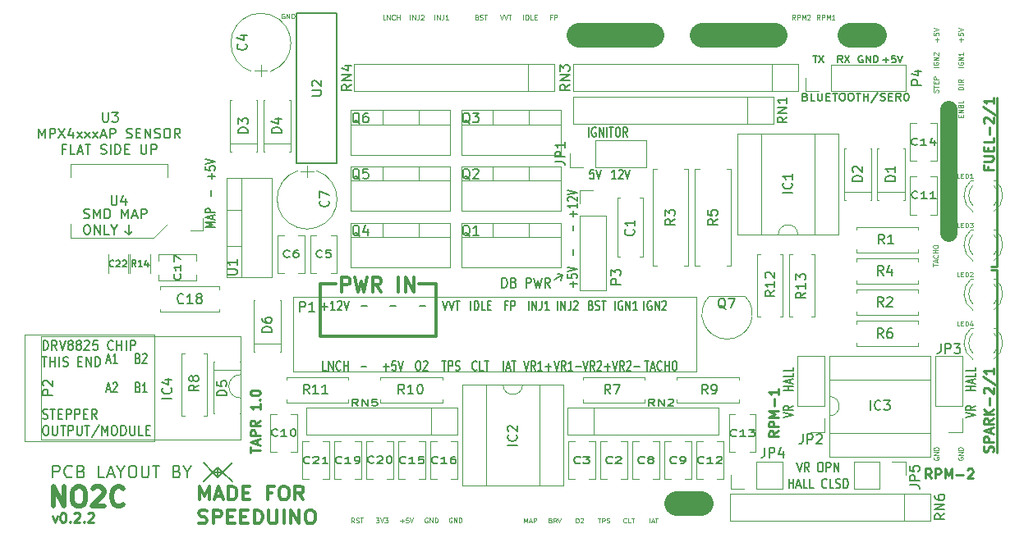
<source format=gto>
G04 #@! TF.FileFunction,Legend,Top*
%FSLAX46Y46*%
G04 Gerber Fmt 4.6, Leading zero omitted, Abs format (unit mm)*
G04 Created by KiCad (PCBNEW 4.0.7) date 03/12/18 20:20:42*
%MOMM*%
%LPD*%
G01*
G04 APERTURE LIST*
%ADD10C,0.100000*%
%ADD11C,0.187500*%
%ADD12C,1.800000*%
%ADD13C,0.150000*%
%ADD14C,0.250000*%
%ADD15C,0.125000*%
%ADD16C,2.500000*%
%ADD17C,0.300000*%
%ADD18C,0.200000*%
%ADD19C,0.500000*%
%ADD20C,0.350000*%
%ADD21C,0.120000*%
G04 APERTURE END LIST*
D10*
D11*
X170889286Y-72946429D02*
X171010715Y-72982143D01*
X171051191Y-73017857D01*
X171091667Y-73089286D01*
X171091667Y-73196429D01*
X171051191Y-73267857D01*
X171010715Y-73303571D01*
X170929762Y-73339286D01*
X170605953Y-73339286D01*
X170605953Y-72589286D01*
X170889286Y-72589286D01*
X170970239Y-72625000D01*
X171010715Y-72660714D01*
X171051191Y-72732143D01*
X171051191Y-72803571D01*
X171010715Y-72875000D01*
X170970239Y-72910714D01*
X170889286Y-72946429D01*
X170605953Y-72946429D01*
X171860715Y-73339286D02*
X171455953Y-73339286D01*
X171455953Y-72589286D01*
X172144048Y-72589286D02*
X172144048Y-73196429D01*
X172184524Y-73267857D01*
X172225000Y-73303571D01*
X172305953Y-73339286D01*
X172467857Y-73339286D01*
X172548810Y-73303571D01*
X172589286Y-73267857D01*
X172629762Y-73196429D01*
X172629762Y-72589286D01*
X173034524Y-72946429D02*
X173317857Y-72946429D01*
X173439286Y-73339286D02*
X173034524Y-73339286D01*
X173034524Y-72589286D01*
X173439286Y-72589286D01*
X173682143Y-72589286D02*
X174167858Y-72589286D01*
X173925001Y-73339286D02*
X173925001Y-72589286D01*
X174613096Y-72589286D02*
X174775000Y-72589286D01*
X174855953Y-72625000D01*
X174936905Y-72696429D01*
X174977381Y-72839286D01*
X174977381Y-73089286D01*
X174936905Y-73232143D01*
X174855953Y-73303571D01*
X174775000Y-73339286D01*
X174613096Y-73339286D01*
X174532143Y-73303571D01*
X174451191Y-73232143D01*
X174410715Y-73089286D01*
X174410715Y-72839286D01*
X174451191Y-72696429D01*
X174532143Y-72625000D01*
X174613096Y-72589286D01*
X175503572Y-72589286D02*
X175665476Y-72589286D01*
X175746429Y-72625000D01*
X175827381Y-72696429D01*
X175867857Y-72839286D01*
X175867857Y-73089286D01*
X175827381Y-73232143D01*
X175746429Y-73303571D01*
X175665476Y-73339286D01*
X175503572Y-73339286D01*
X175422619Y-73303571D01*
X175341667Y-73232143D01*
X175301191Y-73089286D01*
X175301191Y-72839286D01*
X175341667Y-72696429D01*
X175422619Y-72625000D01*
X175503572Y-72589286D01*
X176110714Y-72589286D02*
X176596429Y-72589286D01*
X176353572Y-73339286D02*
X176353572Y-72589286D01*
X176879762Y-73339286D02*
X176879762Y-72589286D01*
X176879762Y-72946429D02*
X177365476Y-72946429D01*
X177365476Y-73339286D02*
X177365476Y-72589286D01*
X178377381Y-72553571D02*
X177648809Y-73517857D01*
X178620238Y-73303571D02*
X178741666Y-73339286D01*
X178944047Y-73339286D01*
X179025000Y-73303571D01*
X179065476Y-73267857D01*
X179105952Y-73196429D01*
X179105952Y-73125000D01*
X179065476Y-73053571D01*
X179025000Y-73017857D01*
X178944047Y-72982143D01*
X178782143Y-72946429D01*
X178701190Y-72910714D01*
X178660714Y-72875000D01*
X178620238Y-72803571D01*
X178620238Y-72732143D01*
X178660714Y-72660714D01*
X178701190Y-72625000D01*
X178782143Y-72589286D01*
X178984523Y-72589286D01*
X179105952Y-72625000D01*
X179470238Y-72946429D02*
X179753571Y-72946429D01*
X179875000Y-73339286D02*
X179470238Y-73339286D01*
X179470238Y-72589286D01*
X179875000Y-72589286D01*
X180725000Y-73339286D02*
X180441667Y-72982143D01*
X180239286Y-73339286D02*
X180239286Y-72589286D01*
X180563095Y-72589286D01*
X180644048Y-72625000D01*
X180684524Y-72660714D01*
X180725000Y-72732143D01*
X180725000Y-72839286D01*
X180684524Y-72910714D01*
X180644048Y-72946429D01*
X180563095Y-72982143D01*
X180239286Y-72982143D01*
X181251191Y-72589286D02*
X181332143Y-72589286D01*
X181413095Y-72625000D01*
X181453572Y-72660714D01*
X181494048Y-72732143D01*
X181534524Y-72875000D01*
X181534524Y-73053571D01*
X181494048Y-73196429D01*
X181453572Y-73267857D01*
X181413095Y-73303571D01*
X181332143Y-73339286D01*
X181251191Y-73339286D01*
X181170238Y-73303571D01*
X181129762Y-73267857D01*
X181089286Y-73196429D01*
X181048810Y-73053571D01*
X181048810Y-72875000D01*
X181089286Y-72732143D01*
X181129762Y-72660714D01*
X181170238Y-72625000D01*
X181251191Y-72589286D01*
X171678572Y-68689286D02*
X172107143Y-68689286D01*
X171892857Y-69439286D02*
X171892857Y-68689286D01*
X172285715Y-68689286D02*
X172785715Y-69439286D01*
X172785715Y-68689286D02*
X172285715Y-69439286D01*
X174675000Y-69439286D02*
X174425000Y-69082143D01*
X174246428Y-69439286D02*
X174246428Y-68689286D01*
X174532143Y-68689286D01*
X174603571Y-68725000D01*
X174639286Y-68760714D01*
X174675000Y-68832143D01*
X174675000Y-68939286D01*
X174639286Y-69010714D01*
X174603571Y-69046429D01*
X174532143Y-69082143D01*
X174246428Y-69082143D01*
X174925000Y-68689286D02*
X175425000Y-69439286D01*
X175425000Y-68689286D02*
X174925000Y-69439286D01*
X176778572Y-68725000D02*
X176707143Y-68689286D01*
X176600000Y-68689286D01*
X176492857Y-68725000D01*
X176421429Y-68796429D01*
X176385714Y-68867857D01*
X176350000Y-69010714D01*
X176350000Y-69117857D01*
X176385714Y-69260714D01*
X176421429Y-69332143D01*
X176492857Y-69403571D01*
X176600000Y-69439286D01*
X176671429Y-69439286D01*
X176778572Y-69403571D01*
X176814286Y-69367857D01*
X176814286Y-69117857D01*
X176671429Y-69117857D01*
X177135714Y-69439286D02*
X177135714Y-68689286D01*
X177564286Y-69439286D01*
X177564286Y-68689286D01*
X177921428Y-69439286D02*
X177921428Y-68689286D01*
X178100000Y-68689286D01*
X178207143Y-68725000D01*
X178278571Y-68796429D01*
X178314286Y-68867857D01*
X178350000Y-69010714D01*
X178350000Y-69117857D01*
X178314286Y-69260714D01*
X178278571Y-69332143D01*
X178207143Y-69403571D01*
X178100000Y-69439286D01*
X177921428Y-69439286D01*
X178885714Y-69153571D02*
X179457143Y-69153571D01*
X179171429Y-69439286D02*
X179171429Y-68867857D01*
X180171428Y-68689286D02*
X179814285Y-68689286D01*
X179778571Y-69046429D01*
X179814285Y-69010714D01*
X179885714Y-68975000D01*
X180064285Y-68975000D01*
X180135714Y-69010714D01*
X180171428Y-69046429D01*
X180207143Y-69117857D01*
X180207143Y-69296429D01*
X180171428Y-69367857D01*
X180135714Y-69403571D01*
X180064285Y-69439286D01*
X179885714Y-69439286D01*
X179814285Y-69403571D01*
X179778571Y-69367857D01*
X180421429Y-68689286D02*
X180671429Y-69439286D01*
X180921429Y-68689286D01*
D12*
X185600000Y-87000000D02*
X185600000Y-74200000D01*
D13*
X145841968Y-91349216D02*
X145295557Y-91202806D01*
X145841968Y-91349216D02*
X145695557Y-91895626D01*
X144975942Y-91849216D02*
X145841968Y-91349216D01*
D11*
X139614286Y-92652381D02*
X139614286Y-91652381D01*
X139828571Y-91652381D01*
X139957143Y-91700000D01*
X140042857Y-91795238D01*
X140085714Y-91890476D01*
X140128571Y-92080952D01*
X140128571Y-92223810D01*
X140085714Y-92414286D01*
X140042857Y-92509524D01*
X139957143Y-92604762D01*
X139828571Y-92652381D01*
X139614286Y-92652381D01*
X140814286Y-92128571D02*
X140942857Y-92176190D01*
X140985714Y-92223810D01*
X141028571Y-92319048D01*
X141028571Y-92461905D01*
X140985714Y-92557143D01*
X140942857Y-92604762D01*
X140857143Y-92652381D01*
X140514286Y-92652381D01*
X140514286Y-91652381D01*
X140814286Y-91652381D01*
X140900000Y-91700000D01*
X140942857Y-91747619D01*
X140985714Y-91842857D01*
X140985714Y-91938095D01*
X140942857Y-92033333D01*
X140900000Y-92080952D01*
X140814286Y-92128571D01*
X140514286Y-92128571D01*
X142100000Y-92652381D02*
X142100000Y-91652381D01*
X142442857Y-91652381D01*
X142528571Y-91700000D01*
X142571428Y-91747619D01*
X142614285Y-91842857D01*
X142614285Y-91985714D01*
X142571428Y-92080952D01*
X142528571Y-92128571D01*
X142442857Y-92176190D01*
X142100000Y-92176190D01*
X142914285Y-91652381D02*
X143128571Y-92652381D01*
X143300000Y-91938095D01*
X143471428Y-92652381D01*
X143685714Y-91652381D01*
X144542856Y-92652381D02*
X144242856Y-92176190D01*
X144028571Y-92652381D02*
X144028571Y-91652381D01*
X144371428Y-91652381D01*
X144457142Y-91700000D01*
X144499999Y-91747619D01*
X144542856Y-91842857D01*
X144542856Y-91985714D01*
X144499999Y-92080952D01*
X144457142Y-92128571D01*
X144371428Y-92176190D01*
X144028571Y-92176190D01*
X92314286Y-99108631D02*
X92314286Y-98108631D01*
X92528571Y-98108631D01*
X92657143Y-98156250D01*
X92742857Y-98251488D01*
X92785714Y-98346726D01*
X92828571Y-98537202D01*
X92828571Y-98680060D01*
X92785714Y-98870536D01*
X92742857Y-98965774D01*
X92657143Y-99061012D01*
X92528571Y-99108631D01*
X92314286Y-99108631D01*
X93728571Y-99108631D02*
X93428571Y-98632440D01*
X93214286Y-99108631D02*
X93214286Y-98108631D01*
X93557143Y-98108631D01*
X93642857Y-98156250D01*
X93685714Y-98203869D01*
X93728571Y-98299107D01*
X93728571Y-98441964D01*
X93685714Y-98537202D01*
X93642857Y-98584821D01*
X93557143Y-98632440D01*
X93214286Y-98632440D01*
X93985714Y-98108631D02*
X94285714Y-99108631D01*
X94585714Y-98108631D01*
X95014286Y-98537202D02*
X94928572Y-98489583D01*
X94885715Y-98441964D01*
X94842858Y-98346726D01*
X94842858Y-98299107D01*
X94885715Y-98203869D01*
X94928572Y-98156250D01*
X95014286Y-98108631D01*
X95185715Y-98108631D01*
X95271429Y-98156250D01*
X95314286Y-98203869D01*
X95357143Y-98299107D01*
X95357143Y-98346726D01*
X95314286Y-98441964D01*
X95271429Y-98489583D01*
X95185715Y-98537202D01*
X95014286Y-98537202D01*
X94928572Y-98584821D01*
X94885715Y-98632440D01*
X94842858Y-98727679D01*
X94842858Y-98918155D01*
X94885715Y-99013393D01*
X94928572Y-99061012D01*
X95014286Y-99108631D01*
X95185715Y-99108631D01*
X95271429Y-99061012D01*
X95314286Y-99013393D01*
X95357143Y-98918155D01*
X95357143Y-98727679D01*
X95314286Y-98632440D01*
X95271429Y-98584821D01*
X95185715Y-98537202D01*
X95871429Y-98537202D02*
X95785715Y-98489583D01*
X95742858Y-98441964D01*
X95700001Y-98346726D01*
X95700001Y-98299107D01*
X95742858Y-98203869D01*
X95785715Y-98156250D01*
X95871429Y-98108631D01*
X96042858Y-98108631D01*
X96128572Y-98156250D01*
X96171429Y-98203869D01*
X96214286Y-98299107D01*
X96214286Y-98346726D01*
X96171429Y-98441964D01*
X96128572Y-98489583D01*
X96042858Y-98537202D01*
X95871429Y-98537202D01*
X95785715Y-98584821D01*
X95742858Y-98632440D01*
X95700001Y-98727679D01*
X95700001Y-98918155D01*
X95742858Y-99013393D01*
X95785715Y-99061012D01*
X95871429Y-99108631D01*
X96042858Y-99108631D01*
X96128572Y-99061012D01*
X96171429Y-99013393D01*
X96214286Y-98918155D01*
X96214286Y-98727679D01*
X96171429Y-98632440D01*
X96128572Y-98584821D01*
X96042858Y-98537202D01*
X96557144Y-98203869D02*
X96600001Y-98156250D01*
X96685715Y-98108631D01*
X96900001Y-98108631D01*
X96985715Y-98156250D01*
X97028572Y-98203869D01*
X97071429Y-98299107D01*
X97071429Y-98394345D01*
X97028572Y-98537202D01*
X96514286Y-99108631D01*
X97071429Y-99108631D01*
X97885715Y-98108631D02*
X97457144Y-98108631D01*
X97414287Y-98584821D01*
X97457144Y-98537202D01*
X97542858Y-98489583D01*
X97757144Y-98489583D01*
X97842858Y-98537202D01*
X97885715Y-98584821D01*
X97928572Y-98680060D01*
X97928572Y-98918155D01*
X97885715Y-99013393D01*
X97842858Y-99061012D01*
X97757144Y-99108631D01*
X97542858Y-99108631D01*
X97457144Y-99061012D01*
X97414287Y-99013393D01*
X99514286Y-99013393D02*
X99471429Y-99061012D01*
X99342858Y-99108631D01*
X99257144Y-99108631D01*
X99128572Y-99061012D01*
X99042858Y-98965774D01*
X99000001Y-98870536D01*
X98957144Y-98680060D01*
X98957144Y-98537202D01*
X99000001Y-98346726D01*
X99042858Y-98251488D01*
X99128572Y-98156250D01*
X99257144Y-98108631D01*
X99342858Y-98108631D01*
X99471429Y-98156250D01*
X99514286Y-98203869D01*
X99900001Y-99108631D02*
X99900001Y-98108631D01*
X99900001Y-98584821D02*
X100414286Y-98584821D01*
X100414286Y-99108631D02*
X100414286Y-98108631D01*
X100842858Y-99108631D02*
X100842858Y-98108631D01*
X101271429Y-99108631D02*
X101271429Y-98108631D01*
X101614286Y-98108631D01*
X101700000Y-98156250D01*
X101742857Y-98203869D01*
X101785714Y-98299107D01*
X101785714Y-98441964D01*
X101742857Y-98537202D01*
X101700000Y-98584821D01*
X101614286Y-98632440D01*
X101271429Y-98632440D01*
X92185714Y-99796131D02*
X92700000Y-99796131D01*
X92442857Y-100796131D02*
X92442857Y-99796131D01*
X93000000Y-100796131D02*
X93000000Y-99796131D01*
X93000000Y-100272321D02*
X93514285Y-100272321D01*
X93514285Y-100796131D02*
X93514285Y-99796131D01*
X93942857Y-100796131D02*
X93942857Y-99796131D01*
X94328571Y-100748512D02*
X94457142Y-100796131D01*
X94671428Y-100796131D01*
X94757142Y-100748512D01*
X94799999Y-100700893D01*
X94842856Y-100605655D01*
X94842856Y-100510417D01*
X94799999Y-100415179D01*
X94757142Y-100367560D01*
X94671428Y-100319940D01*
X94499999Y-100272321D01*
X94414285Y-100224702D01*
X94371428Y-100177083D01*
X94328571Y-100081845D01*
X94328571Y-99986607D01*
X94371428Y-99891369D01*
X94414285Y-99843750D01*
X94499999Y-99796131D01*
X94714285Y-99796131D01*
X94842856Y-99843750D01*
X95914285Y-100272321D02*
X96214285Y-100272321D01*
X96342856Y-100796131D02*
X95914285Y-100796131D01*
X95914285Y-99796131D01*
X96342856Y-99796131D01*
X96728571Y-100796131D02*
X96728571Y-99796131D01*
X97242856Y-100796131D01*
X97242856Y-99796131D01*
X97671428Y-100796131D02*
X97671428Y-99796131D01*
X97885713Y-99796131D01*
X98014285Y-99843750D01*
X98099999Y-99938988D01*
X98142856Y-100034226D01*
X98185713Y-100224702D01*
X98185713Y-100367560D01*
X98142856Y-100558036D01*
X98099999Y-100653274D01*
X98014285Y-100748512D01*
X97885713Y-100796131D01*
X97671428Y-100796131D01*
X98864286Y-100166667D02*
X99221429Y-100166667D01*
X98792858Y-100452381D02*
X99042858Y-99452381D01*
X99292858Y-100452381D01*
X99935715Y-100452381D02*
X99507143Y-100452381D01*
X99721429Y-100452381D02*
X99721429Y-99452381D01*
X99650000Y-99595238D01*
X99578572Y-99690476D01*
X99507143Y-99738095D01*
X102096428Y-99928571D02*
X102203571Y-99976190D01*
X102239286Y-100023810D01*
X102275000Y-100119048D01*
X102275000Y-100261905D01*
X102239286Y-100357143D01*
X102203571Y-100404762D01*
X102132143Y-100452381D01*
X101846428Y-100452381D01*
X101846428Y-99452381D01*
X102096428Y-99452381D01*
X102167857Y-99500000D01*
X102203571Y-99547619D01*
X102239286Y-99642857D01*
X102239286Y-99738095D01*
X102203571Y-99833333D01*
X102167857Y-99880952D01*
X102096428Y-99928571D01*
X101846428Y-99928571D01*
X102560714Y-99547619D02*
X102596428Y-99500000D01*
X102667857Y-99452381D01*
X102846428Y-99452381D01*
X102917857Y-99500000D01*
X102953571Y-99547619D01*
X102989286Y-99642857D01*
X102989286Y-99738095D01*
X102953571Y-99880952D01*
X102525000Y-100452381D01*
X102989286Y-100452381D01*
X102096428Y-102928571D02*
X102203571Y-102976190D01*
X102239286Y-103023810D01*
X102275000Y-103119048D01*
X102275000Y-103261905D01*
X102239286Y-103357143D01*
X102203571Y-103404762D01*
X102132143Y-103452381D01*
X101846428Y-103452381D01*
X101846428Y-102452381D01*
X102096428Y-102452381D01*
X102167857Y-102500000D01*
X102203571Y-102547619D01*
X102239286Y-102642857D01*
X102239286Y-102738095D01*
X102203571Y-102833333D01*
X102167857Y-102880952D01*
X102096428Y-102928571D01*
X101846428Y-102928571D01*
X102989286Y-103452381D02*
X102560714Y-103452381D01*
X102775000Y-103452381D02*
X102775000Y-102452381D01*
X102703571Y-102595238D01*
X102632143Y-102690476D01*
X102560714Y-102738095D01*
X98864286Y-103166667D02*
X99221429Y-103166667D01*
X98792858Y-103452381D02*
X99042858Y-102452381D01*
X99292858Y-103452381D01*
X99507143Y-102547619D02*
X99542857Y-102500000D01*
X99614286Y-102452381D01*
X99792857Y-102452381D01*
X99864286Y-102500000D01*
X99900000Y-102547619D01*
X99935715Y-102642857D01*
X99935715Y-102738095D01*
X99900000Y-102880952D01*
X99471429Y-103452381D01*
X99935715Y-103452381D01*
D13*
X101100000Y-87200000D02*
X100700000Y-86800000D01*
X101100000Y-87200000D02*
X101500000Y-86800000D01*
X101100000Y-86200000D02*
X101100000Y-87200000D01*
X96490476Y-85479762D02*
X96633333Y-85527381D01*
X96871429Y-85527381D01*
X96966667Y-85479762D01*
X97014286Y-85432143D01*
X97061905Y-85336905D01*
X97061905Y-85241667D01*
X97014286Y-85146429D01*
X96966667Y-85098810D01*
X96871429Y-85051190D01*
X96680952Y-85003571D01*
X96585714Y-84955952D01*
X96538095Y-84908333D01*
X96490476Y-84813095D01*
X96490476Y-84717857D01*
X96538095Y-84622619D01*
X96585714Y-84575000D01*
X96680952Y-84527381D01*
X96919048Y-84527381D01*
X97061905Y-84575000D01*
X97490476Y-85527381D02*
X97490476Y-84527381D01*
X97823810Y-85241667D01*
X98157143Y-84527381D01*
X98157143Y-85527381D01*
X98633333Y-85527381D02*
X98633333Y-84527381D01*
X98871428Y-84527381D01*
X99014286Y-84575000D01*
X99109524Y-84670238D01*
X99157143Y-84765476D01*
X99204762Y-84955952D01*
X99204762Y-85098810D01*
X99157143Y-85289286D01*
X99109524Y-85384524D01*
X99014286Y-85479762D01*
X98871428Y-85527381D01*
X98633333Y-85527381D01*
X100395238Y-85527381D02*
X100395238Y-84527381D01*
X100728572Y-85241667D01*
X101061905Y-84527381D01*
X101061905Y-85527381D01*
X101490476Y-85241667D02*
X101966667Y-85241667D01*
X101395238Y-85527381D02*
X101728571Y-84527381D01*
X102061905Y-85527381D01*
X102395238Y-85527381D02*
X102395238Y-84527381D01*
X102776191Y-84527381D01*
X102871429Y-84575000D01*
X102919048Y-84622619D01*
X102966667Y-84717857D01*
X102966667Y-84860714D01*
X102919048Y-84955952D01*
X102871429Y-85003571D01*
X102776191Y-85051190D01*
X102395238Y-85051190D01*
X96728571Y-86177381D02*
X96919048Y-86177381D01*
X97014286Y-86225000D01*
X97109524Y-86320238D01*
X97157143Y-86510714D01*
X97157143Y-86844048D01*
X97109524Y-87034524D01*
X97014286Y-87129762D01*
X96919048Y-87177381D01*
X96728571Y-87177381D01*
X96633333Y-87129762D01*
X96538095Y-87034524D01*
X96490476Y-86844048D01*
X96490476Y-86510714D01*
X96538095Y-86320238D01*
X96633333Y-86225000D01*
X96728571Y-86177381D01*
X97585714Y-87177381D02*
X97585714Y-86177381D01*
X98157143Y-87177381D01*
X98157143Y-86177381D01*
X99109524Y-87177381D02*
X98633333Y-87177381D01*
X98633333Y-86177381D01*
X99633333Y-86701190D02*
X99633333Y-87177381D01*
X99300000Y-86177381D02*
X99633333Y-86701190D01*
X99966667Y-86177381D01*
D14*
X190600000Y-90500000D02*
X190600000Y-73000000D01*
X190000000Y-90500000D02*
X190600000Y-90500000D01*
X190600000Y-90800000D02*
X190600000Y-109700000D01*
X190000000Y-90800000D02*
X190600000Y-90800000D01*
D11*
X146971429Y-92564286D02*
X146971429Y-91992857D01*
X147352381Y-92278571D02*
X146590476Y-92278571D01*
X146352381Y-91278572D02*
X146352381Y-91635715D01*
X146828571Y-91671429D01*
X146780952Y-91635715D01*
X146733333Y-91564286D01*
X146733333Y-91385715D01*
X146780952Y-91314286D01*
X146828571Y-91278572D01*
X146923810Y-91242857D01*
X147161905Y-91242857D01*
X147257143Y-91278572D01*
X147304762Y-91314286D01*
X147352381Y-91385715D01*
X147352381Y-91564286D01*
X147304762Y-91635715D01*
X147257143Y-91671429D01*
X146352381Y-91028571D02*
X147352381Y-90778571D01*
X146352381Y-90528571D01*
X146928571Y-88714286D02*
X146928571Y-89285715D01*
X146928571Y-86214286D02*
X146928571Y-86785715D01*
X146971429Y-85321429D02*
X146971429Y-84750000D01*
X147352381Y-85035714D02*
X146590476Y-85035714D01*
X147352381Y-84000000D02*
X147352381Y-84428572D01*
X147352381Y-84214286D02*
X146352381Y-84214286D01*
X146495238Y-84285715D01*
X146590476Y-84357143D01*
X146638095Y-84428572D01*
X146447619Y-83714286D02*
X146400000Y-83678572D01*
X146352381Y-83607143D01*
X146352381Y-83428572D01*
X146400000Y-83357143D01*
X146447619Y-83321429D01*
X146542857Y-83285714D01*
X146638095Y-83285714D01*
X146780952Y-83321429D01*
X147352381Y-83750000D01*
X147352381Y-83285714D01*
X146352381Y-83071428D02*
X147352381Y-82821428D01*
X146352381Y-82571428D01*
D15*
X184150000Y-110180953D02*
X184126190Y-110228572D01*
X184126190Y-110300000D01*
X184150000Y-110371429D01*
X184197619Y-110419048D01*
X184245238Y-110442857D01*
X184340476Y-110466667D01*
X184411905Y-110466667D01*
X184507143Y-110442857D01*
X184554762Y-110419048D01*
X184602381Y-110371429D01*
X184626190Y-110300000D01*
X184626190Y-110252381D01*
X184602381Y-110180953D01*
X184578571Y-110157143D01*
X184411905Y-110157143D01*
X184411905Y-110252381D01*
X184626190Y-109942857D02*
X184126190Y-109942857D01*
X184626190Y-109657143D01*
X184126190Y-109657143D01*
X184626190Y-109419047D02*
X184126190Y-109419047D01*
X184126190Y-109300000D01*
X184150000Y-109228571D01*
X184197619Y-109180952D01*
X184245238Y-109157143D01*
X184340476Y-109133333D01*
X184411905Y-109133333D01*
X184507143Y-109157143D01*
X184554762Y-109180952D01*
X184602381Y-109228571D01*
X184626190Y-109300000D01*
X184626190Y-109419047D01*
X186935714Y-67242856D02*
X186935714Y-66861904D01*
X187126190Y-67052380D02*
X186745238Y-67052380D01*
X186626190Y-66385713D02*
X186626190Y-66623808D01*
X186864286Y-66647618D01*
X186840476Y-66623808D01*
X186816667Y-66576189D01*
X186816667Y-66457142D01*
X186840476Y-66409523D01*
X186864286Y-66385713D01*
X186911905Y-66361904D01*
X187030952Y-66361904D01*
X187078571Y-66385713D01*
X187102381Y-66409523D01*
X187126190Y-66457142D01*
X187126190Y-66576189D01*
X187102381Y-66623808D01*
X187078571Y-66647618D01*
X186626190Y-66219047D02*
X187126190Y-66052380D01*
X186626190Y-65885714D01*
D16*
X175500000Y-66600000D02*
X178000000Y-66600000D01*
X157647000Y-114935000D02*
X160147000Y-114935000D01*
X147500000Y-66600000D02*
X155100000Y-66600000D01*
X160200000Y-66600000D02*
X167800000Y-66600000D01*
D17*
X120900000Y-92300000D02*
X122500000Y-92300000D01*
X120900000Y-97700000D02*
X120900000Y-92300000D01*
X132800000Y-97700000D02*
X120900000Y-97700000D01*
X132800000Y-92300000D02*
X132800000Y-97700000D01*
X131000000Y-92300000D02*
X132800000Y-92300000D01*
X123085714Y-93078571D02*
X123085714Y-91578571D01*
X123657142Y-91578571D01*
X123800000Y-91650000D01*
X123871428Y-91721429D01*
X123942857Y-91864286D01*
X123942857Y-92078571D01*
X123871428Y-92221429D01*
X123800000Y-92292857D01*
X123657142Y-92364286D01*
X123085714Y-92364286D01*
X124442857Y-91578571D02*
X124800000Y-93078571D01*
X125085714Y-92007143D01*
X125371428Y-93078571D01*
X125728571Y-91578571D01*
X127157143Y-93078571D02*
X126657143Y-92364286D01*
X126300000Y-93078571D02*
X126300000Y-91578571D01*
X126871428Y-91578571D01*
X127014286Y-91650000D01*
X127085714Y-91721429D01*
X127157143Y-91864286D01*
X127157143Y-92078571D01*
X127085714Y-92221429D01*
X127014286Y-92292857D01*
X126871428Y-92364286D01*
X126300000Y-92364286D01*
X128942857Y-93078571D02*
X128942857Y-91578571D01*
X129657143Y-93078571D02*
X129657143Y-91578571D01*
X130514286Y-93078571D01*
X130514286Y-91578571D01*
D15*
X127580952Y-64996190D02*
X127342857Y-64996190D01*
X127342857Y-64496190D01*
X127747619Y-64996190D02*
X127747619Y-64496190D01*
X128033333Y-64996190D01*
X128033333Y-64496190D01*
X128557143Y-64948571D02*
X128533333Y-64972381D01*
X128461905Y-64996190D01*
X128414286Y-64996190D01*
X128342857Y-64972381D01*
X128295238Y-64924762D01*
X128271429Y-64877143D01*
X128247619Y-64781905D01*
X128247619Y-64710476D01*
X128271429Y-64615238D01*
X128295238Y-64567619D01*
X128342857Y-64520000D01*
X128414286Y-64496190D01*
X128461905Y-64496190D01*
X128533333Y-64520000D01*
X128557143Y-64543810D01*
X128771429Y-64996190D02*
X128771429Y-64496190D01*
X128771429Y-64734286D02*
X129057143Y-64734286D01*
X129057143Y-64996190D02*
X129057143Y-64496190D01*
X184435714Y-67242856D02*
X184435714Y-66861904D01*
X184626190Y-67052380D02*
X184245238Y-67052380D01*
X184126190Y-66385713D02*
X184126190Y-66623808D01*
X184364286Y-66647618D01*
X184340476Y-66623808D01*
X184316667Y-66576189D01*
X184316667Y-66457142D01*
X184340476Y-66409523D01*
X184364286Y-66385713D01*
X184411905Y-66361904D01*
X184530952Y-66361904D01*
X184578571Y-66385713D01*
X184602381Y-66409523D01*
X184626190Y-66457142D01*
X184626190Y-66576189D01*
X184602381Y-66623808D01*
X184578571Y-66647618D01*
X184126190Y-66219047D02*
X184626190Y-66052380D01*
X184126190Y-65885714D01*
D11*
X110027981Y-86417429D02*
X109027981Y-86417429D01*
X109742267Y-86167429D01*
X109027981Y-85917429D01*
X110027981Y-85917429D01*
X109742267Y-85596000D02*
X109742267Y-85238857D01*
X110027981Y-85667428D02*
X109027981Y-85417428D01*
X110027981Y-85167428D01*
X110027981Y-84917429D02*
X109027981Y-84917429D01*
X109027981Y-84631714D01*
X109075600Y-84560286D01*
X109123219Y-84524571D01*
X109218457Y-84488857D01*
X109361314Y-84488857D01*
X109456552Y-84524571D01*
X109504171Y-84560286D01*
X109551790Y-84631714D01*
X109551790Y-84917429D01*
X109604171Y-82619886D02*
X109604171Y-83191315D01*
X109647029Y-81431486D02*
X109647029Y-80860057D01*
X110027981Y-81145771D02*
X109266076Y-81145771D01*
X109027981Y-80145772D02*
X109027981Y-80502915D01*
X109504171Y-80538629D01*
X109456552Y-80502915D01*
X109408933Y-80431486D01*
X109408933Y-80252915D01*
X109456552Y-80181486D01*
X109504171Y-80145772D01*
X109599410Y-80110057D01*
X109837505Y-80110057D01*
X109932743Y-80145772D01*
X109980362Y-80181486D01*
X110027981Y-80252915D01*
X110027981Y-80431486D01*
X109980362Y-80502915D01*
X109932743Y-80538629D01*
X109027981Y-79895771D02*
X110027981Y-79645771D01*
X109027981Y-79395771D01*
X125634714Y-100803071D02*
X125063285Y-100803071D01*
X121499429Y-101226881D02*
X121142286Y-101226881D01*
X121142286Y-100226881D01*
X121749429Y-101226881D02*
X121749429Y-100226881D01*
X122178001Y-101226881D01*
X122178001Y-100226881D01*
X122963715Y-101131643D02*
X122928001Y-101179262D01*
X122820858Y-101226881D01*
X122749429Y-101226881D01*
X122642286Y-101179262D01*
X122570858Y-101084024D01*
X122535143Y-100988786D01*
X122499429Y-100798310D01*
X122499429Y-100655452D01*
X122535143Y-100464976D01*
X122570858Y-100369738D01*
X122642286Y-100274500D01*
X122749429Y-100226881D01*
X122820858Y-100226881D01*
X122928001Y-100274500D01*
X122963715Y-100322119D01*
X123285143Y-101226881D02*
X123285143Y-100226881D01*
X123285143Y-100703071D02*
X123713715Y-100703071D01*
X123713715Y-101226881D02*
X123713715Y-100226881D01*
X154323072Y-100226881D02*
X154751643Y-100226881D01*
X154537357Y-101226881D02*
X154537357Y-100226881D01*
X154965929Y-100941167D02*
X155323072Y-100941167D01*
X154894501Y-101226881D02*
X155144501Y-100226881D01*
X155394501Y-101226881D01*
X156073072Y-101131643D02*
X156037358Y-101179262D01*
X155930215Y-101226881D01*
X155858786Y-101226881D01*
X155751643Y-101179262D01*
X155680215Y-101084024D01*
X155644500Y-100988786D01*
X155608786Y-100798310D01*
X155608786Y-100655452D01*
X155644500Y-100464976D01*
X155680215Y-100369738D01*
X155751643Y-100274500D01*
X155858786Y-100226881D01*
X155930215Y-100226881D01*
X156037358Y-100274500D01*
X156073072Y-100322119D01*
X156394500Y-101226881D02*
X156394500Y-100226881D01*
X156394500Y-100703071D02*
X156823072Y-100703071D01*
X156823072Y-101226881D02*
X156823072Y-100226881D01*
X157323072Y-100226881D02*
X157465929Y-100226881D01*
X157537357Y-100274500D01*
X157608786Y-100369738D01*
X157644500Y-100560214D01*
X157644500Y-100893548D01*
X157608786Y-101084024D01*
X157537357Y-101179262D01*
X157465929Y-101226881D01*
X157323072Y-101226881D01*
X157251643Y-101179262D01*
X157180214Y-101084024D01*
X157144500Y-100893548D01*
X157144500Y-100560214D01*
X157180214Y-100369738D01*
X157251643Y-100274500D01*
X157323072Y-100226881D01*
X144984572Y-100226881D02*
X145234572Y-101226881D01*
X145484572Y-100226881D01*
X146163143Y-101226881D02*
X145913143Y-100750690D01*
X145734571Y-101226881D02*
X145734571Y-100226881D01*
X146020286Y-100226881D01*
X146091714Y-100274500D01*
X146127429Y-100322119D01*
X146163143Y-100417357D01*
X146163143Y-100560214D01*
X146127429Y-100655452D01*
X146091714Y-100703071D01*
X146020286Y-100750690D01*
X145734571Y-100750690D01*
X146877429Y-101226881D02*
X146448857Y-101226881D01*
X146663143Y-101226881D02*
X146663143Y-100226881D01*
X146591714Y-100369738D01*
X146520286Y-100464976D01*
X146448857Y-100512595D01*
X147198857Y-100845929D02*
X147770286Y-100845929D01*
D14*
X93257143Y-116235714D02*
X93495238Y-116902381D01*
X93733334Y-116235714D01*
X94304762Y-115902381D02*
X94400001Y-115902381D01*
X94495239Y-115950000D01*
X94542858Y-115997619D01*
X94590477Y-116092857D01*
X94638096Y-116283333D01*
X94638096Y-116521429D01*
X94590477Y-116711905D01*
X94542858Y-116807143D01*
X94495239Y-116854762D01*
X94400001Y-116902381D01*
X94304762Y-116902381D01*
X94209524Y-116854762D01*
X94161905Y-116807143D01*
X94114286Y-116711905D01*
X94066667Y-116521429D01*
X94066667Y-116283333D01*
X94114286Y-116092857D01*
X94161905Y-115997619D01*
X94209524Y-115950000D01*
X94304762Y-115902381D01*
X95066667Y-116807143D02*
X95114286Y-116854762D01*
X95066667Y-116902381D01*
X95019048Y-116854762D01*
X95066667Y-116807143D01*
X95066667Y-116902381D01*
X95495238Y-115997619D02*
X95542857Y-115950000D01*
X95638095Y-115902381D01*
X95876191Y-115902381D01*
X95971429Y-115950000D01*
X96019048Y-115997619D01*
X96066667Y-116092857D01*
X96066667Y-116188095D01*
X96019048Y-116330952D01*
X95447619Y-116902381D01*
X96066667Y-116902381D01*
X96495238Y-116807143D02*
X96542857Y-116854762D01*
X96495238Y-116902381D01*
X96447619Y-116854762D01*
X96495238Y-116807143D01*
X96495238Y-116902381D01*
X96923809Y-115997619D02*
X96971428Y-115950000D01*
X97066666Y-115902381D01*
X97304762Y-115902381D01*
X97400000Y-115950000D01*
X97447619Y-115997619D01*
X97495238Y-116092857D01*
X97495238Y-116188095D01*
X97447619Y-116330952D01*
X96876190Y-116902381D01*
X97495238Y-116902381D01*
D13*
X91838095Y-77227381D02*
X91838095Y-76227381D01*
X92171429Y-76941667D01*
X92504762Y-76227381D01*
X92504762Y-77227381D01*
X92980952Y-77227381D02*
X92980952Y-76227381D01*
X93361905Y-76227381D01*
X93457143Y-76275000D01*
X93504762Y-76322619D01*
X93552381Y-76417857D01*
X93552381Y-76560714D01*
X93504762Y-76655952D01*
X93457143Y-76703571D01*
X93361905Y-76751190D01*
X92980952Y-76751190D01*
X93885714Y-76227381D02*
X94552381Y-77227381D01*
X94552381Y-76227381D02*
X93885714Y-77227381D01*
X95361905Y-76560714D02*
X95361905Y-77227381D01*
X95123809Y-76179762D02*
X94885714Y-76894048D01*
X95504762Y-76894048D01*
X95790476Y-77227381D02*
X96314286Y-76560714D01*
X95790476Y-76560714D02*
X96314286Y-77227381D01*
X96600000Y-77227381D02*
X97123810Y-76560714D01*
X96600000Y-76560714D02*
X97123810Y-77227381D01*
X97409524Y-77227381D02*
X97933334Y-76560714D01*
X97409524Y-76560714D02*
X97933334Y-77227381D01*
X98266667Y-76941667D02*
X98742858Y-76941667D01*
X98171429Y-77227381D02*
X98504762Y-76227381D01*
X98838096Y-77227381D01*
X99171429Y-77227381D02*
X99171429Y-76227381D01*
X99552382Y-76227381D01*
X99647620Y-76275000D01*
X99695239Y-76322619D01*
X99742858Y-76417857D01*
X99742858Y-76560714D01*
X99695239Y-76655952D01*
X99647620Y-76703571D01*
X99552382Y-76751190D01*
X99171429Y-76751190D01*
X100885715Y-77179762D02*
X101028572Y-77227381D01*
X101266668Y-77227381D01*
X101361906Y-77179762D01*
X101409525Y-77132143D01*
X101457144Y-77036905D01*
X101457144Y-76941667D01*
X101409525Y-76846429D01*
X101361906Y-76798810D01*
X101266668Y-76751190D01*
X101076191Y-76703571D01*
X100980953Y-76655952D01*
X100933334Y-76608333D01*
X100885715Y-76513095D01*
X100885715Y-76417857D01*
X100933334Y-76322619D01*
X100980953Y-76275000D01*
X101076191Y-76227381D01*
X101314287Y-76227381D01*
X101457144Y-76275000D01*
X101885715Y-76703571D02*
X102219049Y-76703571D01*
X102361906Y-77227381D02*
X101885715Y-77227381D01*
X101885715Y-76227381D01*
X102361906Y-76227381D01*
X102790477Y-77227381D02*
X102790477Y-76227381D01*
X103361906Y-77227381D01*
X103361906Y-76227381D01*
X103790477Y-77179762D02*
X103933334Y-77227381D01*
X104171430Y-77227381D01*
X104266668Y-77179762D01*
X104314287Y-77132143D01*
X104361906Y-77036905D01*
X104361906Y-76941667D01*
X104314287Y-76846429D01*
X104266668Y-76798810D01*
X104171430Y-76751190D01*
X103980953Y-76703571D01*
X103885715Y-76655952D01*
X103838096Y-76608333D01*
X103790477Y-76513095D01*
X103790477Y-76417857D01*
X103838096Y-76322619D01*
X103885715Y-76275000D01*
X103980953Y-76227381D01*
X104219049Y-76227381D01*
X104361906Y-76275000D01*
X104980953Y-76227381D02*
X105171430Y-76227381D01*
X105266668Y-76275000D01*
X105361906Y-76370238D01*
X105409525Y-76560714D01*
X105409525Y-76894048D01*
X105361906Y-77084524D01*
X105266668Y-77179762D01*
X105171430Y-77227381D01*
X104980953Y-77227381D01*
X104885715Y-77179762D01*
X104790477Y-77084524D01*
X104742858Y-76894048D01*
X104742858Y-76560714D01*
X104790477Y-76370238D01*
X104885715Y-76275000D01*
X104980953Y-76227381D01*
X106409525Y-77227381D02*
X106076191Y-76751190D01*
X105838096Y-77227381D02*
X105838096Y-76227381D01*
X106219049Y-76227381D01*
X106314287Y-76275000D01*
X106361906Y-76322619D01*
X106409525Y-76417857D01*
X106409525Y-76560714D01*
X106361906Y-76655952D01*
X106314287Y-76703571D01*
X106219049Y-76751190D01*
X105838096Y-76751190D01*
X94576191Y-78353571D02*
X94242857Y-78353571D01*
X94242857Y-78877381D02*
X94242857Y-77877381D01*
X94719048Y-77877381D01*
X95576191Y-78877381D02*
X95100000Y-78877381D01*
X95100000Y-77877381D01*
X95861905Y-78591667D02*
X96338096Y-78591667D01*
X95766667Y-78877381D02*
X96100000Y-77877381D01*
X96433334Y-78877381D01*
X96623810Y-77877381D02*
X97195239Y-77877381D01*
X96909524Y-78877381D02*
X96909524Y-77877381D01*
X98242858Y-78829762D02*
X98385715Y-78877381D01*
X98623811Y-78877381D01*
X98719049Y-78829762D01*
X98766668Y-78782143D01*
X98814287Y-78686905D01*
X98814287Y-78591667D01*
X98766668Y-78496429D01*
X98719049Y-78448810D01*
X98623811Y-78401190D01*
X98433334Y-78353571D01*
X98338096Y-78305952D01*
X98290477Y-78258333D01*
X98242858Y-78163095D01*
X98242858Y-78067857D01*
X98290477Y-77972619D01*
X98338096Y-77925000D01*
X98433334Y-77877381D01*
X98671430Y-77877381D01*
X98814287Y-77925000D01*
X99242858Y-78877381D02*
X99242858Y-77877381D01*
X99719048Y-78877381D02*
X99719048Y-77877381D01*
X99957143Y-77877381D01*
X100100001Y-77925000D01*
X100195239Y-78020238D01*
X100242858Y-78115476D01*
X100290477Y-78305952D01*
X100290477Y-78448810D01*
X100242858Y-78639286D01*
X100195239Y-78734524D01*
X100100001Y-78829762D01*
X99957143Y-78877381D01*
X99719048Y-78877381D01*
X100719048Y-78353571D02*
X101052382Y-78353571D01*
X101195239Y-78877381D02*
X100719048Y-78877381D01*
X100719048Y-77877381D01*
X101195239Y-77877381D01*
X102385715Y-77877381D02*
X102385715Y-78686905D01*
X102433334Y-78782143D01*
X102480953Y-78829762D01*
X102576191Y-78877381D01*
X102766668Y-78877381D01*
X102861906Y-78829762D01*
X102909525Y-78782143D01*
X102957144Y-78686905D01*
X102957144Y-77877381D01*
X103433334Y-78877381D02*
X103433334Y-77877381D01*
X103814287Y-77877381D01*
X103909525Y-77925000D01*
X103957144Y-77972619D01*
X104004763Y-78067857D01*
X104004763Y-78210714D01*
X103957144Y-78305952D01*
X103909525Y-78353571D01*
X103814287Y-78401190D01*
X103433334Y-78401190D01*
D15*
X184053990Y-90462752D02*
X184053990Y-90177038D01*
X184553990Y-90319895D02*
X184053990Y-90319895D01*
X184411133Y-90034181D02*
X184411133Y-89796086D01*
X184553990Y-90081800D02*
X184053990Y-89915133D01*
X184553990Y-89748467D01*
X184506371Y-89296086D02*
X184530181Y-89319896D01*
X184553990Y-89391324D01*
X184553990Y-89438943D01*
X184530181Y-89510372D01*
X184482562Y-89557991D01*
X184434943Y-89581800D01*
X184339705Y-89605610D01*
X184268276Y-89605610D01*
X184173038Y-89581800D01*
X184125419Y-89557991D01*
X184077800Y-89510372D01*
X184053990Y-89438943D01*
X184053990Y-89391324D01*
X184077800Y-89319896D01*
X184101610Y-89296086D01*
X184553990Y-89081800D02*
X184053990Y-89081800D01*
X184292086Y-89081800D02*
X184292086Y-88796086D01*
X184553990Y-88796086D02*
X184053990Y-88796086D01*
X184053990Y-88462752D02*
X184053990Y-88367514D01*
X184077800Y-88319895D01*
X184125419Y-88272276D01*
X184220657Y-88248467D01*
X184387324Y-88248467D01*
X184482562Y-88272276D01*
X184530181Y-88319895D01*
X184553990Y-88367514D01*
X184553990Y-88462752D01*
X184530181Y-88510371D01*
X184482562Y-88557990D01*
X184387324Y-88581800D01*
X184220657Y-88581800D01*
X184125419Y-88557990D01*
X184077800Y-88510371D01*
X184053990Y-88462752D01*
D11*
X148520886Y-77104847D02*
X148520886Y-76104847D01*
X149270887Y-76152466D02*
X149199458Y-76104847D01*
X149092315Y-76104847D01*
X148985172Y-76152466D01*
X148913744Y-76247704D01*
X148878029Y-76342942D01*
X148842315Y-76533418D01*
X148842315Y-76676276D01*
X148878029Y-76866752D01*
X148913744Y-76961990D01*
X148985172Y-77057228D01*
X149092315Y-77104847D01*
X149163744Y-77104847D01*
X149270887Y-77057228D01*
X149306601Y-77009609D01*
X149306601Y-76676276D01*
X149163744Y-76676276D01*
X149628029Y-77104847D02*
X149628029Y-76104847D01*
X150056601Y-77104847D01*
X150056601Y-76104847D01*
X150413743Y-77104847D02*
X150413743Y-76104847D01*
X150663744Y-76104847D02*
X151092315Y-76104847D01*
X150878029Y-77104847D02*
X150878029Y-76104847D01*
X151485173Y-76104847D02*
X151628030Y-76104847D01*
X151699458Y-76152466D01*
X151770887Y-76247704D01*
X151806601Y-76438180D01*
X151806601Y-76771514D01*
X151770887Y-76961990D01*
X151699458Y-77057228D01*
X151628030Y-77104847D01*
X151485173Y-77104847D01*
X151413744Y-77057228D01*
X151342315Y-76961990D01*
X151306601Y-76771514D01*
X151306601Y-76438180D01*
X151342315Y-76247704D01*
X151413744Y-76152466D01*
X151485173Y-76104847D01*
X152556601Y-77104847D02*
X152306601Y-76628656D01*
X152128029Y-77104847D02*
X152128029Y-76104847D01*
X152413744Y-76104847D01*
X152485172Y-76152466D01*
X152520887Y-76200085D01*
X152556601Y-76295323D01*
X152556601Y-76438180D01*
X152520887Y-76533418D01*
X152485172Y-76581037D01*
X152413744Y-76628656D01*
X152128029Y-76628656D01*
D15*
X117157547Y-64393000D02*
X117109928Y-64369190D01*
X117038500Y-64369190D01*
X116967071Y-64393000D01*
X116919452Y-64440619D01*
X116895643Y-64488238D01*
X116871833Y-64583476D01*
X116871833Y-64654905D01*
X116895643Y-64750143D01*
X116919452Y-64797762D01*
X116967071Y-64845381D01*
X117038500Y-64869190D01*
X117086119Y-64869190D01*
X117157547Y-64845381D01*
X117181357Y-64821571D01*
X117181357Y-64654905D01*
X117086119Y-64654905D01*
X117395643Y-64869190D02*
X117395643Y-64369190D01*
X117681357Y-64869190D01*
X117681357Y-64369190D01*
X117919453Y-64869190D02*
X117919453Y-64369190D01*
X118038500Y-64369190D01*
X118109929Y-64393000D01*
X118157548Y-64440619D01*
X118181357Y-64488238D01*
X118205167Y-64583476D01*
X118205167Y-64654905D01*
X118181357Y-64750143D01*
X118157548Y-64797762D01*
X118109929Y-64845381D01*
X118038500Y-64869190D01*
X117919453Y-64869190D01*
X186650000Y-110180953D02*
X186626190Y-110228572D01*
X186626190Y-110300000D01*
X186650000Y-110371429D01*
X186697619Y-110419048D01*
X186745238Y-110442857D01*
X186840476Y-110466667D01*
X186911905Y-110466667D01*
X187007143Y-110442857D01*
X187054762Y-110419048D01*
X187102381Y-110371429D01*
X187126190Y-110300000D01*
X187126190Y-110252381D01*
X187102381Y-110180953D01*
X187078571Y-110157143D01*
X186911905Y-110157143D01*
X186911905Y-110252381D01*
X187126190Y-109942857D02*
X186626190Y-109942857D01*
X187126190Y-109657143D01*
X186626190Y-109657143D01*
X187126190Y-109419047D02*
X186626190Y-109419047D01*
X186626190Y-109300000D01*
X186650000Y-109228571D01*
X186697619Y-109180952D01*
X186745238Y-109157143D01*
X186840476Y-109133333D01*
X186911905Y-109133333D01*
X187007143Y-109157143D01*
X187054762Y-109180952D01*
X187102381Y-109228571D01*
X187126190Y-109300000D01*
X187126190Y-109419047D01*
X134419047Y-116450000D02*
X134371428Y-116426190D01*
X134300000Y-116426190D01*
X134228571Y-116450000D01*
X134180952Y-116497619D01*
X134157143Y-116545238D01*
X134133333Y-116640476D01*
X134133333Y-116711905D01*
X134157143Y-116807143D01*
X134180952Y-116854762D01*
X134228571Y-116902381D01*
X134300000Y-116926190D01*
X134347619Y-116926190D01*
X134419047Y-116902381D01*
X134442857Y-116878571D01*
X134442857Y-116711905D01*
X134347619Y-116711905D01*
X134657143Y-116926190D02*
X134657143Y-116426190D01*
X134942857Y-116926190D01*
X134942857Y-116426190D01*
X135180953Y-116926190D02*
X135180953Y-116426190D01*
X135300000Y-116426190D01*
X135371429Y-116450000D01*
X135419048Y-116497619D01*
X135442857Y-116545238D01*
X135466667Y-116640476D01*
X135466667Y-116711905D01*
X135442857Y-116807143D01*
X135419048Y-116854762D01*
X135371429Y-116902381D01*
X135300000Y-116926190D01*
X135180953Y-116926190D01*
X131919047Y-116450000D02*
X131871428Y-116426190D01*
X131800000Y-116426190D01*
X131728571Y-116450000D01*
X131680952Y-116497619D01*
X131657143Y-116545238D01*
X131633333Y-116640476D01*
X131633333Y-116711905D01*
X131657143Y-116807143D01*
X131680952Y-116854762D01*
X131728571Y-116902381D01*
X131800000Y-116926190D01*
X131847619Y-116926190D01*
X131919047Y-116902381D01*
X131942857Y-116878571D01*
X131942857Y-116711905D01*
X131847619Y-116711905D01*
X132157143Y-116926190D02*
X132157143Y-116426190D01*
X132442857Y-116926190D01*
X132442857Y-116426190D01*
X132680953Y-116926190D02*
X132680953Y-116426190D01*
X132800000Y-116426190D01*
X132871429Y-116450000D01*
X132919048Y-116497619D01*
X132942857Y-116545238D01*
X132966667Y-116640476D01*
X132966667Y-116711905D01*
X132942857Y-116807143D01*
X132919048Y-116854762D01*
X132871429Y-116902381D01*
X132800000Y-116926190D01*
X132680953Y-116926190D01*
X126580954Y-116426190D02*
X126890477Y-116426190D01*
X126723811Y-116616667D01*
X126795239Y-116616667D01*
X126842858Y-116640476D01*
X126866668Y-116664286D01*
X126890477Y-116711905D01*
X126890477Y-116830952D01*
X126866668Y-116878571D01*
X126842858Y-116902381D01*
X126795239Y-116926190D01*
X126652382Y-116926190D01*
X126604763Y-116902381D01*
X126580954Y-116878571D01*
X127033334Y-116426190D02*
X127200001Y-116926190D01*
X127366667Y-116426190D01*
X127485715Y-116426190D02*
X127795238Y-116426190D01*
X127628572Y-116616667D01*
X127700000Y-116616667D01*
X127747619Y-116640476D01*
X127771429Y-116664286D01*
X127795238Y-116711905D01*
X127795238Y-116830952D01*
X127771429Y-116878571D01*
X127747619Y-116902381D01*
X127700000Y-116926190D01*
X127557143Y-116926190D01*
X127509524Y-116902381D01*
X127485715Y-116878571D01*
X124376191Y-116926190D02*
X124209524Y-116688095D01*
X124090477Y-116926190D02*
X124090477Y-116426190D01*
X124280953Y-116426190D01*
X124328572Y-116450000D01*
X124352381Y-116473810D01*
X124376191Y-116521429D01*
X124376191Y-116592857D01*
X124352381Y-116640476D01*
X124328572Y-116664286D01*
X124280953Y-116688095D01*
X124090477Y-116688095D01*
X124566667Y-116902381D02*
X124638096Y-116926190D01*
X124757143Y-116926190D01*
X124804762Y-116902381D01*
X124828572Y-116878571D01*
X124852381Y-116830952D01*
X124852381Y-116783333D01*
X124828572Y-116735714D01*
X124804762Y-116711905D01*
X124757143Y-116688095D01*
X124661905Y-116664286D01*
X124614286Y-116640476D01*
X124590477Y-116616667D01*
X124566667Y-116569048D01*
X124566667Y-116521429D01*
X124590477Y-116473810D01*
X124614286Y-116450000D01*
X124661905Y-116426190D01*
X124780953Y-116426190D01*
X124852381Y-116450000D01*
X124995238Y-116426190D02*
X125280952Y-116426190D01*
X125138095Y-116926190D02*
X125138095Y-116426190D01*
X129107144Y-116735714D02*
X129488096Y-116735714D01*
X129297620Y-116926190D02*
X129297620Y-116545238D01*
X129964287Y-116426190D02*
X129726192Y-116426190D01*
X129702382Y-116664286D01*
X129726192Y-116640476D01*
X129773811Y-116616667D01*
X129892858Y-116616667D01*
X129940477Y-116640476D01*
X129964287Y-116664286D01*
X129988096Y-116711905D01*
X129988096Y-116830952D01*
X129964287Y-116878571D01*
X129940477Y-116902381D01*
X129892858Y-116926190D01*
X129773811Y-116926190D01*
X129726192Y-116902381D01*
X129702382Y-116878571D01*
X130130953Y-116426190D02*
X130297620Y-116926190D01*
X130464286Y-116426190D01*
X186882886Y-75052928D02*
X186882886Y-74886262D01*
X187144790Y-74814833D02*
X187144790Y-75052928D01*
X186644790Y-75052928D01*
X186644790Y-74814833D01*
X187144790Y-74600547D02*
X186644790Y-74600547D01*
X187144790Y-74314833D01*
X186644790Y-74314833D01*
X186882886Y-73910071D02*
X186906695Y-73838642D01*
X186930505Y-73814833D01*
X186978124Y-73791023D01*
X187049552Y-73791023D01*
X187097171Y-73814833D01*
X187120981Y-73838642D01*
X187144790Y-73886261D01*
X187144790Y-74076737D01*
X186644790Y-74076737D01*
X186644790Y-73910071D01*
X186668600Y-73862452D01*
X186692410Y-73838642D01*
X186740029Y-73814833D01*
X186787648Y-73814833D01*
X186835267Y-73838642D01*
X186859076Y-73862452D01*
X186882886Y-73910071D01*
X186882886Y-74076737D01*
X187144790Y-73338642D02*
X187144790Y-73576737D01*
X186644790Y-73576737D01*
D14*
X113652381Y-109704762D02*
X113652381Y-109133333D01*
X114652381Y-109419048D02*
X113652381Y-109419048D01*
X114366667Y-108847619D02*
X114366667Y-108371428D01*
X114652381Y-108942857D02*
X113652381Y-108609524D01*
X114652381Y-108276190D01*
X114652381Y-107942857D02*
X113652381Y-107942857D01*
X113652381Y-107561904D01*
X113700000Y-107466666D01*
X113747619Y-107419047D01*
X113842857Y-107371428D01*
X113985714Y-107371428D01*
X114080952Y-107419047D01*
X114128571Y-107466666D01*
X114176190Y-107561904D01*
X114176190Y-107942857D01*
X114652381Y-106371428D02*
X114176190Y-106704762D01*
X114652381Y-106942857D02*
X113652381Y-106942857D01*
X113652381Y-106561904D01*
X113700000Y-106466666D01*
X113747619Y-106419047D01*
X113842857Y-106371428D01*
X113985714Y-106371428D01*
X114080952Y-106419047D01*
X114128571Y-106466666D01*
X114176190Y-106561904D01*
X114176190Y-106942857D01*
X114652381Y-104657142D02*
X114652381Y-105228571D01*
X114652381Y-104942857D02*
X113652381Y-104942857D01*
X113795238Y-105038095D01*
X113890476Y-105133333D01*
X113938095Y-105228571D01*
X114557143Y-104228571D02*
X114604762Y-104180952D01*
X114652381Y-104228571D01*
X114604762Y-104276190D01*
X114557143Y-104228571D01*
X114652381Y-104228571D01*
X113652381Y-103561905D02*
X113652381Y-103466666D01*
X113700000Y-103371428D01*
X113747619Y-103323809D01*
X113842857Y-103276190D01*
X114033333Y-103228571D01*
X114271429Y-103228571D01*
X114461905Y-103276190D01*
X114557143Y-103323809D01*
X114604762Y-103371428D01*
X114652381Y-103466666D01*
X114652381Y-103561905D01*
X114604762Y-103657143D01*
X114557143Y-103704762D01*
X114461905Y-103752381D01*
X114271429Y-103800000D01*
X114033333Y-103800000D01*
X113842857Y-103752381D01*
X113747619Y-103704762D01*
X113700000Y-103657143D01*
X113652381Y-103561905D01*
D15*
X187144790Y-72191499D02*
X186644790Y-72191499D01*
X186644790Y-72072452D01*
X186668600Y-72001023D01*
X186716219Y-71953404D01*
X186763838Y-71929595D01*
X186859076Y-71905785D01*
X186930505Y-71905785D01*
X187025743Y-71929595D01*
X187073362Y-71953404D01*
X187120981Y-72001023D01*
X187144790Y-72072452D01*
X187144790Y-72191499D01*
X187144790Y-71691499D02*
X186644790Y-71691499D01*
X187144790Y-71167690D02*
X186906695Y-71334357D01*
X187144790Y-71453404D02*
X186644790Y-71453404D01*
X186644790Y-71262928D01*
X186668600Y-71215309D01*
X186692410Y-71191500D01*
X186740029Y-71167690D01*
X186811457Y-71167690D01*
X186859076Y-71191500D01*
X186882886Y-71215309D01*
X186906695Y-71262928D01*
X186906695Y-71453404D01*
X184555581Y-72501023D02*
X184579390Y-72429594D01*
X184579390Y-72310547D01*
X184555581Y-72262928D01*
X184531771Y-72239118D01*
X184484152Y-72215309D01*
X184436533Y-72215309D01*
X184388914Y-72239118D01*
X184365105Y-72262928D01*
X184341295Y-72310547D01*
X184317486Y-72405785D01*
X184293676Y-72453404D01*
X184269867Y-72477213D01*
X184222248Y-72501023D01*
X184174629Y-72501023D01*
X184127010Y-72477213D01*
X184103200Y-72453404D01*
X184079390Y-72405785D01*
X184079390Y-72286737D01*
X184103200Y-72215309D01*
X184079390Y-72072452D02*
X184079390Y-71786738D01*
X184579390Y-71929595D02*
X184079390Y-71929595D01*
X184317486Y-71620071D02*
X184317486Y-71453405D01*
X184579390Y-71381976D02*
X184579390Y-71620071D01*
X184079390Y-71620071D01*
X184079390Y-71381976D01*
X184579390Y-71167690D02*
X184079390Y-71167690D01*
X184079390Y-70977214D01*
X184103200Y-70929595D01*
X184127010Y-70905786D01*
X184174629Y-70881976D01*
X184246057Y-70881976D01*
X184293676Y-70905786D01*
X184317486Y-70929595D01*
X184341295Y-70977214D01*
X184341295Y-71167690D01*
D11*
X92271429Y-106161012D02*
X92400000Y-106208631D01*
X92614286Y-106208631D01*
X92700000Y-106161012D01*
X92742857Y-106113393D01*
X92785714Y-106018155D01*
X92785714Y-105922917D01*
X92742857Y-105827679D01*
X92700000Y-105780060D01*
X92614286Y-105732440D01*
X92442857Y-105684821D01*
X92357143Y-105637202D01*
X92314286Y-105589583D01*
X92271429Y-105494345D01*
X92271429Y-105399107D01*
X92314286Y-105303869D01*
X92357143Y-105256250D01*
X92442857Y-105208631D01*
X92657143Y-105208631D01*
X92785714Y-105256250D01*
X93042857Y-105208631D02*
X93557143Y-105208631D01*
X93300000Y-106208631D02*
X93300000Y-105208631D01*
X93857143Y-105684821D02*
X94157143Y-105684821D01*
X94285714Y-106208631D02*
X93857143Y-106208631D01*
X93857143Y-105208631D01*
X94285714Y-105208631D01*
X94671429Y-106208631D02*
X94671429Y-105208631D01*
X95014286Y-105208631D01*
X95100000Y-105256250D01*
X95142857Y-105303869D01*
X95185714Y-105399107D01*
X95185714Y-105541964D01*
X95142857Y-105637202D01*
X95100000Y-105684821D01*
X95014286Y-105732440D01*
X94671429Y-105732440D01*
X95571429Y-106208631D02*
X95571429Y-105208631D01*
X95914286Y-105208631D01*
X96000000Y-105256250D01*
X96042857Y-105303869D01*
X96085714Y-105399107D01*
X96085714Y-105541964D01*
X96042857Y-105637202D01*
X96000000Y-105684821D01*
X95914286Y-105732440D01*
X95571429Y-105732440D01*
X96471429Y-105684821D02*
X96771429Y-105684821D01*
X96900000Y-106208631D02*
X96471429Y-106208631D01*
X96471429Y-105208631D01*
X96900000Y-105208631D01*
X97800000Y-106208631D02*
X97500000Y-105732440D01*
X97285715Y-106208631D02*
X97285715Y-105208631D01*
X97628572Y-105208631D01*
X97714286Y-105256250D01*
X97757143Y-105303869D01*
X97800000Y-105399107D01*
X97800000Y-105541964D01*
X97757143Y-105637202D01*
X97714286Y-105684821D01*
X97628572Y-105732440D01*
X97285715Y-105732440D01*
X92485714Y-106896131D02*
X92657143Y-106896131D01*
X92742857Y-106943750D01*
X92828571Y-107038988D01*
X92871429Y-107229464D01*
X92871429Y-107562798D01*
X92828571Y-107753274D01*
X92742857Y-107848512D01*
X92657143Y-107896131D01*
X92485714Y-107896131D01*
X92400000Y-107848512D01*
X92314286Y-107753274D01*
X92271429Y-107562798D01*
X92271429Y-107229464D01*
X92314286Y-107038988D01*
X92400000Y-106943750D01*
X92485714Y-106896131D01*
X93257143Y-106896131D02*
X93257143Y-107705655D01*
X93300000Y-107800893D01*
X93342857Y-107848512D01*
X93428571Y-107896131D01*
X93600000Y-107896131D01*
X93685714Y-107848512D01*
X93728571Y-107800893D01*
X93771428Y-107705655D01*
X93771428Y-106896131D01*
X94071428Y-106896131D02*
X94585714Y-106896131D01*
X94328571Y-107896131D02*
X94328571Y-106896131D01*
X94885714Y-107896131D02*
X94885714Y-106896131D01*
X95228571Y-106896131D01*
X95314285Y-106943750D01*
X95357142Y-106991369D01*
X95399999Y-107086607D01*
X95399999Y-107229464D01*
X95357142Y-107324702D01*
X95314285Y-107372321D01*
X95228571Y-107419940D01*
X94885714Y-107419940D01*
X95785714Y-106896131D02*
X95785714Y-107705655D01*
X95828571Y-107800893D01*
X95871428Y-107848512D01*
X95957142Y-107896131D01*
X96128571Y-107896131D01*
X96214285Y-107848512D01*
X96257142Y-107800893D01*
X96299999Y-107705655D01*
X96299999Y-106896131D01*
X96599999Y-106896131D02*
X97114285Y-106896131D01*
X96857142Y-107896131D02*
X96857142Y-106896131D01*
X98057142Y-106848512D02*
X97285713Y-108134226D01*
X98357142Y-107896131D02*
X98357142Y-106896131D01*
X98657142Y-107610417D01*
X98957142Y-106896131D01*
X98957142Y-107896131D01*
X99557141Y-106896131D02*
X99728570Y-106896131D01*
X99814284Y-106943750D01*
X99899998Y-107038988D01*
X99942856Y-107229464D01*
X99942856Y-107562798D01*
X99899998Y-107753274D01*
X99814284Y-107848512D01*
X99728570Y-107896131D01*
X99557141Y-107896131D01*
X99471427Y-107848512D01*
X99385713Y-107753274D01*
X99342856Y-107562798D01*
X99342856Y-107229464D01*
X99385713Y-107038988D01*
X99471427Y-106943750D01*
X99557141Y-106896131D01*
X100328570Y-107896131D02*
X100328570Y-106896131D01*
X100542855Y-106896131D01*
X100671427Y-106943750D01*
X100757141Y-107038988D01*
X100799998Y-107134226D01*
X100842855Y-107324702D01*
X100842855Y-107467560D01*
X100799998Y-107658036D01*
X100757141Y-107753274D01*
X100671427Y-107848512D01*
X100542855Y-107896131D01*
X100328570Y-107896131D01*
X101228570Y-106896131D02*
X101228570Y-107705655D01*
X101271427Y-107800893D01*
X101314284Y-107848512D01*
X101399998Y-107896131D01*
X101571427Y-107896131D01*
X101657141Y-107848512D01*
X101699998Y-107800893D01*
X101742855Y-107705655D01*
X101742855Y-106896131D01*
X102599998Y-107896131D02*
X102171427Y-107896131D01*
X102171427Y-106896131D01*
X102899998Y-107372321D02*
X103199998Y-107372321D01*
X103328569Y-107896131D02*
X102899998Y-107896131D01*
X102899998Y-106896131D01*
X103328569Y-106896131D01*
D15*
X169814953Y-64996190D02*
X169648286Y-64758095D01*
X169529239Y-64996190D02*
X169529239Y-64496190D01*
X169719715Y-64496190D01*
X169767334Y-64520000D01*
X169791143Y-64543810D01*
X169814953Y-64591429D01*
X169814953Y-64662857D01*
X169791143Y-64710476D01*
X169767334Y-64734286D01*
X169719715Y-64758095D01*
X169529239Y-64758095D01*
X170029239Y-64996190D02*
X170029239Y-64496190D01*
X170219715Y-64496190D01*
X170267334Y-64520000D01*
X170291143Y-64543810D01*
X170314953Y-64591429D01*
X170314953Y-64662857D01*
X170291143Y-64710476D01*
X170267334Y-64734286D01*
X170219715Y-64758095D01*
X170029239Y-64758095D01*
X170529239Y-64996190D02*
X170529239Y-64496190D01*
X170695905Y-64853333D01*
X170862572Y-64496190D01*
X170862572Y-64996190D01*
X171076858Y-64543810D02*
X171100668Y-64520000D01*
X171148287Y-64496190D01*
X171267334Y-64496190D01*
X171314953Y-64520000D01*
X171338763Y-64543810D01*
X171362572Y-64591429D01*
X171362572Y-64639048D01*
X171338763Y-64710476D01*
X171053049Y-64996190D01*
X171362572Y-64996190D01*
X172354953Y-64996190D02*
X172188286Y-64758095D01*
X172069239Y-64996190D02*
X172069239Y-64496190D01*
X172259715Y-64496190D01*
X172307334Y-64520000D01*
X172331143Y-64543810D01*
X172354953Y-64591429D01*
X172354953Y-64662857D01*
X172331143Y-64710476D01*
X172307334Y-64734286D01*
X172259715Y-64758095D01*
X172069239Y-64758095D01*
X172569239Y-64996190D02*
X172569239Y-64496190D01*
X172759715Y-64496190D01*
X172807334Y-64520000D01*
X172831143Y-64543810D01*
X172854953Y-64591429D01*
X172854953Y-64662857D01*
X172831143Y-64710476D01*
X172807334Y-64734286D01*
X172759715Y-64758095D01*
X172569239Y-64758095D01*
X173069239Y-64996190D02*
X173069239Y-64496190D01*
X173235905Y-64853333D01*
X173402572Y-64496190D01*
X173402572Y-64996190D01*
X173902572Y-64996190D02*
X173616858Y-64996190D01*
X173759715Y-64996190D02*
X173759715Y-64496190D01*
X173712096Y-64567619D01*
X173664477Y-64615238D01*
X173616858Y-64639048D01*
D11*
X149064529Y-80464447D02*
X148707386Y-80464447D01*
X148671672Y-80940637D01*
X148707386Y-80893018D01*
X148778815Y-80845399D01*
X148957386Y-80845399D01*
X149028815Y-80893018D01*
X149064529Y-80940637D01*
X149100244Y-81035876D01*
X149100244Y-81273971D01*
X149064529Y-81369209D01*
X149028815Y-81416828D01*
X148957386Y-81464447D01*
X148778815Y-81464447D01*
X148707386Y-81416828D01*
X148671672Y-81369209D01*
X149314530Y-80464447D02*
X149564530Y-81464447D01*
X149814530Y-80464447D01*
X151364701Y-81464447D02*
X150936129Y-81464447D01*
X151150415Y-81464447D02*
X151150415Y-80464447D01*
X151078986Y-80607304D01*
X151007558Y-80702542D01*
X150936129Y-80750161D01*
X151650415Y-80559685D02*
X151686129Y-80512066D01*
X151757558Y-80464447D01*
X151936129Y-80464447D01*
X152007558Y-80512066D01*
X152043272Y-80559685D01*
X152078987Y-80654923D01*
X152078987Y-80750161D01*
X152043272Y-80893018D01*
X151614701Y-81464447D01*
X152078987Y-81464447D01*
X152293273Y-80464447D02*
X152543273Y-81464447D01*
X152793273Y-80464447D01*
X139727857Y-101226881D02*
X139727857Y-100226881D01*
X140049286Y-100941167D02*
X140406429Y-100941167D01*
X139977858Y-101226881D02*
X140227858Y-100226881D01*
X140477858Y-101226881D01*
X140620715Y-100226881D02*
X141049286Y-100226881D01*
X140835000Y-101226881D02*
X140835000Y-100226881D01*
X136993357Y-101131643D02*
X136957643Y-101179262D01*
X136850500Y-101226881D01*
X136779071Y-101226881D01*
X136671928Y-101179262D01*
X136600500Y-101084024D01*
X136564785Y-100988786D01*
X136529071Y-100798310D01*
X136529071Y-100655452D01*
X136564785Y-100464976D01*
X136600500Y-100369738D01*
X136671928Y-100274500D01*
X136779071Y-100226881D01*
X136850500Y-100226881D01*
X136957643Y-100274500D01*
X136993357Y-100322119D01*
X137671928Y-101226881D02*
X137314785Y-101226881D01*
X137314785Y-100226881D01*
X137814786Y-100226881D02*
X138243357Y-100226881D01*
X138029071Y-101226881D02*
X138029071Y-100226881D01*
X130889429Y-100226881D02*
X131032286Y-100226881D01*
X131103714Y-100274500D01*
X131175143Y-100369738D01*
X131210857Y-100560214D01*
X131210857Y-100893548D01*
X131175143Y-101084024D01*
X131103714Y-101179262D01*
X131032286Y-101226881D01*
X130889429Y-101226881D01*
X130818000Y-101179262D01*
X130746571Y-101084024D01*
X130710857Y-100893548D01*
X130710857Y-100560214D01*
X130746571Y-100369738D01*
X130818000Y-100274500D01*
X130889429Y-100226881D01*
X131496571Y-100322119D02*
X131532285Y-100274500D01*
X131603714Y-100226881D01*
X131782285Y-100226881D01*
X131853714Y-100274500D01*
X131889428Y-100322119D01*
X131925143Y-100417357D01*
X131925143Y-100512595D01*
X131889428Y-100655452D01*
X131460857Y-101226881D01*
X131925143Y-101226881D01*
X133419572Y-100226881D02*
X133848143Y-100226881D01*
X133633857Y-101226881D02*
X133633857Y-100226881D01*
X134098143Y-101226881D02*
X134098143Y-100226881D01*
X134383858Y-100226881D01*
X134455286Y-100274500D01*
X134491001Y-100322119D01*
X134526715Y-100417357D01*
X134526715Y-100560214D01*
X134491001Y-100655452D01*
X134455286Y-100703071D01*
X134383858Y-100750690D01*
X134098143Y-100750690D01*
X134812429Y-101179262D02*
X134919572Y-101226881D01*
X135098143Y-101226881D01*
X135169572Y-101179262D01*
X135205286Y-101131643D01*
X135241001Y-101036405D01*
X135241001Y-100941167D01*
X135205286Y-100845929D01*
X135169572Y-100798310D01*
X135098143Y-100750690D01*
X134955286Y-100703071D01*
X134883858Y-100655452D01*
X134848143Y-100607833D01*
X134812429Y-100512595D01*
X134812429Y-100417357D01*
X134848143Y-100322119D01*
X134883858Y-100274500D01*
X134955286Y-100226881D01*
X135133858Y-100226881D01*
X135241001Y-100274500D01*
X127369214Y-100845929D02*
X127940643Y-100845929D01*
X127654929Y-101226881D02*
X127654929Y-100464976D01*
X128654928Y-100226881D02*
X128297785Y-100226881D01*
X128262071Y-100703071D01*
X128297785Y-100655452D01*
X128369214Y-100607833D01*
X128547785Y-100607833D01*
X128619214Y-100655452D01*
X128654928Y-100703071D01*
X128690643Y-100798310D01*
X128690643Y-101036405D01*
X128654928Y-101131643D01*
X128619214Y-101179262D01*
X128547785Y-101226881D01*
X128369214Y-101226881D01*
X128297785Y-101179262D01*
X128262071Y-101131643D01*
X128904929Y-100226881D02*
X129154929Y-101226881D01*
X129404929Y-100226881D01*
X151017072Y-100226881D02*
X151267072Y-101226881D01*
X151517072Y-100226881D01*
X152195643Y-101226881D02*
X151945643Y-100750690D01*
X151767071Y-101226881D02*
X151767071Y-100226881D01*
X152052786Y-100226881D01*
X152124214Y-100274500D01*
X152159929Y-100322119D01*
X152195643Y-100417357D01*
X152195643Y-100560214D01*
X152159929Y-100655452D01*
X152124214Y-100703071D01*
X152052786Y-100750690D01*
X151767071Y-100750690D01*
X152481357Y-100322119D02*
X152517071Y-100274500D01*
X152588500Y-100226881D01*
X152767071Y-100226881D01*
X152838500Y-100274500D01*
X152874214Y-100322119D01*
X152909929Y-100417357D01*
X152909929Y-100512595D01*
X152874214Y-100655452D01*
X152445643Y-101226881D01*
X152909929Y-101226881D01*
X153231357Y-100845929D02*
X153802786Y-100845929D01*
X147969072Y-100226881D02*
X148219072Y-101226881D01*
X148469072Y-100226881D01*
X149147643Y-101226881D02*
X148897643Y-100750690D01*
X148719071Y-101226881D02*
X148719071Y-100226881D01*
X149004786Y-100226881D01*
X149076214Y-100274500D01*
X149111929Y-100322119D01*
X149147643Y-100417357D01*
X149147643Y-100560214D01*
X149111929Y-100655452D01*
X149076214Y-100703071D01*
X149004786Y-100750690D01*
X148719071Y-100750690D01*
X149433357Y-100322119D02*
X149469071Y-100274500D01*
X149540500Y-100226881D01*
X149719071Y-100226881D01*
X149790500Y-100274500D01*
X149826214Y-100322119D01*
X149861929Y-100417357D01*
X149861929Y-100512595D01*
X149826214Y-100655452D01*
X149397643Y-101226881D01*
X149861929Y-101226881D01*
X150183357Y-100845929D02*
X150754786Y-100845929D01*
X150469072Y-101226881D02*
X150469072Y-100464976D01*
X141873072Y-100226881D02*
X142123072Y-101226881D01*
X142373072Y-100226881D01*
X143051643Y-101226881D02*
X142801643Y-100750690D01*
X142623071Y-101226881D02*
X142623071Y-100226881D01*
X142908786Y-100226881D01*
X142980214Y-100274500D01*
X143015929Y-100322119D01*
X143051643Y-100417357D01*
X143051643Y-100560214D01*
X143015929Y-100655452D01*
X142980214Y-100703071D01*
X142908786Y-100750690D01*
X142623071Y-100750690D01*
X143765929Y-101226881D02*
X143337357Y-101226881D01*
X143551643Y-101226881D02*
X143551643Y-100226881D01*
X143480214Y-100369738D01*
X143408786Y-100464976D01*
X143337357Y-100512595D01*
X144087357Y-100845929D02*
X144658786Y-100845929D01*
X144373072Y-101226881D02*
X144373072Y-100464976D01*
X151275000Y-95003881D02*
X151275000Y-94003881D01*
X152025001Y-94051500D02*
X151953572Y-94003881D01*
X151846429Y-94003881D01*
X151739286Y-94051500D01*
X151667858Y-94146738D01*
X151632143Y-94241976D01*
X151596429Y-94432452D01*
X151596429Y-94575310D01*
X151632143Y-94765786D01*
X151667858Y-94861024D01*
X151739286Y-94956262D01*
X151846429Y-95003881D01*
X151917858Y-95003881D01*
X152025001Y-94956262D01*
X152060715Y-94908643D01*
X152060715Y-94575310D01*
X151917858Y-94575310D01*
X152382143Y-95003881D02*
X152382143Y-94003881D01*
X152810715Y-95003881D01*
X152810715Y-94003881D01*
X153560715Y-95003881D02*
X153132143Y-95003881D01*
X153346429Y-95003881D02*
X153346429Y-94003881D01*
X153275000Y-94146738D01*
X153203572Y-94241976D01*
X153132143Y-94289595D01*
X154259500Y-95003881D02*
X154259500Y-94003881D01*
X155009501Y-94051500D02*
X154938072Y-94003881D01*
X154830929Y-94003881D01*
X154723786Y-94051500D01*
X154652358Y-94146738D01*
X154616643Y-94241976D01*
X154580929Y-94432452D01*
X154580929Y-94575310D01*
X154616643Y-94765786D01*
X154652358Y-94861024D01*
X154723786Y-94956262D01*
X154830929Y-95003881D01*
X154902358Y-95003881D01*
X155009501Y-94956262D01*
X155045215Y-94908643D01*
X155045215Y-94575310D01*
X154902358Y-94575310D01*
X155366643Y-95003881D02*
X155366643Y-94003881D01*
X155795215Y-95003881D01*
X155795215Y-94003881D01*
X156116643Y-94099119D02*
X156152357Y-94051500D01*
X156223786Y-94003881D01*
X156402357Y-94003881D01*
X156473786Y-94051500D01*
X156509500Y-94099119D01*
X156545215Y-94194357D01*
X156545215Y-94289595D01*
X156509500Y-94432452D01*
X156080929Y-95003881D01*
X156545215Y-95003881D01*
X145331785Y-95003881D02*
X145331785Y-94003881D01*
X145688928Y-95003881D02*
X145688928Y-94003881D01*
X146117500Y-95003881D01*
X146117500Y-94003881D01*
X146688928Y-94003881D02*
X146688928Y-94718167D01*
X146653214Y-94861024D01*
X146581785Y-94956262D01*
X146474642Y-95003881D01*
X146403214Y-95003881D01*
X147010357Y-94099119D02*
X147046071Y-94051500D01*
X147117500Y-94003881D01*
X147296071Y-94003881D01*
X147367500Y-94051500D01*
X147403214Y-94099119D01*
X147438929Y-94194357D01*
X147438929Y-94289595D01*
X147403214Y-94432452D01*
X146974643Y-95003881D01*
X147438929Y-95003881D01*
X142347285Y-95003881D02*
X142347285Y-94003881D01*
X142704428Y-95003881D02*
X142704428Y-94003881D01*
X143133000Y-95003881D01*
X143133000Y-94003881D01*
X143704428Y-94003881D02*
X143704428Y-94718167D01*
X143668714Y-94861024D01*
X143597285Y-94956262D01*
X143490142Y-95003881D01*
X143418714Y-95003881D01*
X144454429Y-95003881D02*
X144025857Y-95003881D01*
X144240143Y-95003881D02*
X144240143Y-94003881D01*
X144168714Y-94146738D01*
X144097286Y-94241976D01*
X144025857Y-94289595D01*
X148762714Y-94480071D02*
X148869857Y-94527690D01*
X148905572Y-94575310D01*
X148941286Y-94670548D01*
X148941286Y-94813405D01*
X148905572Y-94908643D01*
X148869857Y-94956262D01*
X148798429Y-95003881D01*
X148512714Y-95003881D01*
X148512714Y-94003881D01*
X148762714Y-94003881D01*
X148834143Y-94051500D01*
X148869857Y-94099119D01*
X148905572Y-94194357D01*
X148905572Y-94289595D01*
X148869857Y-94384833D01*
X148834143Y-94432452D01*
X148762714Y-94480071D01*
X148512714Y-94480071D01*
X149227000Y-94956262D02*
X149334143Y-95003881D01*
X149512714Y-95003881D01*
X149584143Y-94956262D01*
X149619857Y-94908643D01*
X149655572Y-94813405D01*
X149655572Y-94718167D01*
X149619857Y-94622929D01*
X149584143Y-94575310D01*
X149512714Y-94527690D01*
X149369857Y-94480071D01*
X149298429Y-94432452D01*
X149262714Y-94384833D01*
X149227000Y-94289595D01*
X149227000Y-94194357D01*
X149262714Y-94099119D01*
X149298429Y-94051500D01*
X149369857Y-94003881D01*
X149548429Y-94003881D01*
X149655572Y-94051500D01*
X149869858Y-94003881D02*
X150298429Y-94003881D01*
X150084143Y-95003881D02*
X150084143Y-94003881D01*
X133508858Y-94003881D02*
X133758858Y-95003881D01*
X134008858Y-94003881D01*
X134151715Y-94003881D02*
X134401715Y-95003881D01*
X134651715Y-94003881D01*
X134794572Y-94003881D02*
X135223143Y-94003881D01*
X135008857Y-95003881D02*
X135008857Y-94003881D01*
X136396143Y-95003881D02*
X136396143Y-94003881D01*
X136753286Y-95003881D02*
X136753286Y-94003881D01*
X136931858Y-94003881D01*
X137039001Y-94051500D01*
X137110429Y-94146738D01*
X137146144Y-94241976D01*
X137181858Y-94432452D01*
X137181858Y-94575310D01*
X137146144Y-94765786D01*
X137110429Y-94861024D01*
X137039001Y-94956262D01*
X136931858Y-95003881D01*
X136753286Y-95003881D01*
X137860429Y-95003881D02*
X137503286Y-95003881D01*
X137503286Y-94003881D01*
X138110429Y-94480071D02*
X138360429Y-94480071D01*
X138467572Y-95003881D02*
X138110429Y-95003881D01*
X138110429Y-94003881D01*
X138467572Y-94003881D01*
X140130643Y-94480071D02*
X139880643Y-94480071D01*
X139880643Y-95003881D02*
X139880643Y-94003881D01*
X140237786Y-94003881D01*
X140523500Y-95003881D02*
X140523500Y-94003881D01*
X140809215Y-94003881D01*
X140880643Y-94051500D01*
X140916358Y-94099119D01*
X140952072Y-94194357D01*
X140952072Y-94337214D01*
X140916358Y-94432452D01*
X140880643Y-94480071D01*
X140809215Y-94527690D01*
X140523500Y-94527690D01*
X125698214Y-94580071D02*
X125126785Y-94580071D01*
X128619214Y-94580071D02*
X128047785Y-94580071D01*
X131667214Y-94580071D02*
X131095785Y-94580071D01*
X121043071Y-94622929D02*
X121614500Y-94622929D01*
X121328786Y-95003881D02*
X121328786Y-94241976D01*
X122364500Y-95003881D02*
X121935928Y-95003881D01*
X122150214Y-95003881D02*
X122150214Y-94003881D01*
X122078785Y-94146738D01*
X122007357Y-94241976D01*
X121935928Y-94289595D01*
X122650214Y-94099119D02*
X122685928Y-94051500D01*
X122757357Y-94003881D01*
X122935928Y-94003881D01*
X123007357Y-94051500D01*
X123043071Y-94099119D01*
X123078786Y-94194357D01*
X123078786Y-94289595D01*
X123043071Y-94432452D01*
X122614500Y-95003881D01*
X123078786Y-95003881D01*
X123293072Y-94003881D02*
X123543072Y-95003881D01*
X123793072Y-94003881D01*
D15*
X139382572Y-64496190D02*
X139549239Y-64996190D01*
X139715905Y-64496190D01*
X139811143Y-64496190D02*
X139977810Y-64996190D01*
X140144476Y-64496190D01*
X140239714Y-64496190D02*
X140525428Y-64496190D01*
X140382571Y-64996190D02*
X140382571Y-64496190D01*
X137021143Y-64734286D02*
X137092572Y-64758095D01*
X137116381Y-64781905D01*
X137140191Y-64829524D01*
X137140191Y-64900952D01*
X137116381Y-64948571D01*
X137092572Y-64972381D01*
X137044953Y-64996190D01*
X136854477Y-64996190D01*
X136854477Y-64496190D01*
X137021143Y-64496190D01*
X137068762Y-64520000D01*
X137092572Y-64543810D01*
X137116381Y-64591429D01*
X137116381Y-64639048D01*
X137092572Y-64686667D01*
X137068762Y-64710476D01*
X137021143Y-64734286D01*
X136854477Y-64734286D01*
X137330667Y-64972381D02*
X137402096Y-64996190D01*
X137521143Y-64996190D01*
X137568762Y-64972381D01*
X137592572Y-64948571D01*
X137616381Y-64900952D01*
X137616381Y-64853333D01*
X137592572Y-64805714D01*
X137568762Y-64781905D01*
X137521143Y-64758095D01*
X137425905Y-64734286D01*
X137378286Y-64710476D01*
X137354477Y-64686667D01*
X137330667Y-64639048D01*
X137330667Y-64591429D01*
X137354477Y-64543810D01*
X137378286Y-64520000D01*
X137425905Y-64496190D01*
X137544953Y-64496190D01*
X137616381Y-64520000D01*
X137759238Y-64496190D02*
X138044952Y-64496190D01*
X137902095Y-64996190D02*
X137902095Y-64496190D01*
X141815429Y-64996190D02*
X141815429Y-64496190D01*
X142053524Y-64996190D02*
X142053524Y-64496190D01*
X142172571Y-64496190D01*
X142244000Y-64520000D01*
X142291619Y-64567619D01*
X142315428Y-64615238D01*
X142339238Y-64710476D01*
X142339238Y-64781905D01*
X142315428Y-64877143D01*
X142291619Y-64924762D01*
X142244000Y-64972381D01*
X142172571Y-64996190D01*
X142053524Y-64996190D01*
X142791619Y-64996190D02*
X142553524Y-64996190D01*
X142553524Y-64496190D01*
X142958286Y-64734286D02*
X143124952Y-64734286D01*
X143196381Y-64996190D02*
X142958286Y-64996190D01*
X142958286Y-64496190D01*
X143196381Y-64496190D01*
X144728429Y-64734286D02*
X144561763Y-64734286D01*
X144561763Y-64996190D02*
X144561763Y-64496190D01*
X144799858Y-64496190D01*
X144990334Y-64996190D02*
X144990334Y-64496190D01*
X145180810Y-64496190D01*
X145228429Y-64520000D01*
X145252238Y-64543810D01*
X145276048Y-64591429D01*
X145276048Y-64662857D01*
X145252238Y-64710476D01*
X145228429Y-64734286D01*
X145180810Y-64758095D01*
X144990334Y-64758095D01*
X154789239Y-116939190D02*
X154789239Y-116439190D01*
X155003524Y-116796333D02*
X155241619Y-116796333D01*
X154955905Y-116939190D02*
X155122572Y-116439190D01*
X155289238Y-116939190D01*
X155384476Y-116439190D02*
X155670190Y-116439190D01*
X155527333Y-116939190D02*
X155527333Y-116439190D01*
X152415905Y-116891571D02*
X152392095Y-116915381D01*
X152320667Y-116939190D01*
X152273048Y-116939190D01*
X152201619Y-116915381D01*
X152154000Y-116867762D01*
X152130191Y-116820143D01*
X152106381Y-116724905D01*
X152106381Y-116653476D01*
X152130191Y-116558238D01*
X152154000Y-116510619D01*
X152201619Y-116463000D01*
X152273048Y-116439190D01*
X152320667Y-116439190D01*
X152392095Y-116463000D01*
X152415905Y-116486810D01*
X152868286Y-116939190D02*
X152630191Y-116939190D01*
X152630191Y-116439190D01*
X152963524Y-116439190D02*
X153249238Y-116439190D01*
X153106381Y-116939190D02*
X153106381Y-116439190D01*
X149483048Y-116439190D02*
X149768762Y-116439190D01*
X149625905Y-116939190D02*
X149625905Y-116439190D01*
X149935429Y-116939190D02*
X149935429Y-116439190D01*
X150125905Y-116439190D01*
X150173524Y-116463000D01*
X150197333Y-116486810D01*
X150221143Y-116534429D01*
X150221143Y-116605857D01*
X150197333Y-116653476D01*
X150173524Y-116677286D01*
X150125905Y-116701095D01*
X149935429Y-116701095D01*
X150411619Y-116915381D02*
X150483048Y-116939190D01*
X150602095Y-116939190D01*
X150649714Y-116915381D01*
X150673524Y-116891571D01*
X150697333Y-116843952D01*
X150697333Y-116796333D01*
X150673524Y-116748714D01*
X150649714Y-116724905D01*
X150602095Y-116701095D01*
X150506857Y-116677286D01*
X150459238Y-116653476D01*
X150435429Y-116629667D01*
X150411619Y-116582048D01*
X150411619Y-116534429D01*
X150435429Y-116486810D01*
X150459238Y-116463000D01*
X150506857Y-116439190D01*
X150625905Y-116439190D01*
X150697333Y-116463000D01*
X147288286Y-116439190D02*
X147383524Y-116439190D01*
X147431143Y-116463000D01*
X147478762Y-116510619D01*
X147502571Y-116605857D01*
X147502571Y-116772524D01*
X147478762Y-116867762D01*
X147431143Y-116915381D01*
X147383524Y-116939190D01*
X147288286Y-116939190D01*
X147240667Y-116915381D01*
X147193048Y-116867762D01*
X147169238Y-116772524D01*
X147169238Y-116605857D01*
X147193048Y-116510619D01*
X147240667Y-116463000D01*
X147288286Y-116439190D01*
X147693048Y-116486810D02*
X147716858Y-116463000D01*
X147764477Y-116439190D01*
X147883524Y-116439190D01*
X147931143Y-116463000D01*
X147954953Y-116486810D01*
X147978762Y-116534429D01*
X147978762Y-116582048D01*
X147954953Y-116653476D01*
X147669239Y-116939190D01*
X147978762Y-116939190D01*
X144605429Y-116677286D02*
X144676858Y-116701095D01*
X144700667Y-116724905D01*
X144724477Y-116772524D01*
X144724477Y-116843952D01*
X144700667Y-116891571D01*
X144676858Y-116915381D01*
X144629239Y-116939190D01*
X144438763Y-116939190D01*
X144438763Y-116439190D01*
X144605429Y-116439190D01*
X144653048Y-116463000D01*
X144676858Y-116486810D01*
X144700667Y-116534429D01*
X144700667Y-116582048D01*
X144676858Y-116629667D01*
X144653048Y-116653476D01*
X144605429Y-116677286D01*
X144438763Y-116677286D01*
X145224477Y-116939190D02*
X145057810Y-116701095D01*
X144938763Y-116939190D02*
X144938763Y-116439190D01*
X145129239Y-116439190D01*
X145176858Y-116463000D01*
X145200667Y-116486810D01*
X145224477Y-116534429D01*
X145224477Y-116605857D01*
X145200667Y-116653476D01*
X145176858Y-116677286D01*
X145129239Y-116701095D01*
X144938763Y-116701095D01*
X145367334Y-116439190D02*
X145534001Y-116939190D01*
X145700667Y-116439190D01*
X141863048Y-116939190D02*
X141863048Y-116439190D01*
X142029714Y-116796333D01*
X142196381Y-116439190D01*
X142196381Y-116939190D01*
X142410667Y-116796333D02*
X142648762Y-116796333D01*
X142363048Y-116939190D02*
X142529715Y-116439190D01*
X142696381Y-116939190D01*
X142863048Y-116939190D02*
X142863048Y-116439190D01*
X143053524Y-116439190D01*
X143101143Y-116463000D01*
X143124952Y-116486810D01*
X143148762Y-116534429D01*
X143148762Y-116605857D01*
X143124952Y-116653476D01*
X143101143Y-116677286D01*
X143053524Y-116701095D01*
X142863048Y-116701095D01*
X184579390Y-69901499D02*
X184079390Y-69901499D01*
X184103200Y-69401500D02*
X184079390Y-69449119D01*
X184079390Y-69520547D01*
X184103200Y-69591976D01*
X184150819Y-69639595D01*
X184198438Y-69663404D01*
X184293676Y-69687214D01*
X184365105Y-69687214D01*
X184460343Y-69663404D01*
X184507962Y-69639595D01*
X184555581Y-69591976D01*
X184579390Y-69520547D01*
X184579390Y-69472928D01*
X184555581Y-69401500D01*
X184531771Y-69377690D01*
X184365105Y-69377690D01*
X184365105Y-69472928D01*
X184579390Y-69163404D02*
X184079390Y-69163404D01*
X184579390Y-68877690D01*
X184079390Y-68877690D01*
X184127010Y-68663404D02*
X184103200Y-68639594D01*
X184079390Y-68591975D01*
X184079390Y-68472928D01*
X184103200Y-68425309D01*
X184127010Y-68401499D01*
X184174629Y-68377690D01*
X184222248Y-68377690D01*
X184293676Y-68401499D01*
X184579390Y-68687213D01*
X184579390Y-68377690D01*
X187144790Y-69901499D02*
X186644790Y-69901499D01*
X186668600Y-69401500D02*
X186644790Y-69449119D01*
X186644790Y-69520547D01*
X186668600Y-69591976D01*
X186716219Y-69639595D01*
X186763838Y-69663404D01*
X186859076Y-69687214D01*
X186930505Y-69687214D01*
X187025743Y-69663404D01*
X187073362Y-69639595D01*
X187120981Y-69591976D01*
X187144790Y-69520547D01*
X187144790Y-69472928D01*
X187120981Y-69401500D01*
X187097171Y-69377690D01*
X186930505Y-69377690D01*
X186930505Y-69472928D01*
X187144790Y-69163404D02*
X186644790Y-69163404D01*
X187144790Y-68877690D01*
X186644790Y-68877690D01*
X187144790Y-68377690D02*
X187144790Y-68663404D01*
X187144790Y-68520547D02*
X186644790Y-68520547D01*
X186716219Y-68568166D01*
X186763838Y-68615785D01*
X186787648Y-68663404D01*
X132659525Y-64996190D02*
X132659525Y-64496190D01*
X132897620Y-64996190D02*
X132897620Y-64496190D01*
X133183334Y-64996190D01*
X133183334Y-64496190D01*
X133564287Y-64496190D02*
X133564287Y-64853333D01*
X133540477Y-64924762D01*
X133492858Y-64972381D01*
X133421430Y-64996190D01*
X133373811Y-64996190D01*
X134064286Y-64996190D02*
X133778572Y-64996190D01*
X133921429Y-64996190D02*
X133921429Y-64496190D01*
X133873810Y-64567619D01*
X133826191Y-64615238D01*
X133778572Y-64639048D01*
X130119525Y-64996190D02*
X130119525Y-64496190D01*
X130357620Y-64996190D02*
X130357620Y-64496190D01*
X130643334Y-64996190D01*
X130643334Y-64496190D01*
X131024287Y-64496190D02*
X131024287Y-64853333D01*
X131000477Y-64924762D01*
X130952858Y-64972381D01*
X130881430Y-64996190D01*
X130833811Y-64996190D01*
X131238572Y-64543810D02*
X131262382Y-64520000D01*
X131310001Y-64496190D01*
X131429048Y-64496190D01*
X131476667Y-64520000D01*
X131500477Y-64543810D01*
X131524286Y-64591429D01*
X131524286Y-64639048D01*
X131500477Y-64710476D01*
X131214763Y-64996190D01*
X131524286Y-64996190D01*
D14*
X190204762Y-109609524D02*
X190252381Y-109466667D01*
X190252381Y-109228571D01*
X190204762Y-109133333D01*
X190157143Y-109085714D01*
X190061905Y-109038095D01*
X189966667Y-109038095D01*
X189871429Y-109085714D01*
X189823810Y-109133333D01*
X189776190Y-109228571D01*
X189728571Y-109419048D01*
X189680952Y-109514286D01*
X189633333Y-109561905D01*
X189538095Y-109609524D01*
X189442857Y-109609524D01*
X189347619Y-109561905D01*
X189300000Y-109514286D01*
X189252381Y-109419048D01*
X189252381Y-109180952D01*
X189300000Y-109038095D01*
X190252381Y-108609524D02*
X189252381Y-108609524D01*
X189252381Y-108228571D01*
X189300000Y-108133333D01*
X189347619Y-108085714D01*
X189442857Y-108038095D01*
X189585714Y-108038095D01*
X189680952Y-108085714D01*
X189728571Y-108133333D01*
X189776190Y-108228571D01*
X189776190Y-108609524D01*
X189966667Y-107657143D02*
X189966667Y-107180952D01*
X190252381Y-107752381D02*
X189252381Y-107419048D01*
X190252381Y-107085714D01*
X190252381Y-106180952D02*
X189776190Y-106514286D01*
X190252381Y-106752381D02*
X189252381Y-106752381D01*
X189252381Y-106371428D01*
X189300000Y-106276190D01*
X189347619Y-106228571D01*
X189442857Y-106180952D01*
X189585714Y-106180952D01*
X189680952Y-106228571D01*
X189728571Y-106276190D01*
X189776190Y-106371428D01*
X189776190Y-106752381D01*
X190252381Y-105752381D02*
X189252381Y-105752381D01*
X190252381Y-105180952D02*
X189680952Y-105609524D01*
X189252381Y-105180952D02*
X189823810Y-105752381D01*
X189871429Y-104752381D02*
X189871429Y-103990476D01*
X189347619Y-103561905D02*
X189300000Y-103514286D01*
X189252381Y-103419048D01*
X189252381Y-103180952D01*
X189300000Y-103085714D01*
X189347619Y-103038095D01*
X189442857Y-102990476D01*
X189538095Y-102990476D01*
X189680952Y-103038095D01*
X190252381Y-103609524D01*
X190252381Y-102990476D01*
X189204762Y-101847619D02*
X190490476Y-102704762D01*
X190252381Y-100990476D02*
X190252381Y-101561905D01*
X190252381Y-101276191D02*
X189252381Y-101276191D01*
X189395238Y-101371429D01*
X189490476Y-101466667D01*
X189538095Y-101561905D01*
X189728571Y-80128571D02*
X189728571Y-80461905D01*
X190252381Y-80461905D02*
X189252381Y-80461905D01*
X189252381Y-79985714D01*
X189252381Y-79604762D02*
X190061905Y-79604762D01*
X190157143Y-79557143D01*
X190204762Y-79509524D01*
X190252381Y-79414286D01*
X190252381Y-79223809D01*
X190204762Y-79128571D01*
X190157143Y-79080952D01*
X190061905Y-79033333D01*
X189252381Y-79033333D01*
X189728571Y-78557143D02*
X189728571Y-78223809D01*
X190252381Y-78080952D02*
X190252381Y-78557143D01*
X189252381Y-78557143D01*
X189252381Y-78080952D01*
X190252381Y-77176190D02*
X190252381Y-77652381D01*
X189252381Y-77652381D01*
X189871429Y-76842857D02*
X189871429Y-76080952D01*
X189347619Y-75652381D02*
X189300000Y-75604762D01*
X189252381Y-75509524D01*
X189252381Y-75271428D01*
X189300000Y-75176190D01*
X189347619Y-75128571D01*
X189442857Y-75080952D01*
X189538095Y-75080952D01*
X189680952Y-75128571D01*
X190252381Y-75700000D01*
X190252381Y-75080952D01*
X189204762Y-73938095D02*
X190490476Y-74795238D01*
X190252381Y-73080952D02*
X190252381Y-73652381D01*
X190252381Y-73366667D02*
X189252381Y-73366667D01*
X189395238Y-73461905D01*
X189490476Y-73557143D01*
X189538095Y-73652381D01*
D18*
X93297619Y-112265476D02*
X93297619Y-111015476D01*
X93773810Y-111015476D01*
X93892857Y-111075000D01*
X93952381Y-111134524D01*
X94011905Y-111253571D01*
X94011905Y-111432143D01*
X93952381Y-111551190D01*
X93892857Y-111610714D01*
X93773810Y-111670238D01*
X93297619Y-111670238D01*
X95261905Y-112146429D02*
X95202381Y-112205952D01*
X95023810Y-112265476D01*
X94904762Y-112265476D01*
X94726190Y-112205952D01*
X94607143Y-112086905D01*
X94547619Y-111967857D01*
X94488095Y-111729762D01*
X94488095Y-111551190D01*
X94547619Y-111313095D01*
X94607143Y-111194048D01*
X94726190Y-111075000D01*
X94904762Y-111015476D01*
X95023810Y-111015476D01*
X95202381Y-111075000D01*
X95261905Y-111134524D01*
X96214286Y-111610714D02*
X96392857Y-111670238D01*
X96452381Y-111729762D01*
X96511905Y-111848810D01*
X96511905Y-112027381D01*
X96452381Y-112146429D01*
X96392857Y-112205952D01*
X96273810Y-112265476D01*
X95797619Y-112265476D01*
X95797619Y-111015476D01*
X96214286Y-111015476D01*
X96333333Y-111075000D01*
X96392857Y-111134524D01*
X96452381Y-111253571D01*
X96452381Y-111372619D01*
X96392857Y-111491667D01*
X96333333Y-111551190D01*
X96214286Y-111610714D01*
X95797619Y-111610714D01*
X98595238Y-112265476D02*
X98000000Y-112265476D01*
X98000000Y-111015476D01*
X98952381Y-111908333D02*
X99547619Y-111908333D01*
X98833334Y-112265476D02*
X99250000Y-111015476D01*
X99666667Y-112265476D01*
X100321429Y-111670238D02*
X100321429Y-112265476D01*
X99904763Y-111015476D02*
X100321429Y-111670238D01*
X100738096Y-111015476D01*
X101392858Y-111015476D02*
X101630954Y-111015476D01*
X101750001Y-111075000D01*
X101869049Y-111194048D01*
X101928573Y-111432143D01*
X101928573Y-111848810D01*
X101869049Y-112086905D01*
X101750001Y-112205952D01*
X101630954Y-112265476D01*
X101392858Y-112265476D01*
X101273811Y-112205952D01*
X101154763Y-112086905D01*
X101095239Y-111848810D01*
X101095239Y-111432143D01*
X101154763Y-111194048D01*
X101273811Y-111075000D01*
X101392858Y-111015476D01*
X102464287Y-111015476D02*
X102464287Y-112027381D01*
X102523811Y-112146429D01*
X102583335Y-112205952D01*
X102702382Y-112265476D01*
X102940478Y-112265476D01*
X103059525Y-112205952D01*
X103119049Y-112146429D01*
X103178573Y-112027381D01*
X103178573Y-111015476D01*
X103595240Y-111015476D02*
X104309525Y-111015476D01*
X103952382Y-112265476D02*
X103952382Y-111015476D01*
X106095240Y-111610714D02*
X106273811Y-111670238D01*
X106333335Y-111729762D01*
X106392859Y-111848810D01*
X106392859Y-112027381D01*
X106333335Y-112146429D01*
X106273811Y-112205952D01*
X106154764Y-112265476D01*
X105678573Y-112265476D01*
X105678573Y-111015476D01*
X106095240Y-111015476D01*
X106214287Y-111075000D01*
X106273811Y-111134524D01*
X106333335Y-111253571D01*
X106333335Y-111372619D01*
X106273811Y-111491667D01*
X106214287Y-111551190D01*
X106095240Y-111610714D01*
X105678573Y-111610714D01*
X107166668Y-111670238D02*
X107166668Y-112265476D01*
X106750002Y-111015476D02*
X107166668Y-111670238D01*
X107583335Y-111015476D01*
D19*
X93325348Y-115207984D02*
X93325348Y-113207984D01*
X94468206Y-115207984D01*
X94468206Y-113207984D01*
X95801539Y-113207984D02*
X96182491Y-113207984D01*
X96372967Y-113303222D01*
X96563444Y-113493698D01*
X96658682Y-113874651D01*
X96658682Y-114541317D01*
X96563444Y-114922270D01*
X96372967Y-115112746D01*
X96182491Y-115207984D01*
X95801539Y-115207984D01*
X95611063Y-115112746D01*
X95420586Y-114922270D01*
X95325348Y-114541317D01*
X95325348Y-113874651D01*
X95420586Y-113493698D01*
X95611063Y-113303222D01*
X95801539Y-113207984D01*
X97420586Y-113398460D02*
X97515824Y-113303222D01*
X97706301Y-113207984D01*
X98182491Y-113207984D01*
X98372967Y-113303222D01*
X98468205Y-113398460D01*
X98563444Y-113588936D01*
X98563444Y-113779412D01*
X98468205Y-114065127D01*
X97325348Y-115207984D01*
X98563444Y-115207984D01*
X100563444Y-115017508D02*
X100468206Y-115112746D01*
X100182491Y-115207984D01*
X99992015Y-115207984D01*
X99706301Y-115112746D01*
X99515825Y-114922270D01*
X99420586Y-114731793D01*
X99325348Y-114350841D01*
X99325348Y-114065127D01*
X99420586Y-113684174D01*
X99515825Y-113493698D01*
X99706301Y-113303222D01*
X99992015Y-113207984D01*
X100182491Y-113207984D01*
X100468206Y-113303222D01*
X100563444Y-113398460D01*
D20*
X108407143Y-114558333D02*
X108407143Y-113158333D01*
X108907143Y-114158333D01*
X109407143Y-113158333D01*
X109407143Y-114558333D01*
X110050000Y-114158333D02*
X110764286Y-114158333D01*
X109907143Y-114558333D02*
X110407143Y-113158333D01*
X110907143Y-114558333D01*
X111407143Y-114558333D02*
X111407143Y-113158333D01*
X111764286Y-113158333D01*
X111978571Y-113225000D01*
X112121429Y-113358333D01*
X112192857Y-113491667D01*
X112264286Y-113758333D01*
X112264286Y-113958333D01*
X112192857Y-114225000D01*
X112121429Y-114358333D01*
X111978571Y-114491667D01*
X111764286Y-114558333D01*
X111407143Y-114558333D01*
X112907143Y-113825000D02*
X113407143Y-113825000D01*
X113621429Y-114558333D02*
X112907143Y-114558333D01*
X112907143Y-113158333D01*
X113621429Y-113158333D01*
X115907143Y-113825000D02*
X115407143Y-113825000D01*
X115407143Y-114558333D02*
X115407143Y-113158333D01*
X116121429Y-113158333D01*
X116978571Y-113158333D02*
X117264285Y-113158333D01*
X117407143Y-113225000D01*
X117550000Y-113358333D01*
X117621428Y-113625000D01*
X117621428Y-114091667D01*
X117550000Y-114358333D01*
X117407143Y-114491667D01*
X117264285Y-114558333D01*
X116978571Y-114558333D01*
X116835714Y-114491667D01*
X116692857Y-114358333D01*
X116621428Y-114091667D01*
X116621428Y-113625000D01*
X116692857Y-113358333D01*
X116835714Y-113225000D01*
X116978571Y-113158333D01*
X119121429Y-114558333D02*
X118621429Y-113891667D01*
X118264286Y-114558333D02*
X118264286Y-113158333D01*
X118835714Y-113158333D01*
X118978572Y-113225000D01*
X119050000Y-113291667D01*
X119121429Y-113425000D01*
X119121429Y-113625000D01*
X119050000Y-113758333D01*
X118978572Y-113825000D01*
X118835714Y-113891667D01*
X118264286Y-113891667D01*
X108335714Y-116941667D02*
X108550000Y-117008333D01*
X108907143Y-117008333D01*
X109050000Y-116941667D01*
X109121429Y-116875000D01*
X109192857Y-116741667D01*
X109192857Y-116608333D01*
X109121429Y-116475000D01*
X109050000Y-116408333D01*
X108907143Y-116341667D01*
X108621429Y-116275000D01*
X108478571Y-116208333D01*
X108407143Y-116141667D01*
X108335714Y-116008333D01*
X108335714Y-115875000D01*
X108407143Y-115741667D01*
X108478571Y-115675000D01*
X108621429Y-115608333D01*
X108978571Y-115608333D01*
X109192857Y-115675000D01*
X109835714Y-117008333D02*
X109835714Y-115608333D01*
X110407142Y-115608333D01*
X110550000Y-115675000D01*
X110621428Y-115741667D01*
X110692857Y-115875000D01*
X110692857Y-116075000D01*
X110621428Y-116208333D01*
X110550000Y-116275000D01*
X110407142Y-116341667D01*
X109835714Y-116341667D01*
X111335714Y-116275000D02*
X111835714Y-116275000D01*
X112050000Y-117008333D02*
X111335714Y-117008333D01*
X111335714Y-115608333D01*
X112050000Y-115608333D01*
X112692857Y-116275000D02*
X113192857Y-116275000D01*
X113407143Y-117008333D02*
X112692857Y-117008333D01*
X112692857Y-115608333D01*
X113407143Y-115608333D01*
X114050000Y-117008333D02*
X114050000Y-115608333D01*
X114407143Y-115608333D01*
X114621428Y-115675000D01*
X114764286Y-115808333D01*
X114835714Y-115941667D01*
X114907143Y-116208333D01*
X114907143Y-116408333D01*
X114835714Y-116675000D01*
X114764286Y-116808333D01*
X114621428Y-116941667D01*
X114407143Y-117008333D01*
X114050000Y-117008333D01*
X115550000Y-115608333D02*
X115550000Y-116741667D01*
X115621428Y-116875000D01*
X115692857Y-116941667D01*
X115835714Y-117008333D01*
X116121428Y-117008333D01*
X116264286Y-116941667D01*
X116335714Y-116875000D01*
X116407143Y-116741667D01*
X116407143Y-115608333D01*
X117121429Y-117008333D02*
X117121429Y-115608333D01*
X117835715Y-117008333D02*
X117835715Y-115608333D01*
X118692858Y-117008333D01*
X118692858Y-115608333D01*
X119692858Y-115608333D02*
X119978572Y-115608333D01*
X120121430Y-115675000D01*
X120264287Y-115808333D01*
X120335715Y-116075000D01*
X120335715Y-116541667D01*
X120264287Y-116808333D01*
X120121430Y-116941667D01*
X119978572Y-117008333D01*
X119692858Y-117008333D01*
X119550001Y-116941667D01*
X119407144Y-116808333D01*
X119335715Y-116541667D01*
X119335715Y-116075000D01*
X119407144Y-115808333D01*
X119550001Y-115675000D01*
X119692858Y-115608333D01*
D14*
X183842858Y-112352381D02*
X183509524Y-111876190D01*
X183271429Y-112352381D02*
X183271429Y-111352381D01*
X183652382Y-111352381D01*
X183747620Y-111400000D01*
X183795239Y-111447619D01*
X183842858Y-111542857D01*
X183842858Y-111685714D01*
X183795239Y-111780952D01*
X183747620Y-111828571D01*
X183652382Y-111876190D01*
X183271429Y-111876190D01*
X184271429Y-112352381D02*
X184271429Y-111352381D01*
X184652382Y-111352381D01*
X184747620Y-111400000D01*
X184795239Y-111447619D01*
X184842858Y-111542857D01*
X184842858Y-111685714D01*
X184795239Y-111780952D01*
X184747620Y-111828571D01*
X184652382Y-111876190D01*
X184271429Y-111876190D01*
X185271429Y-112352381D02*
X185271429Y-111352381D01*
X185604763Y-112066667D01*
X185938096Y-111352381D01*
X185938096Y-112352381D01*
X186414286Y-111971429D02*
X187176191Y-111971429D01*
X187604762Y-111447619D02*
X187652381Y-111400000D01*
X187747619Y-111352381D01*
X187985715Y-111352381D01*
X188080953Y-111400000D01*
X188128572Y-111447619D01*
X188176191Y-111542857D01*
X188176191Y-111638095D01*
X188128572Y-111780952D01*
X187557143Y-112352381D01*
X188176191Y-112352381D01*
X168092381Y-107457642D02*
X167616190Y-107790976D01*
X168092381Y-108029071D02*
X167092381Y-108029071D01*
X167092381Y-107648118D01*
X167140000Y-107552880D01*
X167187619Y-107505261D01*
X167282857Y-107457642D01*
X167425714Y-107457642D01*
X167520952Y-107505261D01*
X167568571Y-107552880D01*
X167616190Y-107648118D01*
X167616190Y-108029071D01*
X168092381Y-107029071D02*
X167092381Y-107029071D01*
X167092381Y-106648118D01*
X167140000Y-106552880D01*
X167187619Y-106505261D01*
X167282857Y-106457642D01*
X167425714Y-106457642D01*
X167520952Y-106505261D01*
X167568571Y-106552880D01*
X167616190Y-106648118D01*
X167616190Y-107029071D01*
X168092381Y-106029071D02*
X167092381Y-106029071D01*
X167806667Y-105695737D01*
X167092381Y-105362404D01*
X168092381Y-105362404D01*
X167711429Y-104886214D02*
X167711429Y-104124309D01*
X168092381Y-103124309D02*
X168092381Y-103695738D01*
X168092381Y-103410024D02*
X167092381Y-103410024D01*
X167235238Y-103505262D01*
X167330476Y-103600500D01*
X167378095Y-103695738D01*
D18*
X170002476Y-110679881D02*
X170269143Y-111679881D01*
X170535810Y-110679881D01*
X171259619Y-111679881D02*
X170992952Y-111203690D01*
X170802476Y-111679881D02*
X170802476Y-110679881D01*
X171107238Y-110679881D01*
X171183429Y-110727500D01*
X171221524Y-110775119D01*
X171259619Y-110870357D01*
X171259619Y-111013214D01*
X171221524Y-111108452D01*
X171183429Y-111156071D01*
X171107238Y-111203690D01*
X170802476Y-111203690D01*
X172364381Y-110679881D02*
X172516762Y-110679881D01*
X172592953Y-110727500D01*
X172669143Y-110822738D01*
X172707238Y-111013214D01*
X172707238Y-111346548D01*
X172669143Y-111537024D01*
X172592953Y-111632262D01*
X172516762Y-111679881D01*
X172364381Y-111679881D01*
X172288191Y-111632262D01*
X172212000Y-111537024D01*
X172173905Y-111346548D01*
X172173905Y-111013214D01*
X172212000Y-110822738D01*
X172288191Y-110727500D01*
X172364381Y-110679881D01*
X173050095Y-111679881D02*
X173050095Y-110679881D01*
X173354857Y-110679881D01*
X173431048Y-110727500D01*
X173469143Y-110775119D01*
X173507238Y-110870357D01*
X173507238Y-111013214D01*
X173469143Y-111108452D01*
X173431048Y-111156071D01*
X173354857Y-111203690D01*
X173050095Y-111203690D01*
X173850095Y-111679881D02*
X173850095Y-110679881D01*
X174307238Y-111679881D01*
X174307238Y-110679881D01*
X169183429Y-113379881D02*
X169183429Y-112379881D01*
X169183429Y-112856071D02*
X169640572Y-112856071D01*
X169640572Y-113379881D02*
X169640572Y-112379881D01*
X169983429Y-113094167D02*
X170364381Y-113094167D01*
X169907238Y-113379881D02*
X170173905Y-112379881D01*
X170440572Y-113379881D01*
X171088191Y-113379881D02*
X170707238Y-113379881D01*
X170707238Y-112379881D01*
X171735810Y-113379881D02*
X171354857Y-113379881D01*
X171354857Y-112379881D01*
X173069143Y-113284643D02*
X173031048Y-113332262D01*
X172916762Y-113379881D01*
X172840572Y-113379881D01*
X172726286Y-113332262D01*
X172650095Y-113237024D01*
X172612000Y-113141786D01*
X172573905Y-112951310D01*
X172573905Y-112808452D01*
X172612000Y-112617976D01*
X172650095Y-112522738D01*
X172726286Y-112427500D01*
X172840572Y-112379881D01*
X172916762Y-112379881D01*
X173031048Y-112427500D01*
X173069143Y-112475119D01*
X173792953Y-113379881D02*
X173412000Y-113379881D01*
X173412000Y-112379881D01*
X174021524Y-113332262D02*
X174135810Y-113379881D01*
X174326286Y-113379881D01*
X174402476Y-113332262D01*
X174440572Y-113284643D01*
X174478667Y-113189405D01*
X174478667Y-113094167D01*
X174440572Y-112998929D01*
X174402476Y-112951310D01*
X174326286Y-112903690D01*
X174173905Y-112856071D01*
X174097714Y-112808452D01*
X174059619Y-112760833D01*
X174021524Y-112665595D01*
X174021524Y-112570357D01*
X174059619Y-112475119D01*
X174097714Y-112427500D01*
X174173905Y-112379881D01*
X174364381Y-112379881D01*
X174478667Y-112427500D01*
X174821524Y-113379881D02*
X174821524Y-112379881D01*
X175012000Y-112379881D01*
X175126286Y-112427500D01*
X175202477Y-112522738D01*
X175240572Y-112617976D01*
X175278667Y-112808452D01*
X175278667Y-112951310D01*
X175240572Y-113141786D01*
X175202477Y-113237024D01*
X175126286Y-113332262D01*
X175012000Y-113379881D01*
X174821524Y-113379881D01*
D11*
X169616381Y-103250857D02*
X168616381Y-103250857D01*
X169092571Y-103250857D02*
X169092571Y-102822285D01*
X169616381Y-102822285D02*
X168616381Y-102822285D01*
X169330667Y-102500857D02*
X169330667Y-102143714D01*
X169616381Y-102572285D02*
X168616381Y-102322285D01*
X169616381Y-102072285D01*
X169616381Y-101465143D02*
X169616381Y-101822286D01*
X168616381Y-101822286D01*
X169616381Y-100858000D02*
X169616381Y-101215143D01*
X168616381Y-101215143D01*
X188412381Y-103250857D02*
X187412381Y-103250857D01*
X187888571Y-103250857D02*
X187888571Y-102822285D01*
X188412381Y-102822285D02*
X187412381Y-102822285D01*
X188126667Y-102500857D02*
X188126667Y-102143714D01*
X188412381Y-102572285D02*
X187412381Y-102322285D01*
X188412381Y-102072285D01*
X188412381Y-101465143D02*
X188412381Y-101822286D01*
X187412381Y-101822286D01*
X188412381Y-100858000D02*
X188412381Y-101215143D01*
X187412381Y-101215143D01*
X168616381Y-106034999D02*
X169616381Y-105784999D01*
X168616381Y-105534999D01*
X169616381Y-104856428D02*
X169140190Y-105106428D01*
X169616381Y-105285000D02*
X168616381Y-105285000D01*
X168616381Y-104999285D01*
X168664000Y-104927857D01*
X168711619Y-104892142D01*
X168806857Y-104856428D01*
X168949714Y-104856428D01*
X169044952Y-104892142D01*
X169092571Y-104927857D01*
X169140190Y-104999285D01*
X169140190Y-105285000D01*
X187412381Y-106034999D02*
X188412381Y-105784999D01*
X187412381Y-105534999D01*
X188412381Y-104856428D02*
X187936190Y-105106428D01*
X188412381Y-105285000D02*
X187412381Y-105285000D01*
X187412381Y-104999285D01*
X187460000Y-104927857D01*
X187507619Y-104892142D01*
X187602857Y-104856428D01*
X187745714Y-104856428D01*
X187840952Y-104892142D01*
X187888571Y-104927857D01*
X187936190Y-104999285D01*
X187936190Y-105285000D01*
D21*
X118460000Y-105716000D02*
X118460000Y-109636000D01*
X115740000Y-105716000D02*
X115740000Y-109636000D01*
X118460000Y-105716000D02*
X117850000Y-105716000D01*
X116350000Y-105716000D02*
X115740000Y-105716000D01*
X118460000Y-109636000D02*
X117850000Y-109636000D01*
X116350000Y-109636000D02*
X115740000Y-109636000D01*
X165761500Y-105716000D02*
X165761500Y-109636000D01*
X163041500Y-105716000D02*
X163041500Y-109636000D01*
X165761500Y-105716000D02*
X165151500Y-105716000D01*
X163651500Y-105716000D02*
X163041500Y-105716000D01*
X165761500Y-109636000D02*
X165151500Y-109636000D01*
X163651500Y-109636000D02*
X163041500Y-109636000D01*
X128360000Y-108510000D02*
X128360000Y-112430000D01*
X125640000Y-108510000D02*
X125640000Y-112430000D01*
X128360000Y-108510000D02*
X127750000Y-108510000D01*
X126250000Y-108510000D02*
X125640000Y-108510000D01*
X128360000Y-112430000D02*
X127750000Y-112430000D01*
X126250000Y-112430000D02*
X125640000Y-112430000D01*
X103370000Y-89200000D02*
X103370000Y-91200000D01*
X101230000Y-91200000D02*
X101230000Y-89200000D01*
X162733500Y-80397500D02*
X163213500Y-80397500D01*
X163213500Y-80397500D02*
X163213500Y-90417500D01*
X163213500Y-90417500D02*
X162733500Y-90417500D01*
X159973500Y-80397500D02*
X159493500Y-80397500D01*
X159493500Y-80397500D02*
X159493500Y-90417500D01*
X159493500Y-90417500D02*
X159973500Y-90417500D01*
D13*
X110300000Y-112200000D02*
X110800000Y-111700000D01*
X109800000Y-111700000D02*
X110300000Y-112200000D01*
X109800000Y-111700000D02*
X110300000Y-111200000D01*
X110300000Y-111200000D02*
X110800000Y-111700000D01*
X109800000Y-111700000D02*
X110800000Y-111700000D01*
X110300000Y-111200000D02*
X110300000Y-112200000D01*
X110800000Y-111700000D02*
X111800000Y-110700000D01*
X110800000Y-111700000D02*
X111800000Y-112700000D01*
X108800000Y-112700000D02*
X109800000Y-111700000D01*
X108800000Y-110700000D02*
X109800000Y-111700000D01*
D21*
X170159500Y-72393000D02*
X170159500Y-69593000D01*
X170159500Y-69593000D02*
X146959500Y-69593000D01*
X146959500Y-69593000D02*
X146959500Y-72393000D01*
X146959500Y-72393000D02*
X170159500Y-72393000D01*
X167449500Y-72393000D02*
X167449500Y-69593000D01*
X124039000Y-85962500D02*
X134279000Y-85962500D01*
X124039000Y-90603500D02*
X134279000Y-90603500D01*
X124039000Y-85962500D02*
X124039000Y-90603500D01*
X134279000Y-85962500D02*
X134279000Y-90603500D01*
X124039000Y-87472500D02*
X134279000Y-87472500D01*
X127309000Y-85962500D02*
X127309000Y-87472500D01*
X131010000Y-85962500D02*
X131010000Y-87472500D01*
X124039000Y-80120500D02*
X134279000Y-80120500D01*
X124039000Y-84761500D02*
X134279000Y-84761500D01*
X124039000Y-80120500D02*
X124039000Y-84761500D01*
X134279000Y-80120500D02*
X134279000Y-84761500D01*
X124039000Y-81630500D02*
X134279000Y-81630500D01*
X127309000Y-80120500D02*
X127309000Y-81630500D01*
X131010000Y-80120500D02*
X131010000Y-81630500D01*
X124039000Y-74342000D02*
X134279000Y-74342000D01*
X124039000Y-78983000D02*
X134279000Y-78983000D01*
X124039000Y-74342000D02*
X124039000Y-78983000D01*
X134279000Y-74342000D02*
X134279000Y-78983000D01*
X124039000Y-75852000D02*
X134279000Y-75852000D01*
X127309000Y-74342000D02*
X127309000Y-75852000D01*
X131010000Y-74342000D02*
X131010000Y-75852000D01*
X135405500Y-74342000D02*
X145645500Y-74342000D01*
X135405500Y-78983000D02*
X145645500Y-78983000D01*
X135405500Y-74342000D02*
X135405500Y-78983000D01*
X145645500Y-74342000D02*
X145645500Y-78983000D01*
X135405500Y-75852000D02*
X145645500Y-75852000D01*
X138675500Y-74342000D02*
X138675500Y-75852000D01*
X142376500Y-74342000D02*
X142376500Y-75852000D01*
X135405500Y-80120500D02*
X145645500Y-80120500D01*
X135405500Y-84761500D02*
X145645500Y-84761500D01*
X135405500Y-80120500D02*
X135405500Y-84761500D01*
X145645500Y-80120500D02*
X145645500Y-84761500D01*
X135405500Y-81630500D02*
X145645500Y-81630500D01*
X138675500Y-80120500D02*
X138675500Y-81630500D01*
X142376500Y-80120500D02*
X142376500Y-81630500D01*
X135405500Y-85962500D02*
X145645500Y-85962500D01*
X135405500Y-90603500D02*
X145645500Y-90603500D01*
X135405500Y-85962500D02*
X135405500Y-90603500D01*
X145645500Y-85962500D02*
X145645500Y-90603500D01*
X135405500Y-87472500D02*
X145645500Y-87472500D01*
X138675500Y-85962500D02*
X138675500Y-87472500D01*
X142376500Y-85962500D02*
X142376500Y-87472500D01*
X118064500Y-93600500D02*
X118064500Y-101350500D01*
X159664500Y-93600500D02*
X159664500Y-101350500D01*
X118064500Y-93600500D02*
X159664500Y-93600500D01*
X118064500Y-101350500D02*
X159664500Y-101350500D01*
X115115500Y-78606000D02*
X114985500Y-78606000D01*
X114985500Y-78606000D02*
X114985500Y-73286000D01*
X114985500Y-73286000D02*
X115115500Y-73286000D01*
X117675500Y-78606000D02*
X117805500Y-78606000D01*
X117805500Y-78606000D02*
X117805500Y-73286000D01*
X117805500Y-73286000D02*
X117675500Y-73286000D01*
X114985500Y-77766000D02*
X117805500Y-77766000D01*
X119040000Y-112430000D02*
X119040000Y-108510000D01*
X121760000Y-112430000D02*
X121760000Y-108510000D01*
X119040000Y-112430000D02*
X119650000Y-112430000D01*
X121150000Y-112430000D02*
X121760000Y-112430000D01*
X119040000Y-108510000D02*
X119650000Y-108510000D01*
X121150000Y-108510000D02*
X121760000Y-108510000D01*
X155592000Y-90417500D02*
X155112000Y-90417500D01*
X155112000Y-90417500D02*
X155112000Y-80397500D01*
X155112000Y-80397500D02*
X155592000Y-80397500D01*
X158352000Y-90417500D02*
X158832000Y-90417500D01*
X158832000Y-90417500D02*
X158832000Y-80397500D01*
X158832000Y-80397500D02*
X158352000Y-80397500D01*
X113763557Y-64486838D02*
G75*
G03X113764500Y-70347478I980943J-2930162D01*
G01*
X115725443Y-64486838D02*
G75*
G02X115724500Y-70347478I-980943J-2930162D01*
G01*
X115725443Y-64486838D02*
G75*
G03X113764500Y-64486522I-980943J-2930162D01*
G01*
X114744500Y-70867000D02*
X114744500Y-69667000D01*
X114094500Y-70267000D02*
X115394500Y-70267000D01*
X120487943Y-86452662D02*
G75*
G03X120487000Y-80592022I-980943J2930162D01*
G01*
X118526057Y-86452662D02*
G75*
G02X118527000Y-80592022I980943J2930162D01*
G01*
X118526057Y-86452662D02*
G75*
G03X120487000Y-86452978I980943J2930162D01*
G01*
X119507000Y-80072500D02*
X119507000Y-81272500D01*
X120157000Y-80672500D02*
X118857000Y-80672500D01*
D13*
X122598500Y-79826000D02*
X122598500Y-64326000D01*
X118398500Y-79826000D02*
X118398500Y-64326000D01*
X118398500Y-64326000D02*
X122598500Y-64326000D01*
X118398500Y-79826000D02*
X122598500Y-79826000D01*
D21*
X145013500Y-72393000D02*
X145013500Y-69593000D01*
X145013500Y-69593000D02*
X124353500Y-69593000D01*
X124353500Y-69593000D02*
X124353500Y-72393000D01*
X124353500Y-72393000D02*
X145013500Y-72393000D01*
X142303500Y-72393000D02*
X142303500Y-69593000D01*
X135044000Y-107826000D02*
X135044000Y-105026000D01*
X135044000Y-105026000D02*
X119464000Y-105026000D01*
X119464000Y-105026000D02*
X119464000Y-107826000D01*
X119464000Y-107826000D02*
X135044000Y-107826000D01*
X132334000Y-107826000D02*
X132334000Y-105026000D01*
X146388000Y-105026000D02*
X146388000Y-107826000D01*
X146388000Y-107826000D02*
X161968000Y-107826000D01*
X161968000Y-107826000D02*
X161968000Y-105026000D01*
X161968000Y-105026000D02*
X146388000Y-105026000D01*
X149098000Y-105026000D02*
X149098000Y-107826000D01*
X190308608Y-100055935D02*
G75*
G03X190465516Y-96823600I-1078608J1672335D01*
G01*
X188151392Y-100055935D02*
G75*
G02X187994484Y-96823600I1078608J1672335D01*
G01*
X190309837Y-99424730D02*
G75*
G03X190310000Y-97342639I-1079837J1041130D01*
G01*
X188150163Y-99424730D02*
G75*
G02X188150000Y-97342639I1079837J1041130D01*
G01*
X190466000Y-96823600D02*
X190310000Y-96823600D01*
X188150000Y-96823600D02*
X187994000Y-96823600D01*
X190308608Y-94975935D02*
G75*
G03X190465516Y-91743600I-1078608J1672335D01*
G01*
X188151392Y-94975935D02*
G75*
G02X187994484Y-91743600I1078608J1672335D01*
G01*
X190309837Y-94344730D02*
G75*
G03X190310000Y-92262639I-1079837J1041130D01*
G01*
X188150163Y-94344730D02*
G75*
G02X188150000Y-92262639I1079837J1041130D01*
G01*
X190466000Y-91743600D02*
X190310000Y-91743600D01*
X188150000Y-91743600D02*
X187994000Y-91743600D01*
X190308608Y-89895935D02*
G75*
G03X190465516Y-86663600I-1078608J1672335D01*
G01*
X188151392Y-89895935D02*
G75*
G02X187994484Y-86663600I1078608J1672335D01*
G01*
X190309837Y-89264730D02*
G75*
G03X190310000Y-87182639I-1079837J1041130D01*
G01*
X188150163Y-89264730D02*
G75*
G02X188150000Y-87182639I1079837J1041130D01*
G01*
X190466000Y-86663600D02*
X190310000Y-86663600D01*
X188150000Y-86663600D02*
X187994000Y-86663600D01*
X190308608Y-84815935D02*
G75*
G03X190465516Y-81583600I-1078608J1672335D01*
G01*
X188151392Y-84815935D02*
G75*
G02X187994484Y-81583600I1078608J1672335D01*
G01*
X190309837Y-84184730D02*
G75*
G03X190310000Y-82102639I-1079837J1041130D01*
G01*
X188150163Y-84184730D02*
G75*
G02X188150000Y-82102639I1079837J1041130D01*
G01*
X190466000Y-81583600D02*
X190310000Y-81583600D01*
X188150000Y-81583600D02*
X187994000Y-81583600D01*
X168100500Y-87178500D02*
G75*
G02X170100500Y-87178500I1000000J0D01*
G01*
X170100500Y-87178500D02*
X171870500Y-87178500D01*
X171870500Y-87178500D02*
X171870500Y-76778500D01*
X171870500Y-76778500D02*
X166330500Y-76778500D01*
X166330500Y-76778500D02*
X166330500Y-87178500D01*
X166330500Y-87178500D02*
X168100500Y-87178500D01*
X174300500Y-87178500D02*
X174300500Y-76778500D01*
X174300500Y-76778500D02*
X163900500Y-76778500D01*
X163900500Y-76778500D02*
X163900500Y-87178500D01*
X163900500Y-87178500D02*
X174300500Y-87178500D01*
X112532000Y-100337000D02*
X112662000Y-100337000D01*
X112662000Y-100337000D02*
X112662000Y-105657000D01*
X112662000Y-105657000D02*
X112532000Y-105657000D01*
X109972000Y-100337000D02*
X109842000Y-100337000D01*
X109842000Y-100337000D02*
X109842000Y-105657000D01*
X109842000Y-105657000D02*
X109972000Y-105657000D01*
X112662000Y-101177000D02*
X109842000Y-101177000D01*
X111686500Y-78606000D02*
X111556500Y-78606000D01*
X111556500Y-78606000D02*
X111556500Y-73286000D01*
X111556500Y-73286000D02*
X111686500Y-73286000D01*
X114246500Y-78606000D02*
X114376500Y-78606000D01*
X114376500Y-78606000D02*
X114376500Y-73286000D01*
X114376500Y-73286000D02*
X114246500Y-73286000D01*
X111556500Y-77766000D02*
X114376500Y-77766000D01*
X175020000Y-83590000D02*
X174890000Y-83590000D01*
X174890000Y-83590000D02*
X174890000Y-78270000D01*
X174890000Y-78270000D02*
X175020000Y-78270000D01*
X177580000Y-83590000D02*
X177710000Y-83590000D01*
X177710000Y-83590000D02*
X177710000Y-78270000D01*
X177710000Y-78270000D02*
X177580000Y-78270000D01*
X174890000Y-82750000D02*
X177710000Y-82750000D01*
X178420000Y-83590000D02*
X178290000Y-83590000D01*
X178290000Y-83590000D02*
X178290000Y-78270000D01*
X178290000Y-78270000D02*
X178420000Y-78270000D01*
X180980000Y-83590000D02*
X181110000Y-83590000D01*
X181110000Y-83590000D02*
X181110000Y-78270000D01*
X181110000Y-78270000D02*
X180980000Y-78270000D01*
X178290000Y-82750000D02*
X181110000Y-82750000D01*
X181690000Y-85110000D02*
X181690000Y-81190000D01*
X184410000Y-85110000D02*
X184410000Y-81190000D01*
X181690000Y-85110000D02*
X182300000Y-85110000D01*
X183800000Y-85110000D02*
X184410000Y-85110000D01*
X181690000Y-81190000D02*
X182300000Y-81190000D01*
X183800000Y-81190000D02*
X184410000Y-81190000D01*
X184410000Y-75640000D02*
X184410000Y-79560000D01*
X181690000Y-75640000D02*
X181690000Y-79560000D01*
X184410000Y-75640000D02*
X183800000Y-75640000D01*
X182300000Y-75640000D02*
X181690000Y-75640000D01*
X184410000Y-79560000D02*
X183800000Y-79560000D01*
X182300000Y-79560000D02*
X181690000Y-79560000D01*
X104192000Y-89240000D02*
X108112000Y-89240000D01*
X104192000Y-91960000D02*
X108112000Y-91960000D01*
X104192000Y-89240000D02*
X104192000Y-89850000D01*
X104192000Y-91350000D02*
X104192000Y-91960000D01*
X108112000Y-89240000D02*
X108112000Y-89850000D01*
X108112000Y-91350000D02*
X108112000Y-91960000D01*
X122581500Y-87277500D02*
X122581500Y-91197500D01*
X119861500Y-87277500D02*
X119861500Y-91197500D01*
X122581500Y-87277500D02*
X121971500Y-87277500D01*
X120471500Y-87277500D02*
X119861500Y-87277500D01*
X122581500Y-91197500D02*
X121971500Y-91197500D01*
X120471500Y-91197500D02*
X119861500Y-91197500D01*
X134964000Y-108510000D02*
X134964000Y-112430000D01*
X132244000Y-108510000D02*
X132244000Y-112430000D01*
X134964000Y-108510000D02*
X134354000Y-108510000D01*
X132854000Y-108510000D02*
X132244000Y-108510000D01*
X134964000Y-112430000D02*
X134354000Y-112430000D01*
X132854000Y-112430000D02*
X132244000Y-112430000D01*
X131662000Y-108510000D02*
X131662000Y-112430000D01*
X128942000Y-108510000D02*
X128942000Y-112430000D01*
X131662000Y-108510000D02*
X131052000Y-108510000D01*
X129552000Y-108510000D02*
X128942000Y-108510000D01*
X131662000Y-112430000D02*
X131052000Y-112430000D01*
X129552000Y-112430000D02*
X128942000Y-112430000D01*
X125060000Y-108510000D02*
X125060000Y-112430000D01*
X122340000Y-108510000D02*
X122340000Y-112430000D01*
X125060000Y-108510000D02*
X124450000Y-108510000D01*
X122950000Y-108510000D02*
X122340000Y-108510000D01*
X125060000Y-112430000D02*
X124450000Y-112430000D01*
X122950000Y-112430000D02*
X122340000Y-112430000D01*
X152490000Y-108510000D02*
X152490000Y-112430000D01*
X149770000Y-108510000D02*
X149770000Y-112430000D01*
X152490000Y-108510000D02*
X151880000Y-108510000D01*
X150380000Y-108510000D02*
X149770000Y-108510000D01*
X152490000Y-112430000D02*
X151880000Y-112430000D01*
X150380000Y-112430000D02*
X149770000Y-112430000D01*
X162396000Y-108510000D02*
X162396000Y-112430000D01*
X159676000Y-108510000D02*
X159676000Y-112430000D01*
X162396000Y-108510000D02*
X161786000Y-108510000D01*
X160286000Y-108510000D02*
X159676000Y-108510000D01*
X162396000Y-112430000D02*
X161786000Y-112430000D01*
X160286000Y-112430000D02*
X159676000Y-112430000D01*
X159094000Y-108510000D02*
X159094000Y-112430000D01*
X156374000Y-108510000D02*
X156374000Y-112430000D01*
X159094000Y-108510000D02*
X158484000Y-108510000D01*
X156984000Y-108510000D02*
X156374000Y-108510000D01*
X159094000Y-112430000D02*
X158484000Y-112430000D01*
X156984000Y-112430000D02*
X156374000Y-112430000D01*
X155792000Y-108510000D02*
X155792000Y-112430000D01*
X153072000Y-108510000D02*
X153072000Y-112430000D01*
X155792000Y-108510000D02*
X155182000Y-108510000D01*
X153682000Y-108510000D02*
X153072000Y-108510000D01*
X155792000Y-112430000D02*
X155182000Y-112430000D01*
X153682000Y-112430000D02*
X153072000Y-112430000D01*
X111235500Y-91607000D02*
X111235500Y-81367000D01*
X115876500Y-91607000D02*
X115876500Y-81367000D01*
X111235500Y-91607000D02*
X115876500Y-91607000D01*
X111235500Y-81367000D02*
X115876500Y-81367000D01*
X112745500Y-91607000D02*
X112745500Y-81367000D01*
X111235500Y-88337000D02*
X112745500Y-88337000D01*
X111235500Y-84636000D02*
X112745500Y-84636000D01*
X119216000Y-87277500D02*
X119216000Y-91197500D01*
X116496000Y-87277500D02*
X116496000Y-91197500D01*
X119216000Y-87277500D02*
X118606000Y-87277500D01*
X117106000Y-87277500D02*
X116496000Y-87277500D01*
X119216000Y-91197500D02*
X118606000Y-91197500D01*
X117106000Y-91197500D02*
X116496000Y-91197500D01*
X173362000Y-103902000D02*
G75*
G02X173362000Y-105902000I0J-1000000D01*
G01*
X173362000Y-105902000D02*
X173362000Y-107672000D01*
X173362000Y-107672000D02*
X183762000Y-107672000D01*
X183762000Y-107672000D02*
X183762000Y-102132000D01*
X183762000Y-102132000D02*
X173362000Y-102132000D01*
X173362000Y-102132000D02*
X173362000Y-103902000D01*
X173362000Y-110102000D02*
X183762000Y-110102000D01*
X183762000Y-110102000D02*
X183762000Y-99702000D01*
X183762000Y-99702000D02*
X173362000Y-99702000D01*
X173362000Y-99702000D02*
X173362000Y-110102000D01*
X149188000Y-108510000D02*
X149188000Y-112430000D01*
X146468000Y-108510000D02*
X146468000Y-112430000D01*
X149188000Y-108510000D02*
X148578000Y-108510000D01*
X147078000Y-108510000D02*
X146468000Y-108510000D01*
X149188000Y-112430000D02*
X148578000Y-112430000D01*
X147078000Y-112430000D02*
X146468000Y-112430000D01*
X141716000Y-102686500D02*
G75*
G02X139716000Y-102686500I-1000000J0D01*
G01*
X139716000Y-102686500D02*
X137946000Y-102686500D01*
X137946000Y-102686500D02*
X137946000Y-113086500D01*
X137946000Y-113086500D02*
X143486000Y-113086500D01*
X143486000Y-113086500D02*
X143486000Y-102686500D01*
X143486000Y-102686500D02*
X141716000Y-102686500D01*
X135516000Y-102686500D02*
X135516000Y-113086500D01*
X135516000Y-113086500D02*
X145916000Y-113086500D01*
X145916000Y-113086500D02*
X145916000Y-102686500D01*
X145916000Y-102686500D02*
X135516000Y-102686500D01*
X183812000Y-116716000D02*
X183812000Y-113916000D01*
X183812000Y-113916000D02*
X163152000Y-113916000D01*
X163152000Y-113916000D02*
X163152000Y-116716000D01*
X163152000Y-116716000D02*
X183812000Y-116716000D01*
X181102000Y-116716000D02*
X181102000Y-113916000D01*
X112642000Y-104047000D02*
G75*
G02X112642000Y-101647000I0J1200000D01*
G01*
X112642000Y-101647000D02*
X112642000Y-97687000D01*
X112642000Y-97687000D02*
X92082000Y-97687000D01*
X92082000Y-97687000D02*
X92082000Y-108307000D01*
X92082000Y-108307000D02*
X112642000Y-108307000D01*
X112642000Y-108307000D02*
X112642000Y-104047000D01*
X108728000Y-85471000D02*
X108728000Y-86741000D01*
X108728000Y-86741000D02*
X107458000Y-86741000D01*
X164614000Y-93527000D02*
X161014000Y-93527000D01*
X164652478Y-93538522D02*
G75*
G02X162814000Y-97977000I-1838478J-1838478D01*
G01*
X160975522Y-93538522D02*
G75*
G03X162814000Y-97977000I1838478J-1838478D01*
G01*
X165862000Y-113404000D02*
X168522000Y-113404000D01*
X168522000Y-113404000D02*
X168522000Y-110624000D01*
X168522000Y-110624000D02*
X165862000Y-110624000D01*
X165862000Y-110624000D02*
X165862000Y-113404000D01*
X164592000Y-113404000D02*
X163202000Y-113404000D01*
X163202000Y-113404000D02*
X163202000Y-112014000D01*
X178562000Y-110624000D02*
X175902000Y-110624000D01*
X175902000Y-110624000D02*
X175902000Y-113404000D01*
X175902000Y-113404000D02*
X178562000Y-113404000D01*
X178562000Y-113404000D02*
X178562000Y-110624000D01*
X179832000Y-110624000D02*
X181222000Y-110624000D01*
X181222000Y-110624000D02*
X181222000Y-112014000D01*
X187064000Y-104902000D02*
X187064000Y-99702000D01*
X187064000Y-99702000D02*
X184284000Y-99702000D01*
X184284000Y-99702000D02*
X184284000Y-104902000D01*
X184284000Y-104902000D02*
X187064000Y-104902000D01*
X187064000Y-106172000D02*
X187064000Y-107562000D01*
X187064000Y-107562000D02*
X185674000Y-107562000D01*
X172840000Y-104902000D02*
X172840000Y-99702000D01*
X172840000Y-99702000D02*
X170060000Y-99702000D01*
X170060000Y-99702000D02*
X170060000Y-104902000D01*
X170060000Y-104902000D02*
X172840000Y-104902000D01*
X172840000Y-106172000D02*
X172840000Y-107562000D01*
X172840000Y-107562000D02*
X171450000Y-107562000D01*
X149250886Y-80201466D02*
X154450886Y-80201466D01*
X154450886Y-80201466D02*
X154450886Y-77421466D01*
X154450886Y-77421466D02*
X149250886Y-77421466D01*
X149250886Y-77421466D02*
X149250886Y-80201466D01*
X147980886Y-80201466D02*
X146590886Y-80201466D01*
X146590886Y-80201466D02*
X146590886Y-78811466D01*
X167619500Y-75758500D02*
X167619500Y-72958500D01*
X167619500Y-72958500D02*
X146959500Y-72958500D01*
X146959500Y-72958500D02*
X146959500Y-75758500D01*
X146959500Y-75758500D02*
X167619500Y-75758500D01*
X164909500Y-75758500D02*
X164909500Y-72958500D01*
X133500000Y-104167500D02*
X133500000Y-104497500D01*
X133500000Y-104497500D02*
X127080000Y-104497500D01*
X127080000Y-104497500D02*
X127080000Y-104167500D01*
X133500000Y-102207500D02*
X133500000Y-101877500D01*
X133500000Y-101877500D02*
X127080000Y-101877500D01*
X127080000Y-101877500D02*
X127080000Y-102207500D01*
X154340000Y-104167500D02*
X154340000Y-104497500D01*
X154340000Y-104497500D02*
X147920000Y-104497500D01*
X147920000Y-104497500D02*
X147920000Y-104167500D01*
X154340000Y-102207500D02*
X154340000Y-101877500D01*
X154340000Y-101877500D02*
X147920000Y-101877500D01*
X147920000Y-101877500D02*
X147920000Y-102207500D01*
X157635500Y-102207500D02*
X157635500Y-101877500D01*
X157635500Y-101877500D02*
X164055500Y-101877500D01*
X164055500Y-101877500D02*
X164055500Y-102207500D01*
X157635500Y-104167500D02*
X157635500Y-104497500D01*
X157635500Y-104497500D02*
X164055500Y-104497500D01*
X164055500Y-104497500D02*
X164055500Y-104167500D01*
X123775000Y-104167500D02*
X123775000Y-104497500D01*
X123775000Y-104497500D02*
X117355000Y-104497500D01*
X117355000Y-104497500D02*
X117355000Y-104167500D01*
X123775000Y-102207500D02*
X123775000Y-101877500D01*
X123775000Y-101877500D02*
X117355000Y-101877500D01*
X117355000Y-101877500D02*
X117355000Y-102207500D01*
X182534000Y-88673500D02*
X182534000Y-89003500D01*
X182534000Y-89003500D02*
X176114000Y-89003500D01*
X176114000Y-89003500D02*
X176114000Y-88673500D01*
X182534000Y-86713500D02*
X182534000Y-86383500D01*
X182534000Y-86383500D02*
X176114000Y-86383500D01*
X176114000Y-86383500D02*
X176114000Y-86713500D01*
X182534000Y-91912000D02*
X182534000Y-92242000D01*
X182534000Y-92242000D02*
X176114000Y-92242000D01*
X176114000Y-92242000D02*
X176114000Y-91912000D01*
X182534000Y-89952000D02*
X182534000Y-89622000D01*
X182534000Y-89622000D02*
X176114000Y-89622000D01*
X176114000Y-89622000D02*
X176114000Y-89952000D01*
X176114000Y-93190500D02*
X176114000Y-92860500D01*
X176114000Y-92860500D02*
X182534000Y-92860500D01*
X182534000Y-92860500D02*
X182534000Y-93190500D01*
X176114000Y-95150500D02*
X176114000Y-95480500D01*
X176114000Y-95480500D02*
X182534000Y-95480500D01*
X182534000Y-95480500D02*
X182534000Y-95150500D01*
X176114000Y-96429000D02*
X176114000Y-96099000D01*
X176114000Y-96099000D02*
X182534000Y-96099000D01*
X182534000Y-96099000D02*
X182534000Y-96429000D01*
X176114000Y-98389000D02*
X176114000Y-98719000D01*
X176114000Y-98719000D02*
X182534000Y-98719000D01*
X182534000Y-98719000D02*
X182534000Y-98389000D01*
X166279000Y-95666000D02*
X165949000Y-95666000D01*
X165949000Y-95666000D02*
X165949000Y-89246000D01*
X165949000Y-89246000D02*
X166279000Y-89246000D01*
X168239000Y-95666000D02*
X168569000Y-95666000D01*
X168569000Y-95666000D02*
X168569000Y-89246000D01*
X168569000Y-89246000D02*
X168239000Y-89246000D01*
X171477500Y-89246000D02*
X171807500Y-89246000D01*
X171807500Y-89246000D02*
X171807500Y-95666000D01*
X171807500Y-95666000D02*
X171477500Y-95666000D01*
X169517500Y-89246000D02*
X169187500Y-89246000D01*
X169187500Y-89246000D02*
X169187500Y-95666000D01*
X169187500Y-95666000D02*
X169517500Y-95666000D01*
X108866500Y-99469500D02*
X109196500Y-99469500D01*
X109196500Y-99469500D02*
X109196500Y-105889500D01*
X109196500Y-105889500D02*
X108866500Y-105889500D01*
X106906500Y-99469500D02*
X106576500Y-99469500D01*
X106576500Y-99469500D02*
X106576500Y-105889500D01*
X106576500Y-105889500D02*
X106906500Y-105889500D01*
X90420000Y-97500000D02*
X103770000Y-97500000D01*
X103770000Y-97500000D02*
X103770000Y-108500000D01*
X103770000Y-108500000D02*
X90420000Y-108500000D01*
X90420000Y-108500000D02*
X90420000Y-97500000D01*
X114120000Y-99250000D02*
X113990000Y-99250000D01*
X113990000Y-99250000D02*
X113990000Y-93930000D01*
X113990000Y-93930000D02*
X114120000Y-93930000D01*
X116680000Y-99250000D02*
X116810000Y-99250000D01*
X116810000Y-99250000D02*
X116810000Y-93930000D01*
X116810000Y-93930000D02*
X116680000Y-93930000D01*
X113990000Y-98410000D02*
X116810000Y-98410000D01*
X151490000Y-89507000D02*
X151490000Y-83387000D01*
X154110000Y-89507000D02*
X154110000Y-83387000D01*
X151490000Y-89507000D02*
X151804000Y-89507000D01*
X153796000Y-89507000D02*
X154110000Y-89507000D01*
X151490000Y-83387000D02*
X151804000Y-83387000D01*
X153796000Y-83387000D02*
X154110000Y-83387000D01*
X104342000Y-92543000D02*
X110462000Y-92543000D01*
X104342000Y-95163000D02*
X110462000Y-95163000D01*
X104342000Y-92543000D02*
X104342000Y-92857000D01*
X104342000Y-94849000D02*
X104342000Y-95163000D01*
X110462000Y-92543000D02*
X110462000Y-92857000D01*
X110462000Y-94849000D02*
X110462000Y-95163000D01*
X147641000Y-92897000D02*
X150301000Y-92897000D01*
X147641000Y-85217000D02*
X147641000Y-92897000D01*
X150301000Y-85217000D02*
X150301000Y-92897000D01*
X147641000Y-85217000D02*
X150301000Y-85217000D01*
X147641000Y-83947000D02*
X147641000Y-82617000D01*
X147641000Y-82617000D02*
X148971000Y-82617000D01*
X98980000Y-89200000D02*
X98980000Y-91200000D01*
X101020000Y-91200000D02*
X101020000Y-89200000D01*
X105085100Y-86105000D02*
X103685100Y-87505000D01*
X95085100Y-81295000D02*
X95085100Y-79885000D01*
X95085100Y-79885000D02*
X105085100Y-79885000D01*
X105085100Y-79885000D02*
X105085100Y-81295000D01*
X103685100Y-87505000D02*
X95085100Y-87505000D01*
X95085100Y-87505000D02*
X95085100Y-86095000D01*
X181200000Y-72330000D02*
X181200000Y-69670000D01*
X173520000Y-72330000D02*
X181200000Y-72330000D01*
X173520000Y-69670000D02*
X181200000Y-69670000D01*
X173520000Y-72330000D02*
X173520000Y-69670000D01*
X172250000Y-72330000D02*
X170920000Y-72330000D01*
X170920000Y-72330000D02*
X170920000Y-71000000D01*
D13*
X116457143Y-107906000D02*
X116409524Y-107939333D01*
X116266667Y-107972667D01*
X116171429Y-107972667D01*
X116028571Y-107939333D01*
X115933333Y-107872667D01*
X115885714Y-107806000D01*
X115838095Y-107672667D01*
X115838095Y-107572667D01*
X115885714Y-107439333D01*
X115933333Y-107372667D01*
X116028571Y-107306000D01*
X116171429Y-107272667D01*
X116266667Y-107272667D01*
X116409524Y-107306000D01*
X116457143Y-107339333D01*
X117409524Y-107972667D02*
X116838095Y-107972667D01*
X117123809Y-107972667D02*
X117123809Y-107272667D01*
X117028571Y-107372667D01*
X116933333Y-107439333D01*
X116838095Y-107472667D01*
X118028571Y-107272667D02*
X118123810Y-107272667D01*
X118219048Y-107306000D01*
X118266667Y-107339333D01*
X118314286Y-107406000D01*
X118361905Y-107539333D01*
X118361905Y-107706000D01*
X118314286Y-107839333D01*
X118266667Y-107906000D01*
X118219048Y-107939333D01*
X118123810Y-107972667D01*
X118028571Y-107972667D01*
X117933333Y-107939333D01*
X117885714Y-107906000D01*
X117838095Y-107839333D01*
X117790476Y-107706000D01*
X117790476Y-107539333D01*
X117838095Y-107406000D01*
X117885714Y-107339333D01*
X117933333Y-107306000D01*
X118028571Y-107272667D01*
X163758643Y-107946000D02*
X163711024Y-107979333D01*
X163568167Y-108012667D01*
X163472929Y-108012667D01*
X163330071Y-107979333D01*
X163234833Y-107912667D01*
X163187214Y-107846000D01*
X163139595Y-107712667D01*
X163139595Y-107612667D01*
X163187214Y-107479333D01*
X163234833Y-107412667D01*
X163330071Y-107346000D01*
X163472929Y-107312667D01*
X163568167Y-107312667D01*
X163711024Y-107346000D01*
X163758643Y-107379333D01*
X164711024Y-108012667D02*
X164139595Y-108012667D01*
X164425309Y-108012667D02*
X164425309Y-107312667D01*
X164330071Y-107412667D01*
X164234833Y-107479333D01*
X164139595Y-107512667D01*
X165044357Y-107312667D02*
X165663405Y-107312667D01*
X165330071Y-107579333D01*
X165472929Y-107579333D01*
X165568167Y-107612667D01*
X165615786Y-107646000D01*
X165663405Y-107712667D01*
X165663405Y-107879333D01*
X165615786Y-107946000D01*
X165568167Y-107979333D01*
X165472929Y-108012667D01*
X165187214Y-108012667D01*
X165091976Y-107979333D01*
X165044357Y-107946000D01*
X126357143Y-110700000D02*
X126309524Y-110733333D01*
X126166667Y-110766667D01*
X126071429Y-110766667D01*
X125928571Y-110733333D01*
X125833333Y-110666667D01*
X125785714Y-110600000D01*
X125738095Y-110466667D01*
X125738095Y-110366667D01*
X125785714Y-110233333D01*
X125833333Y-110166667D01*
X125928571Y-110100000D01*
X126071429Y-110066667D01*
X126166667Y-110066667D01*
X126309524Y-110100000D01*
X126357143Y-110133333D01*
X126738095Y-110133333D02*
X126785714Y-110100000D01*
X126880952Y-110066667D01*
X127119048Y-110066667D01*
X127214286Y-110100000D01*
X127261905Y-110133333D01*
X127309524Y-110200000D01*
X127309524Y-110266667D01*
X127261905Y-110366667D01*
X126690476Y-110766667D01*
X127309524Y-110766667D01*
X127928571Y-110066667D02*
X128023810Y-110066667D01*
X128119048Y-110100000D01*
X128166667Y-110133333D01*
X128214286Y-110200000D01*
X128261905Y-110333333D01*
X128261905Y-110500000D01*
X128214286Y-110633333D01*
X128166667Y-110700000D01*
X128119048Y-110733333D01*
X128023810Y-110766667D01*
X127928571Y-110766667D01*
X127833333Y-110733333D01*
X127785714Y-110700000D01*
X127738095Y-110633333D01*
X127690476Y-110500000D01*
X127690476Y-110333333D01*
X127738095Y-110200000D01*
X127785714Y-110133333D01*
X127833333Y-110100000D01*
X127928571Y-110066667D01*
X101850000Y-90516667D02*
X101616666Y-90183333D01*
X101450000Y-90516667D02*
X101450000Y-89816667D01*
X101716666Y-89816667D01*
X101783333Y-89850000D01*
X101816666Y-89883333D01*
X101850000Y-89950000D01*
X101850000Y-90050000D01*
X101816666Y-90116667D01*
X101783333Y-90150000D01*
X101716666Y-90183333D01*
X101450000Y-90183333D01*
X102516666Y-90516667D02*
X102116666Y-90516667D01*
X102316666Y-90516667D02*
X102316666Y-89816667D01*
X102250000Y-89916667D01*
X102183333Y-89983333D01*
X102116666Y-90016667D01*
X103116667Y-90050000D02*
X103116667Y-90516667D01*
X102950000Y-89783333D02*
X102783333Y-90283333D01*
X103216667Y-90283333D01*
X161805881Y-85574166D02*
X161329690Y-85907500D01*
X161805881Y-86145595D02*
X160805881Y-86145595D01*
X160805881Y-85764642D01*
X160853500Y-85669404D01*
X160901119Y-85621785D01*
X160996357Y-85574166D01*
X161139214Y-85574166D01*
X161234452Y-85621785D01*
X161282071Y-85669404D01*
X161329690Y-85764642D01*
X161329690Y-86145595D01*
X160805881Y-84669404D02*
X160805881Y-85145595D01*
X161282071Y-85193214D01*
X161234452Y-85145595D01*
X161186833Y-85050357D01*
X161186833Y-84812261D01*
X161234452Y-84717023D01*
X161282071Y-84669404D01*
X161377310Y-84621785D01*
X161615405Y-84621785D01*
X161710643Y-84669404D01*
X161758262Y-84717023D01*
X161805881Y-84812261D01*
X161805881Y-85050357D01*
X161758262Y-85145595D01*
X161710643Y-85193214D01*
X146565881Y-71683476D02*
X146089690Y-72016810D01*
X146565881Y-72254905D02*
X145565881Y-72254905D01*
X145565881Y-71873952D01*
X145613500Y-71778714D01*
X145661119Y-71731095D01*
X145756357Y-71683476D01*
X145899214Y-71683476D01*
X145994452Y-71731095D01*
X146042071Y-71778714D01*
X146089690Y-71873952D01*
X146089690Y-72254905D01*
X146565881Y-71254905D02*
X145565881Y-71254905D01*
X146565881Y-70683476D01*
X145565881Y-70683476D01*
X145565881Y-70302524D02*
X145565881Y-69683476D01*
X145946833Y-70016810D01*
X145946833Y-69873952D01*
X145994452Y-69778714D01*
X146042071Y-69731095D01*
X146137310Y-69683476D01*
X146375405Y-69683476D01*
X146470643Y-69731095D01*
X146518262Y-69778714D01*
X146565881Y-69873952D01*
X146565881Y-70159667D01*
X146518262Y-70254905D01*
X146470643Y-70302524D01*
X124923762Y-87330119D02*
X124828524Y-87282500D01*
X124733286Y-87187262D01*
X124590429Y-87044405D01*
X124495190Y-86996786D01*
X124399952Y-86996786D01*
X124447571Y-87234881D02*
X124352333Y-87187262D01*
X124257095Y-87092024D01*
X124209476Y-86901548D01*
X124209476Y-86568214D01*
X124257095Y-86377738D01*
X124352333Y-86282500D01*
X124447571Y-86234881D01*
X124638048Y-86234881D01*
X124733286Y-86282500D01*
X124828524Y-86377738D01*
X124876143Y-86568214D01*
X124876143Y-86901548D01*
X124828524Y-87092024D01*
X124733286Y-87187262D01*
X124638048Y-87234881D01*
X124447571Y-87234881D01*
X125733286Y-86568214D02*
X125733286Y-87234881D01*
X125495190Y-86187262D02*
X125257095Y-86901548D01*
X125876143Y-86901548D01*
X124923762Y-81488119D02*
X124828524Y-81440500D01*
X124733286Y-81345262D01*
X124590429Y-81202405D01*
X124495190Y-81154786D01*
X124399952Y-81154786D01*
X124447571Y-81392881D02*
X124352333Y-81345262D01*
X124257095Y-81250024D01*
X124209476Y-81059548D01*
X124209476Y-80726214D01*
X124257095Y-80535738D01*
X124352333Y-80440500D01*
X124447571Y-80392881D01*
X124638048Y-80392881D01*
X124733286Y-80440500D01*
X124828524Y-80535738D01*
X124876143Y-80726214D01*
X124876143Y-81059548D01*
X124828524Y-81250024D01*
X124733286Y-81345262D01*
X124638048Y-81392881D01*
X124447571Y-81392881D01*
X125780905Y-80392881D02*
X125304714Y-80392881D01*
X125257095Y-80869071D01*
X125304714Y-80821452D01*
X125399952Y-80773833D01*
X125638048Y-80773833D01*
X125733286Y-80821452D01*
X125780905Y-80869071D01*
X125828524Y-80964310D01*
X125828524Y-81202405D01*
X125780905Y-81297643D01*
X125733286Y-81345262D01*
X125638048Y-81392881D01*
X125399952Y-81392881D01*
X125304714Y-81345262D01*
X125257095Y-81297643D01*
X124923762Y-75709619D02*
X124828524Y-75662000D01*
X124733286Y-75566762D01*
X124590429Y-75423905D01*
X124495190Y-75376286D01*
X124399952Y-75376286D01*
X124447571Y-75614381D02*
X124352333Y-75566762D01*
X124257095Y-75471524D01*
X124209476Y-75281048D01*
X124209476Y-74947714D01*
X124257095Y-74757238D01*
X124352333Y-74662000D01*
X124447571Y-74614381D01*
X124638048Y-74614381D01*
X124733286Y-74662000D01*
X124828524Y-74757238D01*
X124876143Y-74947714D01*
X124876143Y-75281048D01*
X124828524Y-75471524D01*
X124733286Y-75566762D01*
X124638048Y-75614381D01*
X124447571Y-75614381D01*
X125733286Y-74614381D02*
X125542809Y-74614381D01*
X125447571Y-74662000D01*
X125399952Y-74709619D01*
X125304714Y-74852476D01*
X125257095Y-75042952D01*
X125257095Y-75423905D01*
X125304714Y-75519143D01*
X125352333Y-75566762D01*
X125447571Y-75614381D01*
X125638048Y-75614381D01*
X125733286Y-75566762D01*
X125780905Y-75519143D01*
X125828524Y-75423905D01*
X125828524Y-75185810D01*
X125780905Y-75090571D01*
X125733286Y-75042952D01*
X125638048Y-74995333D01*
X125447571Y-74995333D01*
X125352333Y-75042952D01*
X125304714Y-75090571D01*
X125257095Y-75185810D01*
X136290262Y-75709619D02*
X136195024Y-75662000D01*
X136099786Y-75566762D01*
X135956929Y-75423905D01*
X135861690Y-75376286D01*
X135766452Y-75376286D01*
X135814071Y-75614381D02*
X135718833Y-75566762D01*
X135623595Y-75471524D01*
X135575976Y-75281048D01*
X135575976Y-74947714D01*
X135623595Y-74757238D01*
X135718833Y-74662000D01*
X135814071Y-74614381D01*
X136004548Y-74614381D01*
X136099786Y-74662000D01*
X136195024Y-74757238D01*
X136242643Y-74947714D01*
X136242643Y-75281048D01*
X136195024Y-75471524D01*
X136099786Y-75566762D01*
X136004548Y-75614381D01*
X135814071Y-75614381D01*
X136575976Y-74614381D02*
X137195024Y-74614381D01*
X136861690Y-74995333D01*
X137004548Y-74995333D01*
X137099786Y-75042952D01*
X137147405Y-75090571D01*
X137195024Y-75185810D01*
X137195024Y-75423905D01*
X137147405Y-75519143D01*
X137099786Y-75566762D01*
X137004548Y-75614381D01*
X136718833Y-75614381D01*
X136623595Y-75566762D01*
X136575976Y-75519143D01*
X136290262Y-81488119D02*
X136195024Y-81440500D01*
X136099786Y-81345262D01*
X135956929Y-81202405D01*
X135861690Y-81154786D01*
X135766452Y-81154786D01*
X135814071Y-81392881D02*
X135718833Y-81345262D01*
X135623595Y-81250024D01*
X135575976Y-81059548D01*
X135575976Y-80726214D01*
X135623595Y-80535738D01*
X135718833Y-80440500D01*
X135814071Y-80392881D01*
X136004548Y-80392881D01*
X136099786Y-80440500D01*
X136195024Y-80535738D01*
X136242643Y-80726214D01*
X136242643Y-81059548D01*
X136195024Y-81250024D01*
X136099786Y-81345262D01*
X136004548Y-81392881D01*
X135814071Y-81392881D01*
X136623595Y-80488119D02*
X136671214Y-80440500D01*
X136766452Y-80392881D01*
X137004548Y-80392881D01*
X137099786Y-80440500D01*
X137147405Y-80488119D01*
X137195024Y-80583357D01*
X137195024Y-80678595D01*
X137147405Y-80821452D01*
X136575976Y-81392881D01*
X137195024Y-81392881D01*
X136290262Y-87330119D02*
X136195024Y-87282500D01*
X136099786Y-87187262D01*
X135956929Y-87044405D01*
X135861690Y-86996786D01*
X135766452Y-86996786D01*
X135814071Y-87234881D02*
X135718833Y-87187262D01*
X135623595Y-87092024D01*
X135575976Y-86901548D01*
X135575976Y-86568214D01*
X135623595Y-86377738D01*
X135718833Y-86282500D01*
X135814071Y-86234881D01*
X136004548Y-86234881D01*
X136099786Y-86282500D01*
X136195024Y-86377738D01*
X136242643Y-86568214D01*
X136242643Y-86901548D01*
X136195024Y-87092024D01*
X136099786Y-87187262D01*
X136004548Y-87234881D01*
X135814071Y-87234881D01*
X137195024Y-87234881D02*
X136623595Y-87234881D01*
X136909309Y-87234881D02*
X136909309Y-86234881D01*
X136814071Y-86377738D01*
X136718833Y-86472976D01*
X136623595Y-86520595D01*
X118768905Y-95115381D02*
X118768905Y-94115381D01*
X119149858Y-94115381D01*
X119245096Y-94163000D01*
X119292715Y-94210619D01*
X119340334Y-94305857D01*
X119340334Y-94448714D01*
X119292715Y-94543952D01*
X119245096Y-94591571D01*
X119149858Y-94639190D01*
X118768905Y-94639190D01*
X120292715Y-95115381D02*
X119721286Y-95115381D01*
X120007000Y-95115381D02*
X120007000Y-94115381D01*
X119911762Y-94258238D01*
X119816524Y-94353476D01*
X119721286Y-94401095D01*
X116847881Y-76684095D02*
X115847881Y-76684095D01*
X115847881Y-76446000D01*
X115895500Y-76303142D01*
X115990738Y-76207904D01*
X116085976Y-76160285D01*
X116276452Y-76112666D01*
X116419310Y-76112666D01*
X116609786Y-76160285D01*
X116705024Y-76207904D01*
X116800262Y-76303142D01*
X116847881Y-76446000D01*
X116847881Y-76684095D01*
X116181214Y-75255523D02*
X116847881Y-75255523D01*
X115800262Y-75493619D02*
X116514548Y-75731714D01*
X116514548Y-75112666D01*
X119757143Y-110740000D02*
X119709524Y-110773333D01*
X119566667Y-110806667D01*
X119471429Y-110806667D01*
X119328571Y-110773333D01*
X119233333Y-110706667D01*
X119185714Y-110640000D01*
X119138095Y-110506667D01*
X119138095Y-110406667D01*
X119185714Y-110273333D01*
X119233333Y-110206667D01*
X119328571Y-110140000D01*
X119471429Y-110106667D01*
X119566667Y-110106667D01*
X119709524Y-110140000D01*
X119757143Y-110173333D01*
X120138095Y-110173333D02*
X120185714Y-110140000D01*
X120280952Y-110106667D01*
X120519048Y-110106667D01*
X120614286Y-110140000D01*
X120661905Y-110173333D01*
X120709524Y-110240000D01*
X120709524Y-110306667D01*
X120661905Y-110406667D01*
X120090476Y-110806667D01*
X120709524Y-110806667D01*
X121661905Y-110806667D02*
X121090476Y-110806667D01*
X121376190Y-110806667D02*
X121376190Y-110106667D01*
X121280952Y-110206667D01*
X121185714Y-110273333D01*
X121090476Y-110306667D01*
X157424381Y-85574166D02*
X156948190Y-85907500D01*
X157424381Y-86145595D02*
X156424381Y-86145595D01*
X156424381Y-85764642D01*
X156472000Y-85669404D01*
X156519619Y-85621785D01*
X156614857Y-85574166D01*
X156757714Y-85574166D01*
X156852952Y-85621785D01*
X156900571Y-85669404D01*
X156948190Y-85764642D01*
X156948190Y-86145595D01*
X156424381Y-85240833D02*
X156424381Y-84621785D01*
X156805333Y-84955119D01*
X156805333Y-84812261D01*
X156852952Y-84717023D01*
X156900571Y-84669404D01*
X156995810Y-84621785D01*
X157233905Y-84621785D01*
X157329143Y-84669404D01*
X157376762Y-84717023D01*
X157424381Y-84812261D01*
X157424381Y-85097976D01*
X157376762Y-85193214D01*
X157329143Y-85240833D01*
X113196643Y-67500166D02*
X113244262Y-67547785D01*
X113291881Y-67690642D01*
X113291881Y-67785880D01*
X113244262Y-67928738D01*
X113149024Y-68023976D01*
X113053786Y-68071595D01*
X112863310Y-68119214D01*
X112720452Y-68119214D01*
X112529976Y-68071595D01*
X112434738Y-68023976D01*
X112339500Y-67928738D01*
X112291881Y-67785880D01*
X112291881Y-67690642D01*
X112339500Y-67547785D01*
X112387119Y-67500166D01*
X112625214Y-66643023D02*
X113291881Y-66643023D01*
X112244262Y-66881119D02*
X112958548Y-67119214D01*
X112958548Y-66500166D01*
X121705643Y-83669166D02*
X121753262Y-83716785D01*
X121800881Y-83859642D01*
X121800881Y-83954880D01*
X121753262Y-84097738D01*
X121658024Y-84192976D01*
X121562786Y-84240595D01*
X121372310Y-84288214D01*
X121229452Y-84288214D01*
X121038976Y-84240595D01*
X120943738Y-84192976D01*
X120848500Y-84097738D01*
X120800881Y-83954880D01*
X120800881Y-83859642D01*
X120848500Y-83716785D01*
X120896119Y-83669166D01*
X120800881Y-83335833D02*
X120800881Y-82669166D01*
X121800881Y-83097738D01*
X119975381Y-72834405D02*
X120784905Y-72834405D01*
X120880143Y-72786786D01*
X120927762Y-72739167D01*
X120975381Y-72643929D01*
X120975381Y-72453452D01*
X120927762Y-72358214D01*
X120880143Y-72310595D01*
X120784905Y-72262976D01*
X119975381Y-72262976D01*
X120070619Y-71834405D02*
X120023000Y-71786786D01*
X119975381Y-71691548D01*
X119975381Y-71453452D01*
X120023000Y-71358214D01*
X120070619Y-71310595D01*
X120165857Y-71262976D01*
X120261095Y-71262976D01*
X120403952Y-71310595D01*
X120975381Y-71882024D01*
X120975381Y-71262976D01*
X124086881Y-71683476D02*
X123610690Y-72016810D01*
X124086881Y-72254905D02*
X123086881Y-72254905D01*
X123086881Y-71873952D01*
X123134500Y-71778714D01*
X123182119Y-71731095D01*
X123277357Y-71683476D01*
X123420214Y-71683476D01*
X123515452Y-71731095D01*
X123563071Y-71778714D01*
X123610690Y-71873952D01*
X123610690Y-72254905D01*
X124086881Y-71254905D02*
X123086881Y-71254905D01*
X124086881Y-70683476D01*
X123086881Y-70683476D01*
X123420214Y-69778714D02*
X124086881Y-69778714D01*
X123039262Y-70016810D02*
X123753548Y-70254905D01*
X123753548Y-69635857D01*
X124759524Y-104866667D02*
X124426190Y-104533333D01*
X124188095Y-104866667D02*
X124188095Y-104166667D01*
X124569048Y-104166667D01*
X124664286Y-104200000D01*
X124711905Y-104233333D01*
X124759524Y-104300000D01*
X124759524Y-104400000D01*
X124711905Y-104466667D01*
X124664286Y-104500000D01*
X124569048Y-104533333D01*
X124188095Y-104533333D01*
X125188095Y-104866667D02*
X125188095Y-104166667D01*
X125759524Y-104866667D01*
X125759524Y-104166667D01*
X126711905Y-104166667D02*
X126235714Y-104166667D01*
X126188095Y-104500000D01*
X126235714Y-104466667D01*
X126330952Y-104433333D01*
X126569048Y-104433333D01*
X126664286Y-104466667D01*
X126711905Y-104500000D01*
X126759524Y-104566667D01*
X126759524Y-104733333D01*
X126711905Y-104800000D01*
X126664286Y-104833333D01*
X126569048Y-104866667D01*
X126330952Y-104866667D01*
X126235714Y-104833333D01*
X126188095Y-104800000D01*
X155309524Y-104866667D02*
X154976190Y-104533333D01*
X154738095Y-104866667D02*
X154738095Y-104166667D01*
X155119048Y-104166667D01*
X155214286Y-104200000D01*
X155261905Y-104233333D01*
X155309524Y-104300000D01*
X155309524Y-104400000D01*
X155261905Y-104466667D01*
X155214286Y-104500000D01*
X155119048Y-104533333D01*
X154738095Y-104533333D01*
X155738095Y-104866667D02*
X155738095Y-104166667D01*
X156309524Y-104866667D01*
X156309524Y-104166667D01*
X156738095Y-104233333D02*
X156785714Y-104200000D01*
X156880952Y-104166667D01*
X157119048Y-104166667D01*
X157214286Y-104200000D01*
X157261905Y-104233333D01*
X157309524Y-104300000D01*
X157309524Y-104366667D01*
X157261905Y-104466667D01*
X156690476Y-104866667D01*
X157309524Y-104866667D01*
D15*
X186765477Y-96619190D02*
X186527382Y-96619190D01*
X186527382Y-96119190D01*
X186932144Y-96357286D02*
X187098810Y-96357286D01*
X187170239Y-96619190D02*
X186932144Y-96619190D01*
X186932144Y-96119190D01*
X187170239Y-96119190D01*
X187384525Y-96619190D02*
X187384525Y-96119190D01*
X187503572Y-96119190D01*
X187575001Y-96143000D01*
X187622620Y-96190619D01*
X187646429Y-96238238D01*
X187670239Y-96333476D01*
X187670239Y-96404905D01*
X187646429Y-96500143D01*
X187622620Y-96547762D01*
X187575001Y-96595381D01*
X187503572Y-96619190D01*
X187384525Y-96619190D01*
X188098810Y-96285857D02*
X188098810Y-96619190D01*
X187979763Y-96095381D02*
X187860715Y-96452524D01*
X188170239Y-96452524D01*
X186765477Y-91539190D02*
X186527382Y-91539190D01*
X186527382Y-91039190D01*
X186932144Y-91277286D02*
X187098810Y-91277286D01*
X187170239Y-91539190D02*
X186932144Y-91539190D01*
X186932144Y-91039190D01*
X187170239Y-91039190D01*
X187384525Y-91539190D02*
X187384525Y-91039190D01*
X187503572Y-91039190D01*
X187575001Y-91063000D01*
X187622620Y-91110619D01*
X187646429Y-91158238D01*
X187670239Y-91253476D01*
X187670239Y-91324905D01*
X187646429Y-91420143D01*
X187622620Y-91467762D01*
X187575001Y-91515381D01*
X187503572Y-91539190D01*
X187384525Y-91539190D01*
X187860715Y-91086810D02*
X187884525Y-91063000D01*
X187932144Y-91039190D01*
X188051191Y-91039190D01*
X188098810Y-91063000D01*
X188122620Y-91086810D01*
X188146429Y-91134429D01*
X188146429Y-91182048D01*
X188122620Y-91253476D01*
X187836906Y-91539190D01*
X188146429Y-91539190D01*
X186765477Y-86459190D02*
X186527382Y-86459190D01*
X186527382Y-85959190D01*
X186932144Y-86197286D02*
X187098810Y-86197286D01*
X187170239Y-86459190D02*
X186932144Y-86459190D01*
X186932144Y-85959190D01*
X187170239Y-85959190D01*
X187384525Y-86459190D02*
X187384525Y-85959190D01*
X187503572Y-85959190D01*
X187575001Y-85983000D01*
X187622620Y-86030619D01*
X187646429Y-86078238D01*
X187670239Y-86173476D01*
X187670239Y-86244905D01*
X187646429Y-86340143D01*
X187622620Y-86387762D01*
X187575001Y-86435381D01*
X187503572Y-86459190D01*
X187384525Y-86459190D01*
X187836906Y-85959190D02*
X188146429Y-85959190D01*
X187979763Y-86149667D01*
X188051191Y-86149667D01*
X188098810Y-86173476D01*
X188122620Y-86197286D01*
X188146429Y-86244905D01*
X188146429Y-86363952D01*
X188122620Y-86411571D01*
X188098810Y-86435381D01*
X188051191Y-86459190D01*
X187908334Y-86459190D01*
X187860715Y-86435381D01*
X187836906Y-86411571D01*
X186765477Y-81379190D02*
X186527382Y-81379190D01*
X186527382Y-80879190D01*
X186932144Y-81117286D02*
X187098810Y-81117286D01*
X187170239Y-81379190D02*
X186932144Y-81379190D01*
X186932144Y-80879190D01*
X187170239Y-80879190D01*
X187384525Y-81379190D02*
X187384525Y-80879190D01*
X187503572Y-80879190D01*
X187575001Y-80903000D01*
X187622620Y-80950619D01*
X187646429Y-80998238D01*
X187670239Y-81093476D01*
X187670239Y-81164905D01*
X187646429Y-81260143D01*
X187622620Y-81307762D01*
X187575001Y-81355381D01*
X187503572Y-81379190D01*
X187384525Y-81379190D01*
X188146429Y-81379190D02*
X187860715Y-81379190D01*
X188003572Y-81379190D02*
X188003572Y-80879190D01*
X187955953Y-80950619D01*
X187908334Y-80998238D01*
X187860715Y-81022048D01*
D13*
X169552881Y-82903890D02*
X168552881Y-82903890D01*
X169457643Y-81856271D02*
X169505262Y-81903890D01*
X169552881Y-82046747D01*
X169552881Y-82141985D01*
X169505262Y-82284843D01*
X169410024Y-82380081D01*
X169314786Y-82427700D01*
X169124310Y-82475319D01*
X168981452Y-82475319D01*
X168790976Y-82427700D01*
X168695738Y-82380081D01*
X168600500Y-82284843D01*
X168552881Y-82141985D01*
X168552881Y-82046747D01*
X168600500Y-81903890D01*
X168648119Y-81856271D01*
X169552881Y-80903890D02*
X169552881Y-81475319D01*
X169552881Y-81189605D02*
X168552881Y-81189605D01*
X168695738Y-81284843D01*
X168790976Y-81380081D01*
X168838595Y-81475319D01*
X111196381Y-103798595D02*
X110196381Y-103798595D01*
X110196381Y-103560500D01*
X110244000Y-103417642D01*
X110339238Y-103322404D01*
X110434476Y-103274785D01*
X110624952Y-103227166D01*
X110767810Y-103227166D01*
X110958286Y-103274785D01*
X111053524Y-103322404D01*
X111148762Y-103417642D01*
X111196381Y-103560500D01*
X111196381Y-103798595D01*
X110196381Y-102322404D02*
X110196381Y-102798595D01*
X110672571Y-102846214D01*
X110624952Y-102798595D01*
X110577333Y-102703357D01*
X110577333Y-102465261D01*
X110624952Y-102370023D01*
X110672571Y-102322404D01*
X110767810Y-102274785D01*
X111005905Y-102274785D01*
X111101143Y-102322404D01*
X111148762Y-102370023D01*
X111196381Y-102465261D01*
X111196381Y-102703357D01*
X111148762Y-102798595D01*
X111101143Y-102846214D01*
X113418881Y-76684095D02*
X112418881Y-76684095D01*
X112418881Y-76446000D01*
X112466500Y-76303142D01*
X112561738Y-76207904D01*
X112656976Y-76160285D01*
X112847452Y-76112666D01*
X112990310Y-76112666D01*
X113180786Y-76160285D01*
X113276024Y-76207904D01*
X113371262Y-76303142D01*
X113418881Y-76446000D01*
X113418881Y-76684095D01*
X112418881Y-75779333D02*
X112418881Y-75160285D01*
X112799833Y-75493619D01*
X112799833Y-75350761D01*
X112847452Y-75255523D01*
X112895071Y-75207904D01*
X112990310Y-75160285D01*
X113228405Y-75160285D01*
X113323643Y-75207904D01*
X113371262Y-75255523D01*
X113418881Y-75350761D01*
X113418881Y-75636476D01*
X113371262Y-75731714D01*
X113323643Y-75779333D01*
X176752381Y-81668095D02*
X175752381Y-81668095D01*
X175752381Y-81430000D01*
X175800000Y-81287142D01*
X175895238Y-81191904D01*
X175990476Y-81144285D01*
X176180952Y-81096666D01*
X176323810Y-81096666D01*
X176514286Y-81144285D01*
X176609524Y-81191904D01*
X176704762Y-81287142D01*
X176752381Y-81430000D01*
X176752381Y-81668095D01*
X175847619Y-80715714D02*
X175800000Y-80668095D01*
X175752381Y-80572857D01*
X175752381Y-80334761D01*
X175800000Y-80239523D01*
X175847619Y-80191904D01*
X175942857Y-80144285D01*
X176038095Y-80144285D01*
X176180952Y-80191904D01*
X176752381Y-80763333D01*
X176752381Y-80144285D01*
X180152381Y-81668095D02*
X179152381Y-81668095D01*
X179152381Y-81430000D01*
X179200000Y-81287142D01*
X179295238Y-81191904D01*
X179390476Y-81144285D01*
X179580952Y-81096666D01*
X179723810Y-81096666D01*
X179914286Y-81144285D01*
X180009524Y-81191904D01*
X180104762Y-81287142D01*
X180152381Y-81430000D01*
X180152381Y-81668095D01*
X180152381Y-80144285D02*
X180152381Y-80715714D01*
X180152381Y-80430000D02*
X179152381Y-80430000D01*
X179295238Y-80525238D01*
X179390476Y-80620476D01*
X179438095Y-80715714D01*
X182445243Y-83356500D02*
X182397624Y-83389833D01*
X182254767Y-83423167D01*
X182159529Y-83423167D01*
X182016671Y-83389833D01*
X181921433Y-83323167D01*
X181873814Y-83256500D01*
X181826195Y-83123167D01*
X181826195Y-83023167D01*
X181873814Y-82889833D01*
X181921433Y-82823167D01*
X182016671Y-82756500D01*
X182159529Y-82723167D01*
X182254767Y-82723167D01*
X182397624Y-82756500D01*
X182445243Y-82789833D01*
X183397624Y-83423167D02*
X182826195Y-83423167D01*
X183111909Y-83423167D02*
X183111909Y-82723167D01*
X183016671Y-82823167D01*
X182921433Y-82889833D01*
X182826195Y-82923167D01*
X184350005Y-83423167D02*
X183778576Y-83423167D01*
X184064290Y-83423167D02*
X184064290Y-82723167D01*
X183969052Y-82823167D01*
X183873814Y-82889833D01*
X183778576Y-82923167D01*
X182407143Y-77870000D02*
X182359524Y-77903333D01*
X182216667Y-77936667D01*
X182121429Y-77936667D01*
X181978571Y-77903333D01*
X181883333Y-77836667D01*
X181835714Y-77770000D01*
X181788095Y-77636667D01*
X181788095Y-77536667D01*
X181835714Y-77403333D01*
X181883333Y-77336667D01*
X181978571Y-77270000D01*
X182121429Y-77236667D01*
X182216667Y-77236667D01*
X182359524Y-77270000D01*
X182407143Y-77303333D01*
X183359524Y-77936667D02*
X182788095Y-77936667D01*
X183073809Y-77936667D02*
X183073809Y-77236667D01*
X182978571Y-77336667D01*
X182883333Y-77403333D01*
X182788095Y-77436667D01*
X184216667Y-77470000D02*
X184216667Y-77936667D01*
X183978571Y-77203333D02*
X183740476Y-77703333D01*
X184359524Y-77703333D01*
X106422000Y-91257357D02*
X106455333Y-91304976D01*
X106488667Y-91447833D01*
X106488667Y-91543071D01*
X106455333Y-91685929D01*
X106388667Y-91781167D01*
X106322000Y-91828786D01*
X106188667Y-91876405D01*
X106088667Y-91876405D01*
X105955333Y-91828786D01*
X105888667Y-91781167D01*
X105822000Y-91685929D01*
X105788667Y-91543071D01*
X105788667Y-91447833D01*
X105822000Y-91304976D01*
X105855333Y-91257357D01*
X106488667Y-90304976D02*
X106488667Y-90876405D01*
X106488667Y-90590691D02*
X105788667Y-90590691D01*
X105888667Y-90685929D01*
X105955333Y-90781167D01*
X105988667Y-90876405D01*
X105788667Y-89971643D02*
X105788667Y-89304976D01*
X106488667Y-89733548D01*
X121054834Y-89444000D02*
X121007215Y-89477333D01*
X120864358Y-89510667D01*
X120769120Y-89510667D01*
X120626262Y-89477333D01*
X120531024Y-89410667D01*
X120483405Y-89344000D01*
X120435786Y-89210667D01*
X120435786Y-89110667D01*
X120483405Y-88977333D01*
X120531024Y-88910667D01*
X120626262Y-88844000D01*
X120769120Y-88810667D01*
X120864358Y-88810667D01*
X121007215Y-88844000D01*
X121054834Y-88877333D01*
X121959596Y-88810667D02*
X121483405Y-88810667D01*
X121435786Y-89144000D01*
X121483405Y-89110667D01*
X121578643Y-89077333D01*
X121816739Y-89077333D01*
X121911977Y-89110667D01*
X121959596Y-89144000D01*
X122007215Y-89210667D01*
X122007215Y-89377333D01*
X121959596Y-89444000D01*
X121911977Y-89477333D01*
X121816739Y-89510667D01*
X121578643Y-89510667D01*
X121483405Y-89477333D01*
X121435786Y-89444000D01*
X132961143Y-110740000D02*
X132913524Y-110773333D01*
X132770667Y-110806667D01*
X132675429Y-110806667D01*
X132532571Y-110773333D01*
X132437333Y-110706667D01*
X132389714Y-110640000D01*
X132342095Y-110506667D01*
X132342095Y-110406667D01*
X132389714Y-110273333D01*
X132437333Y-110206667D01*
X132532571Y-110140000D01*
X132675429Y-110106667D01*
X132770667Y-110106667D01*
X132913524Y-110140000D01*
X132961143Y-110173333D01*
X133913524Y-110806667D02*
X133342095Y-110806667D01*
X133627809Y-110806667D02*
X133627809Y-110106667D01*
X133532571Y-110206667D01*
X133437333Y-110273333D01*
X133342095Y-110306667D01*
X134770667Y-110106667D02*
X134580190Y-110106667D01*
X134484952Y-110140000D01*
X134437333Y-110173333D01*
X134342095Y-110273333D01*
X134294476Y-110406667D01*
X134294476Y-110673333D01*
X134342095Y-110740000D01*
X134389714Y-110773333D01*
X134484952Y-110806667D01*
X134675429Y-110806667D01*
X134770667Y-110773333D01*
X134818286Y-110740000D01*
X134865905Y-110673333D01*
X134865905Y-110506667D01*
X134818286Y-110440000D01*
X134770667Y-110406667D01*
X134675429Y-110373333D01*
X134484952Y-110373333D01*
X134389714Y-110406667D01*
X134342095Y-110440000D01*
X134294476Y-110506667D01*
X129659143Y-110740000D02*
X129611524Y-110773333D01*
X129468667Y-110806667D01*
X129373429Y-110806667D01*
X129230571Y-110773333D01*
X129135333Y-110706667D01*
X129087714Y-110640000D01*
X129040095Y-110506667D01*
X129040095Y-110406667D01*
X129087714Y-110273333D01*
X129135333Y-110206667D01*
X129230571Y-110140000D01*
X129373429Y-110106667D01*
X129468667Y-110106667D01*
X129611524Y-110140000D01*
X129659143Y-110173333D01*
X130611524Y-110806667D02*
X130040095Y-110806667D01*
X130325809Y-110806667D02*
X130325809Y-110106667D01*
X130230571Y-110206667D01*
X130135333Y-110273333D01*
X130040095Y-110306667D01*
X131516286Y-110106667D02*
X131040095Y-110106667D01*
X130992476Y-110440000D01*
X131040095Y-110406667D01*
X131135333Y-110373333D01*
X131373429Y-110373333D01*
X131468667Y-110406667D01*
X131516286Y-110440000D01*
X131563905Y-110506667D01*
X131563905Y-110673333D01*
X131516286Y-110740000D01*
X131468667Y-110773333D01*
X131373429Y-110806667D01*
X131135333Y-110806667D01*
X131040095Y-110773333D01*
X130992476Y-110740000D01*
X123057143Y-110740000D02*
X123009524Y-110773333D01*
X122866667Y-110806667D01*
X122771429Y-110806667D01*
X122628571Y-110773333D01*
X122533333Y-110706667D01*
X122485714Y-110640000D01*
X122438095Y-110506667D01*
X122438095Y-110406667D01*
X122485714Y-110273333D01*
X122533333Y-110206667D01*
X122628571Y-110140000D01*
X122771429Y-110106667D01*
X122866667Y-110106667D01*
X123009524Y-110140000D01*
X123057143Y-110173333D01*
X124009524Y-110806667D02*
X123438095Y-110806667D01*
X123723809Y-110806667D02*
X123723809Y-110106667D01*
X123628571Y-110206667D01*
X123533333Y-110273333D01*
X123438095Y-110306667D01*
X124485714Y-110806667D02*
X124676190Y-110806667D01*
X124771429Y-110773333D01*
X124819048Y-110740000D01*
X124914286Y-110640000D01*
X124961905Y-110506667D01*
X124961905Y-110240000D01*
X124914286Y-110173333D01*
X124866667Y-110140000D01*
X124771429Y-110106667D01*
X124580952Y-110106667D01*
X124485714Y-110140000D01*
X124438095Y-110173333D01*
X124390476Y-110240000D01*
X124390476Y-110406667D01*
X124438095Y-110473333D01*
X124485714Y-110506667D01*
X124580952Y-110540000D01*
X124771429Y-110540000D01*
X124866667Y-110506667D01*
X124914286Y-110473333D01*
X124961905Y-110406667D01*
X150963334Y-110740000D02*
X150915715Y-110773333D01*
X150772858Y-110806667D01*
X150677620Y-110806667D01*
X150534762Y-110773333D01*
X150439524Y-110706667D01*
X150391905Y-110640000D01*
X150344286Y-110506667D01*
X150344286Y-110406667D01*
X150391905Y-110273333D01*
X150439524Y-110206667D01*
X150534762Y-110140000D01*
X150677620Y-110106667D01*
X150772858Y-110106667D01*
X150915715Y-110140000D01*
X150963334Y-110173333D01*
X151344286Y-110173333D02*
X151391905Y-110140000D01*
X151487143Y-110106667D01*
X151725239Y-110106667D01*
X151820477Y-110140000D01*
X151868096Y-110173333D01*
X151915715Y-110240000D01*
X151915715Y-110306667D01*
X151868096Y-110406667D01*
X151296667Y-110806667D01*
X151915715Y-110806667D01*
X160393143Y-110740000D02*
X160345524Y-110773333D01*
X160202667Y-110806667D01*
X160107429Y-110806667D01*
X159964571Y-110773333D01*
X159869333Y-110706667D01*
X159821714Y-110640000D01*
X159774095Y-110506667D01*
X159774095Y-110406667D01*
X159821714Y-110273333D01*
X159869333Y-110206667D01*
X159964571Y-110140000D01*
X160107429Y-110106667D01*
X160202667Y-110106667D01*
X160345524Y-110140000D01*
X160393143Y-110173333D01*
X161345524Y-110806667D02*
X160774095Y-110806667D01*
X161059809Y-110806667D02*
X161059809Y-110106667D01*
X160964571Y-110206667D01*
X160869333Y-110273333D01*
X160774095Y-110306667D01*
X161726476Y-110173333D02*
X161774095Y-110140000D01*
X161869333Y-110106667D01*
X162107429Y-110106667D01*
X162202667Y-110140000D01*
X162250286Y-110173333D01*
X162297905Y-110240000D01*
X162297905Y-110306667D01*
X162250286Y-110406667D01*
X161678857Y-110806667D01*
X162297905Y-110806667D01*
X157567334Y-110740000D02*
X157519715Y-110773333D01*
X157376858Y-110806667D01*
X157281620Y-110806667D01*
X157138762Y-110773333D01*
X157043524Y-110706667D01*
X156995905Y-110640000D01*
X156948286Y-110506667D01*
X156948286Y-110406667D01*
X156995905Y-110273333D01*
X157043524Y-110206667D01*
X157138762Y-110140000D01*
X157281620Y-110106667D01*
X157376858Y-110106667D01*
X157519715Y-110140000D01*
X157567334Y-110173333D01*
X158043524Y-110806667D02*
X158234000Y-110806667D01*
X158329239Y-110773333D01*
X158376858Y-110740000D01*
X158472096Y-110640000D01*
X158519715Y-110506667D01*
X158519715Y-110240000D01*
X158472096Y-110173333D01*
X158424477Y-110140000D01*
X158329239Y-110106667D01*
X158138762Y-110106667D01*
X158043524Y-110140000D01*
X157995905Y-110173333D01*
X157948286Y-110240000D01*
X157948286Y-110406667D01*
X157995905Y-110473333D01*
X158043524Y-110506667D01*
X158138762Y-110540000D01*
X158329239Y-110540000D01*
X158424477Y-110506667D01*
X158472096Y-110473333D01*
X158519715Y-110406667D01*
X154265334Y-110740000D02*
X154217715Y-110773333D01*
X154074858Y-110806667D01*
X153979620Y-110806667D01*
X153836762Y-110773333D01*
X153741524Y-110706667D01*
X153693905Y-110640000D01*
X153646286Y-110506667D01*
X153646286Y-110406667D01*
X153693905Y-110273333D01*
X153741524Y-110206667D01*
X153836762Y-110140000D01*
X153979620Y-110106667D01*
X154074858Y-110106667D01*
X154217715Y-110140000D01*
X154265334Y-110173333D01*
X154836762Y-110406667D02*
X154741524Y-110373333D01*
X154693905Y-110340000D01*
X154646286Y-110273333D01*
X154646286Y-110240000D01*
X154693905Y-110173333D01*
X154741524Y-110140000D01*
X154836762Y-110106667D01*
X155027239Y-110106667D01*
X155122477Y-110140000D01*
X155170096Y-110173333D01*
X155217715Y-110240000D01*
X155217715Y-110273333D01*
X155170096Y-110340000D01*
X155122477Y-110373333D01*
X155027239Y-110406667D01*
X154836762Y-110406667D01*
X154741524Y-110440000D01*
X154693905Y-110473333D01*
X154646286Y-110540000D01*
X154646286Y-110673333D01*
X154693905Y-110740000D01*
X154741524Y-110773333D01*
X154836762Y-110806667D01*
X155027239Y-110806667D01*
X155122477Y-110773333D01*
X155170096Y-110740000D01*
X155217715Y-110673333D01*
X155217715Y-110540000D01*
X155170096Y-110473333D01*
X155122477Y-110440000D01*
X155027239Y-110406667D01*
X111275881Y-91312905D02*
X112085405Y-91312905D01*
X112180643Y-91265286D01*
X112228262Y-91217667D01*
X112275881Y-91122429D01*
X112275881Y-90931952D01*
X112228262Y-90836714D01*
X112180643Y-90789095D01*
X112085405Y-90741476D01*
X111275881Y-90741476D01*
X112275881Y-89741476D02*
X112275881Y-90312905D01*
X112275881Y-90027191D02*
X111275881Y-90027191D01*
X111418738Y-90122429D01*
X111513976Y-90217667D01*
X111561595Y-90312905D01*
X117689334Y-89444000D02*
X117641715Y-89477333D01*
X117498858Y-89510667D01*
X117403620Y-89510667D01*
X117260762Y-89477333D01*
X117165524Y-89410667D01*
X117117905Y-89344000D01*
X117070286Y-89210667D01*
X117070286Y-89110667D01*
X117117905Y-88977333D01*
X117165524Y-88910667D01*
X117260762Y-88844000D01*
X117403620Y-88810667D01*
X117498858Y-88810667D01*
X117641715Y-88844000D01*
X117689334Y-88877333D01*
X118546477Y-88810667D02*
X118356000Y-88810667D01*
X118260762Y-88844000D01*
X118213143Y-88877333D01*
X118117905Y-88977333D01*
X118070286Y-89110667D01*
X118070286Y-89377333D01*
X118117905Y-89444000D01*
X118165524Y-89477333D01*
X118260762Y-89510667D01*
X118451239Y-89510667D01*
X118546477Y-89477333D01*
X118594096Y-89444000D01*
X118641715Y-89377333D01*
X118641715Y-89210667D01*
X118594096Y-89144000D01*
X118546477Y-89110667D01*
X118451239Y-89077333D01*
X118260762Y-89077333D01*
X118165524Y-89110667D01*
X118117905Y-89144000D01*
X118070286Y-89210667D01*
X177585810Y-105303581D02*
X177585810Y-104303581D01*
X178633429Y-105208343D02*
X178585810Y-105255962D01*
X178442953Y-105303581D01*
X178347715Y-105303581D01*
X178204857Y-105255962D01*
X178109619Y-105160724D01*
X178062000Y-105065486D01*
X178014381Y-104875010D01*
X178014381Y-104732152D01*
X178062000Y-104541676D01*
X178109619Y-104446438D01*
X178204857Y-104351200D01*
X178347715Y-104303581D01*
X178442953Y-104303581D01*
X178585810Y-104351200D01*
X178633429Y-104398819D01*
X178966762Y-104303581D02*
X179585810Y-104303581D01*
X179252476Y-104684533D01*
X179395334Y-104684533D01*
X179490572Y-104732152D01*
X179538191Y-104779771D01*
X179585810Y-104875010D01*
X179585810Y-105113105D01*
X179538191Y-105208343D01*
X179490572Y-105255962D01*
X179395334Y-105303581D01*
X179109619Y-105303581D01*
X179014381Y-105255962D01*
X178966762Y-105208343D01*
X147661334Y-110740000D02*
X147613715Y-110773333D01*
X147470858Y-110806667D01*
X147375620Y-110806667D01*
X147232762Y-110773333D01*
X147137524Y-110706667D01*
X147089905Y-110640000D01*
X147042286Y-110506667D01*
X147042286Y-110406667D01*
X147089905Y-110273333D01*
X147137524Y-110206667D01*
X147232762Y-110140000D01*
X147375620Y-110106667D01*
X147470858Y-110106667D01*
X147613715Y-110140000D01*
X147661334Y-110173333D01*
X147994667Y-110106667D02*
X148613715Y-110106667D01*
X148280381Y-110373333D01*
X148423239Y-110373333D01*
X148518477Y-110406667D01*
X148566096Y-110440000D01*
X148613715Y-110506667D01*
X148613715Y-110673333D01*
X148566096Y-110740000D01*
X148518477Y-110773333D01*
X148423239Y-110806667D01*
X148137524Y-110806667D01*
X148042286Y-110773333D01*
X147994667Y-110740000D01*
X141168381Y-108913490D02*
X140168381Y-108913490D01*
X141073143Y-107865871D02*
X141120762Y-107913490D01*
X141168381Y-108056347D01*
X141168381Y-108151585D01*
X141120762Y-108294443D01*
X141025524Y-108389681D01*
X140930286Y-108437300D01*
X140739810Y-108484919D01*
X140596952Y-108484919D01*
X140406476Y-108437300D01*
X140311238Y-108389681D01*
X140216000Y-108294443D01*
X140168381Y-108151585D01*
X140168381Y-108056347D01*
X140216000Y-107913490D01*
X140263619Y-107865871D01*
X140263619Y-107484919D02*
X140216000Y-107437300D01*
X140168381Y-107342062D01*
X140168381Y-107103966D01*
X140216000Y-107008728D01*
X140263619Y-106961109D01*
X140358857Y-106913490D01*
X140454095Y-106913490D01*
X140596952Y-106961109D01*
X141168381Y-107532538D01*
X141168381Y-106913490D01*
X185224381Y-116006476D02*
X184748190Y-116339810D01*
X185224381Y-116577905D02*
X184224381Y-116577905D01*
X184224381Y-116196952D01*
X184272000Y-116101714D01*
X184319619Y-116054095D01*
X184414857Y-116006476D01*
X184557714Y-116006476D01*
X184652952Y-116054095D01*
X184700571Y-116101714D01*
X184748190Y-116196952D01*
X184748190Y-116577905D01*
X185224381Y-115577905D02*
X184224381Y-115577905D01*
X185224381Y-115006476D01*
X184224381Y-115006476D01*
X184224381Y-114101714D02*
X184224381Y-114292191D01*
X184272000Y-114387429D01*
X184319619Y-114435048D01*
X184462476Y-114530286D01*
X184652952Y-114577905D01*
X185033905Y-114577905D01*
X185129143Y-114530286D01*
X185176762Y-114482667D01*
X185224381Y-114387429D01*
X185224381Y-114196952D01*
X185176762Y-114101714D01*
X185129143Y-114054095D01*
X185033905Y-114006476D01*
X184795810Y-114006476D01*
X184700571Y-114054095D01*
X184652952Y-114101714D01*
X184605333Y-114196952D01*
X184605333Y-114387429D01*
X184652952Y-114482667D01*
X184700571Y-114530286D01*
X184795810Y-114577905D01*
X105552381Y-104076190D02*
X104552381Y-104076190D01*
X105457143Y-103028571D02*
X105504762Y-103076190D01*
X105552381Y-103219047D01*
X105552381Y-103314285D01*
X105504762Y-103457143D01*
X105409524Y-103552381D01*
X105314286Y-103600000D01*
X105123810Y-103647619D01*
X104980952Y-103647619D01*
X104790476Y-103600000D01*
X104695238Y-103552381D01*
X104600000Y-103457143D01*
X104552381Y-103314285D01*
X104552381Y-103219047D01*
X104600000Y-103076190D01*
X104647619Y-103028571D01*
X104885714Y-102171428D02*
X105552381Y-102171428D01*
X104504762Y-102409524D02*
X105219048Y-102647619D01*
X105219048Y-102028571D01*
X98438095Y-74552381D02*
X98438095Y-75361905D01*
X98485714Y-75457143D01*
X98533333Y-75504762D01*
X98628571Y-75552381D01*
X98819048Y-75552381D01*
X98914286Y-75504762D01*
X98961905Y-75457143D01*
X99009524Y-75361905D01*
X99009524Y-74552381D01*
X99390476Y-74552381D02*
X100009524Y-74552381D01*
X99676190Y-74933333D01*
X99819048Y-74933333D01*
X99914286Y-74980952D01*
X99961905Y-75028571D01*
X100009524Y-75123810D01*
X100009524Y-75361905D01*
X99961905Y-75457143D01*
X99914286Y-75504762D01*
X99819048Y-75552381D01*
X99533333Y-75552381D01*
X99438095Y-75504762D01*
X99390476Y-75457143D01*
X162655262Y-94845119D02*
X162560024Y-94797500D01*
X162464786Y-94702262D01*
X162321929Y-94559405D01*
X162226690Y-94511786D01*
X162131452Y-94511786D01*
X162179071Y-94749881D02*
X162083833Y-94702262D01*
X161988595Y-94607024D01*
X161940976Y-94416548D01*
X161940976Y-94083214D01*
X161988595Y-93892738D01*
X162083833Y-93797500D01*
X162179071Y-93749881D01*
X162369548Y-93749881D01*
X162464786Y-93797500D01*
X162560024Y-93892738D01*
X162607643Y-94083214D01*
X162607643Y-94416548D01*
X162560024Y-94607024D01*
X162464786Y-94702262D01*
X162369548Y-94749881D01*
X162179071Y-94749881D01*
X162940976Y-93749881D02*
X163607643Y-93749881D01*
X163179071Y-94749881D01*
X166679667Y-109180381D02*
X166679667Y-109894667D01*
X166632047Y-110037524D01*
X166536809Y-110132762D01*
X166393952Y-110180381D01*
X166298714Y-110180381D01*
X167155857Y-110180381D02*
X167155857Y-109180381D01*
X167536810Y-109180381D01*
X167632048Y-109228000D01*
X167679667Y-109275619D01*
X167727286Y-109370857D01*
X167727286Y-109513714D01*
X167679667Y-109608952D01*
X167632048Y-109656571D01*
X167536810Y-109704190D01*
X167155857Y-109704190D01*
X168584429Y-109513714D02*
X168584429Y-110180381D01*
X168346333Y-109132762D02*
X168108238Y-109847048D01*
X168727286Y-109847048D01*
X181633881Y-113037833D02*
X182348167Y-113037833D01*
X182491024Y-113085453D01*
X182586262Y-113180691D01*
X182633881Y-113323548D01*
X182633881Y-113418786D01*
X182633881Y-112561643D02*
X181633881Y-112561643D01*
X181633881Y-112180690D01*
X181681500Y-112085452D01*
X181729119Y-112037833D01*
X181824357Y-111990214D01*
X181967214Y-111990214D01*
X182062452Y-112037833D01*
X182110071Y-112085452D01*
X182157690Y-112180690D01*
X182157690Y-112561643D01*
X181633881Y-111085452D02*
X181633881Y-111561643D01*
X182110071Y-111609262D01*
X182062452Y-111561643D01*
X182014833Y-111466405D01*
X182014833Y-111228309D01*
X182062452Y-111133071D01*
X182110071Y-111085452D01*
X182205310Y-111037833D01*
X182443405Y-111037833D01*
X182538643Y-111085452D01*
X182586262Y-111133071D01*
X182633881Y-111228309D01*
X182633881Y-111466405D01*
X182586262Y-111561643D01*
X182538643Y-111609262D01*
X184840667Y-98452381D02*
X184840667Y-99166667D01*
X184793047Y-99309524D01*
X184697809Y-99404762D01*
X184554952Y-99452381D01*
X184459714Y-99452381D01*
X185316857Y-99452381D02*
X185316857Y-98452381D01*
X185697810Y-98452381D01*
X185793048Y-98500000D01*
X185840667Y-98547619D01*
X185888286Y-98642857D01*
X185888286Y-98785714D01*
X185840667Y-98880952D01*
X185793048Y-98928571D01*
X185697810Y-98976190D01*
X185316857Y-98976190D01*
X186221619Y-98452381D02*
X186840667Y-98452381D01*
X186507333Y-98833333D01*
X186650191Y-98833333D01*
X186745429Y-98880952D01*
X186793048Y-98928571D01*
X186840667Y-99023810D01*
X186840667Y-99261905D01*
X186793048Y-99357143D01*
X186745429Y-99404762D01*
X186650191Y-99452381D01*
X186364476Y-99452381D01*
X186269238Y-99404762D01*
X186221619Y-99357143D01*
X170616667Y-107783381D02*
X170616667Y-108497667D01*
X170569047Y-108640524D01*
X170473809Y-108735762D01*
X170330952Y-108783381D01*
X170235714Y-108783381D01*
X171092857Y-108783381D02*
X171092857Y-107783381D01*
X171473810Y-107783381D01*
X171569048Y-107831000D01*
X171616667Y-107878619D01*
X171664286Y-107973857D01*
X171664286Y-108116714D01*
X171616667Y-108211952D01*
X171569048Y-108259571D01*
X171473810Y-108307190D01*
X171092857Y-108307190D01*
X172045238Y-107878619D02*
X172092857Y-107831000D01*
X172188095Y-107783381D01*
X172426191Y-107783381D01*
X172521429Y-107831000D01*
X172569048Y-107878619D01*
X172616667Y-107973857D01*
X172616667Y-108069095D01*
X172569048Y-108211952D01*
X171997619Y-108783381D01*
X172616667Y-108783381D01*
X145083767Y-79644799D02*
X145798053Y-79644799D01*
X145940910Y-79692419D01*
X146036148Y-79787657D01*
X146083767Y-79930514D01*
X146083767Y-80025752D01*
X146083767Y-79168609D02*
X145083767Y-79168609D01*
X145083767Y-78787656D01*
X145131386Y-78692418D01*
X145179005Y-78644799D01*
X145274243Y-78597180D01*
X145417100Y-78597180D01*
X145512338Y-78644799D01*
X145559957Y-78692418D01*
X145607576Y-78787656D01*
X145607576Y-79168609D01*
X146083767Y-77644799D02*
X146083767Y-78216228D01*
X146083767Y-77930514D02*
X145083767Y-77930514D01*
X145226624Y-78025752D01*
X145321862Y-78120990D01*
X145369481Y-78216228D01*
X168981381Y-75048976D02*
X168505190Y-75382310D01*
X168981381Y-75620405D02*
X167981381Y-75620405D01*
X167981381Y-75239452D01*
X168029000Y-75144214D01*
X168076619Y-75096595D01*
X168171857Y-75048976D01*
X168314714Y-75048976D01*
X168409952Y-75096595D01*
X168457571Y-75144214D01*
X168505190Y-75239452D01*
X168505190Y-75620405D01*
X168981381Y-74620405D02*
X167981381Y-74620405D01*
X168981381Y-74048976D01*
X167981381Y-74048976D01*
X168981381Y-73048976D02*
X168981381Y-73620405D01*
X168981381Y-73334691D02*
X167981381Y-73334691D01*
X168124238Y-73429929D01*
X168219476Y-73525167D01*
X168267095Y-73620405D01*
X129520143Y-103639881D02*
X129186809Y-103163690D01*
X128948714Y-103639881D02*
X128948714Y-102639881D01*
X129329667Y-102639881D01*
X129424905Y-102687500D01*
X129472524Y-102735119D01*
X129520143Y-102830357D01*
X129520143Y-102973214D01*
X129472524Y-103068452D01*
X129424905Y-103116071D01*
X129329667Y-103163690D01*
X128948714Y-103163690D01*
X130472524Y-103639881D02*
X129901095Y-103639881D01*
X130186809Y-103639881D02*
X130186809Y-102639881D01*
X130091571Y-102782738D01*
X129996333Y-102877976D01*
X129901095Y-102925595D01*
X131091571Y-102639881D02*
X131186810Y-102639881D01*
X131282048Y-102687500D01*
X131329667Y-102735119D01*
X131377286Y-102830357D01*
X131424905Y-103020833D01*
X131424905Y-103258929D01*
X131377286Y-103449405D01*
X131329667Y-103544643D01*
X131282048Y-103592262D01*
X131186810Y-103639881D01*
X131091571Y-103639881D01*
X130996333Y-103592262D01*
X130948714Y-103544643D01*
X130901095Y-103449405D01*
X130853476Y-103258929D01*
X130853476Y-103020833D01*
X130901095Y-102830357D01*
X130948714Y-102735119D01*
X130996333Y-102687500D01*
X131091571Y-102639881D01*
X150772834Y-103639881D02*
X150439500Y-103163690D01*
X150201405Y-103639881D02*
X150201405Y-102639881D01*
X150582358Y-102639881D01*
X150677596Y-102687500D01*
X150725215Y-102735119D01*
X150772834Y-102830357D01*
X150772834Y-102973214D01*
X150725215Y-103068452D01*
X150677596Y-103116071D01*
X150582358Y-103163690D01*
X150201405Y-103163690D01*
X151106167Y-102639881D02*
X151772834Y-102639881D01*
X151344262Y-103639881D01*
X160805834Y-103639881D02*
X160472500Y-103163690D01*
X160234405Y-103639881D02*
X160234405Y-102639881D01*
X160615358Y-102639881D01*
X160710596Y-102687500D01*
X160758215Y-102735119D01*
X160805834Y-102830357D01*
X160805834Y-102973214D01*
X160758215Y-103068452D01*
X160710596Y-103116071D01*
X160615358Y-103163690D01*
X160234405Y-103163690D01*
X161282024Y-103639881D02*
X161472500Y-103639881D01*
X161567739Y-103592262D01*
X161615358Y-103544643D01*
X161710596Y-103401786D01*
X161758215Y-103211310D01*
X161758215Y-102830357D01*
X161710596Y-102735119D01*
X161662977Y-102687500D01*
X161567739Y-102639881D01*
X161377262Y-102639881D01*
X161282024Y-102687500D01*
X161234405Y-102735119D01*
X161186786Y-102830357D01*
X161186786Y-103068452D01*
X161234405Y-103163690D01*
X161282024Y-103211310D01*
X161377262Y-103258929D01*
X161567739Y-103258929D01*
X161662977Y-103211310D01*
X161710596Y-103163690D01*
X161758215Y-103068452D01*
X119731643Y-103639881D02*
X119398309Y-103163690D01*
X119160214Y-103639881D02*
X119160214Y-102639881D01*
X119541167Y-102639881D01*
X119636405Y-102687500D01*
X119684024Y-102735119D01*
X119731643Y-102830357D01*
X119731643Y-102973214D01*
X119684024Y-103068452D01*
X119636405Y-103116071D01*
X119541167Y-103163690D01*
X119160214Y-103163690D01*
X120684024Y-103639881D02*
X120112595Y-103639881D01*
X120398309Y-103639881D02*
X120398309Y-102639881D01*
X120303071Y-102782738D01*
X120207833Y-102877976D01*
X120112595Y-102925595D01*
X121636405Y-103639881D02*
X121064976Y-103639881D01*
X121350690Y-103639881D02*
X121350690Y-102639881D01*
X121255452Y-102782738D01*
X121160214Y-102877976D01*
X121064976Y-102925595D01*
X179030334Y-88145881D02*
X178697000Y-87669690D01*
X178458905Y-88145881D02*
X178458905Y-87145881D01*
X178839858Y-87145881D01*
X178935096Y-87193500D01*
X178982715Y-87241119D01*
X179030334Y-87336357D01*
X179030334Y-87479214D01*
X178982715Y-87574452D01*
X178935096Y-87622071D01*
X178839858Y-87669690D01*
X178458905Y-87669690D01*
X179982715Y-88145881D02*
X179411286Y-88145881D01*
X179697000Y-88145881D02*
X179697000Y-87145881D01*
X179601762Y-87288738D01*
X179506524Y-87383976D01*
X179411286Y-87431595D01*
X178903334Y-91384381D02*
X178570000Y-90908190D01*
X178331905Y-91384381D02*
X178331905Y-90384381D01*
X178712858Y-90384381D01*
X178808096Y-90432000D01*
X178855715Y-90479619D01*
X178903334Y-90574857D01*
X178903334Y-90717714D01*
X178855715Y-90812952D01*
X178808096Y-90860571D01*
X178712858Y-90908190D01*
X178331905Y-90908190D01*
X179760477Y-90717714D02*
X179760477Y-91384381D01*
X179522381Y-90336762D02*
X179284286Y-91051048D01*
X179903334Y-91051048D01*
X178903334Y-94622881D02*
X178570000Y-94146690D01*
X178331905Y-94622881D02*
X178331905Y-93622881D01*
X178712858Y-93622881D01*
X178808096Y-93670500D01*
X178855715Y-93718119D01*
X178903334Y-93813357D01*
X178903334Y-93956214D01*
X178855715Y-94051452D01*
X178808096Y-94099071D01*
X178712858Y-94146690D01*
X178331905Y-94146690D01*
X179284286Y-93718119D02*
X179331905Y-93670500D01*
X179427143Y-93622881D01*
X179665239Y-93622881D01*
X179760477Y-93670500D01*
X179808096Y-93718119D01*
X179855715Y-93813357D01*
X179855715Y-93908595D01*
X179808096Y-94051452D01*
X179236667Y-94622881D01*
X179855715Y-94622881D01*
X178903334Y-97861381D02*
X178570000Y-97385190D01*
X178331905Y-97861381D02*
X178331905Y-96861381D01*
X178712858Y-96861381D01*
X178808096Y-96909000D01*
X178855715Y-96956619D01*
X178903334Y-97051857D01*
X178903334Y-97194714D01*
X178855715Y-97289952D01*
X178808096Y-97337571D01*
X178712858Y-97385190D01*
X178331905Y-97385190D01*
X179760477Y-96861381D02*
X179570000Y-96861381D01*
X179474762Y-96909000D01*
X179427143Y-96956619D01*
X179331905Y-97099476D01*
X179284286Y-97289952D01*
X179284286Y-97670905D01*
X179331905Y-97766143D01*
X179379524Y-97813762D01*
X179474762Y-97861381D01*
X179665239Y-97861381D01*
X179760477Y-97813762D01*
X179808096Y-97766143D01*
X179855715Y-97670905D01*
X179855715Y-97432810D01*
X179808096Y-97337571D01*
X179760477Y-97289952D01*
X179665239Y-97242333D01*
X179474762Y-97242333D01*
X179379524Y-97289952D01*
X179331905Y-97337571D01*
X179284286Y-97432810D01*
X167711381Y-92971857D02*
X167235190Y-93305191D01*
X167711381Y-93543286D02*
X166711381Y-93543286D01*
X166711381Y-93162333D01*
X166759000Y-93067095D01*
X166806619Y-93019476D01*
X166901857Y-92971857D01*
X167044714Y-92971857D01*
X167139952Y-93019476D01*
X167187571Y-93067095D01*
X167235190Y-93162333D01*
X167235190Y-93543286D01*
X167711381Y-92019476D02*
X167711381Y-92590905D01*
X167711381Y-92305191D02*
X166711381Y-92305191D01*
X166854238Y-92400429D01*
X166949476Y-92495667D01*
X166997095Y-92590905D01*
X166806619Y-91638524D02*
X166759000Y-91590905D01*
X166711381Y-91495667D01*
X166711381Y-91257571D01*
X166759000Y-91162333D01*
X166806619Y-91114714D01*
X166901857Y-91067095D01*
X166997095Y-91067095D01*
X167139952Y-91114714D01*
X167711381Y-91686143D01*
X167711381Y-91067095D01*
X170886381Y-93162357D02*
X170410190Y-93495691D01*
X170886381Y-93733786D02*
X169886381Y-93733786D01*
X169886381Y-93352833D01*
X169934000Y-93257595D01*
X169981619Y-93209976D01*
X170076857Y-93162357D01*
X170219714Y-93162357D01*
X170314952Y-93209976D01*
X170362571Y-93257595D01*
X170410190Y-93352833D01*
X170410190Y-93733786D01*
X170886381Y-92209976D02*
X170886381Y-92781405D01*
X170886381Y-92495691D02*
X169886381Y-92495691D01*
X170029238Y-92590929D01*
X170124476Y-92686167D01*
X170172095Y-92781405D01*
X169886381Y-91876643D02*
X169886381Y-91257595D01*
X170267333Y-91590929D01*
X170267333Y-91448071D01*
X170314952Y-91352833D01*
X170362571Y-91305214D01*
X170457810Y-91257595D01*
X170695905Y-91257595D01*
X170791143Y-91305214D01*
X170838762Y-91352833D01*
X170886381Y-91448071D01*
X170886381Y-91733786D01*
X170838762Y-91829024D01*
X170791143Y-91876643D01*
X108338881Y-102719166D02*
X107862690Y-103052500D01*
X108338881Y-103290595D02*
X107338881Y-103290595D01*
X107338881Y-102909642D01*
X107386500Y-102814404D01*
X107434119Y-102766785D01*
X107529357Y-102719166D01*
X107672214Y-102719166D01*
X107767452Y-102766785D01*
X107815071Y-102814404D01*
X107862690Y-102909642D01*
X107862690Y-103290595D01*
X107767452Y-102147738D02*
X107719833Y-102242976D01*
X107672214Y-102290595D01*
X107576976Y-102338214D01*
X107529357Y-102338214D01*
X107434119Y-102290595D01*
X107386500Y-102242976D01*
X107338881Y-102147738D01*
X107338881Y-101957261D01*
X107386500Y-101862023D01*
X107434119Y-101814404D01*
X107529357Y-101766785D01*
X107576976Y-101766785D01*
X107672214Y-101814404D01*
X107719833Y-101862023D01*
X107767452Y-101957261D01*
X107767452Y-102147738D01*
X107815071Y-102242976D01*
X107862690Y-102290595D01*
X107957929Y-102338214D01*
X108148405Y-102338214D01*
X108243643Y-102290595D01*
X108291262Y-102242976D01*
X108338881Y-102147738D01*
X108338881Y-101957261D01*
X108291262Y-101862023D01*
X108243643Y-101814404D01*
X108148405Y-101766785D01*
X107957929Y-101766785D01*
X107862690Y-101814404D01*
X107815071Y-101862023D01*
X107767452Y-101957261D01*
X93252381Y-103738095D02*
X92252381Y-103738095D01*
X92252381Y-103357142D01*
X92300000Y-103261904D01*
X92347619Y-103214285D01*
X92442857Y-103166666D01*
X92585714Y-103166666D01*
X92680952Y-103214285D01*
X92728571Y-103261904D01*
X92776190Y-103357142D01*
X92776190Y-103738095D01*
X92347619Y-102785714D02*
X92300000Y-102738095D01*
X92252381Y-102642857D01*
X92252381Y-102404761D01*
X92300000Y-102309523D01*
X92347619Y-102261904D01*
X92442857Y-102214285D01*
X92538095Y-102214285D01*
X92680952Y-102261904D01*
X93252381Y-102833333D01*
X93252381Y-102214285D01*
X115852381Y-97238095D02*
X114852381Y-97238095D01*
X114852381Y-97000000D01*
X114900000Y-96857142D01*
X114995238Y-96761904D01*
X115090476Y-96714285D01*
X115280952Y-96666666D01*
X115423810Y-96666666D01*
X115614286Y-96714285D01*
X115709524Y-96761904D01*
X115804762Y-96857142D01*
X115852381Y-97000000D01*
X115852381Y-97238095D01*
X114852381Y-95809523D02*
X114852381Y-96000000D01*
X114900000Y-96095238D01*
X114947619Y-96142857D01*
X115090476Y-96238095D01*
X115280952Y-96285714D01*
X115661905Y-96285714D01*
X115757143Y-96238095D01*
X115804762Y-96190476D01*
X115852381Y-96095238D01*
X115852381Y-95904761D01*
X115804762Y-95809523D01*
X115757143Y-95761904D01*
X115661905Y-95714285D01*
X115423810Y-95714285D01*
X115328571Y-95761904D01*
X115280952Y-95809523D01*
X115233333Y-95904761D01*
X115233333Y-96095238D01*
X115280952Y-96190476D01*
X115328571Y-96238095D01*
X115423810Y-96285714D01*
X153157143Y-86653666D02*
X153204762Y-86701285D01*
X153252381Y-86844142D01*
X153252381Y-86939380D01*
X153204762Y-87082238D01*
X153109524Y-87177476D01*
X153014286Y-87225095D01*
X152823810Y-87272714D01*
X152680952Y-87272714D01*
X152490476Y-87225095D01*
X152395238Y-87177476D01*
X152300000Y-87082238D01*
X152252381Y-86939380D01*
X152252381Y-86844142D01*
X152300000Y-86701285D01*
X152347619Y-86653666D01*
X153252381Y-85701285D02*
X153252381Y-86272714D01*
X153252381Y-85987000D02*
X152252381Y-85987000D01*
X152395238Y-86082238D01*
X152490476Y-86177476D01*
X152538095Y-86272714D01*
X106759143Y-94210143D02*
X106711524Y-94257762D01*
X106568667Y-94305381D01*
X106473429Y-94305381D01*
X106330571Y-94257762D01*
X106235333Y-94162524D01*
X106187714Y-94067286D01*
X106140095Y-93876810D01*
X106140095Y-93733952D01*
X106187714Y-93543476D01*
X106235333Y-93448238D01*
X106330571Y-93353000D01*
X106473429Y-93305381D01*
X106568667Y-93305381D01*
X106711524Y-93353000D01*
X106759143Y-93400619D01*
X107711524Y-94305381D02*
X107140095Y-94305381D01*
X107425809Y-94305381D02*
X107425809Y-93305381D01*
X107330571Y-93448238D01*
X107235333Y-93543476D01*
X107140095Y-93591095D01*
X108282952Y-93733952D02*
X108187714Y-93686333D01*
X108140095Y-93638714D01*
X108092476Y-93543476D01*
X108092476Y-93495857D01*
X108140095Y-93400619D01*
X108187714Y-93353000D01*
X108282952Y-93305381D01*
X108473429Y-93305381D01*
X108568667Y-93353000D01*
X108616286Y-93400619D01*
X108663905Y-93495857D01*
X108663905Y-93543476D01*
X108616286Y-93638714D01*
X108568667Y-93686333D01*
X108473429Y-93733952D01*
X108282952Y-93733952D01*
X108187714Y-93781571D01*
X108140095Y-93829190D01*
X108092476Y-93924429D01*
X108092476Y-94114905D01*
X108140095Y-94210143D01*
X108187714Y-94257762D01*
X108282952Y-94305381D01*
X108473429Y-94305381D01*
X108568667Y-94257762D01*
X108616286Y-94210143D01*
X108663905Y-94114905D01*
X108663905Y-93924429D01*
X108616286Y-93829190D01*
X108568667Y-93781571D01*
X108473429Y-93733952D01*
X151836381Y-92305095D02*
X150836381Y-92305095D01*
X150836381Y-91924142D01*
X150884000Y-91828904D01*
X150931619Y-91781285D01*
X151026857Y-91733666D01*
X151169714Y-91733666D01*
X151264952Y-91781285D01*
X151312571Y-91828904D01*
X151360190Y-91924142D01*
X151360190Y-92305095D01*
X150836381Y-91400333D02*
X150836381Y-90781285D01*
X151217333Y-91114619D01*
X151217333Y-90971761D01*
X151264952Y-90876523D01*
X151312571Y-90828904D01*
X151407810Y-90781285D01*
X151645905Y-90781285D01*
X151741143Y-90828904D01*
X151788762Y-90876523D01*
X151836381Y-90971761D01*
X151836381Y-91257476D01*
X151788762Y-91352714D01*
X151741143Y-91400333D01*
X99550000Y-90450000D02*
X99516666Y-90483333D01*
X99416666Y-90516667D01*
X99350000Y-90516667D01*
X99250000Y-90483333D01*
X99183333Y-90416667D01*
X99150000Y-90350000D01*
X99116666Y-90216667D01*
X99116666Y-90116667D01*
X99150000Y-89983333D01*
X99183333Y-89916667D01*
X99250000Y-89850000D01*
X99350000Y-89816667D01*
X99416666Y-89816667D01*
X99516666Y-89850000D01*
X99550000Y-89883333D01*
X99816666Y-89883333D02*
X99850000Y-89850000D01*
X99916666Y-89816667D01*
X100083333Y-89816667D01*
X100150000Y-89850000D01*
X100183333Y-89883333D01*
X100216666Y-89950000D01*
X100216666Y-90016667D01*
X100183333Y-90116667D01*
X99783333Y-90516667D01*
X100216666Y-90516667D01*
X100483333Y-89883333D02*
X100516667Y-89850000D01*
X100583333Y-89816667D01*
X100750000Y-89816667D01*
X100816667Y-89850000D01*
X100850000Y-89883333D01*
X100883333Y-89950000D01*
X100883333Y-90016667D01*
X100850000Y-90116667D01*
X100450000Y-90516667D01*
X100883333Y-90516667D01*
X99323195Y-83147381D02*
X99323195Y-83956905D01*
X99370814Y-84052143D01*
X99418433Y-84099762D01*
X99513671Y-84147381D01*
X99704148Y-84147381D01*
X99799386Y-84099762D01*
X99847005Y-84052143D01*
X99894624Y-83956905D01*
X99894624Y-83147381D01*
X100799386Y-83480714D02*
X100799386Y-84147381D01*
X100561290Y-83099762D02*
X100323195Y-83814048D01*
X100942243Y-83814048D01*
X182852381Y-71738095D02*
X181852381Y-71738095D01*
X181852381Y-71357142D01*
X181900000Y-71261904D01*
X181947619Y-71214285D01*
X182042857Y-71166666D01*
X182185714Y-71166666D01*
X182280952Y-71214285D01*
X182328571Y-71261904D01*
X182376190Y-71357142D01*
X182376190Y-71738095D01*
X182185714Y-70309523D02*
X182852381Y-70309523D01*
X181804762Y-70547619D02*
X182519048Y-70785714D01*
X182519048Y-70166666D01*
M02*

</source>
